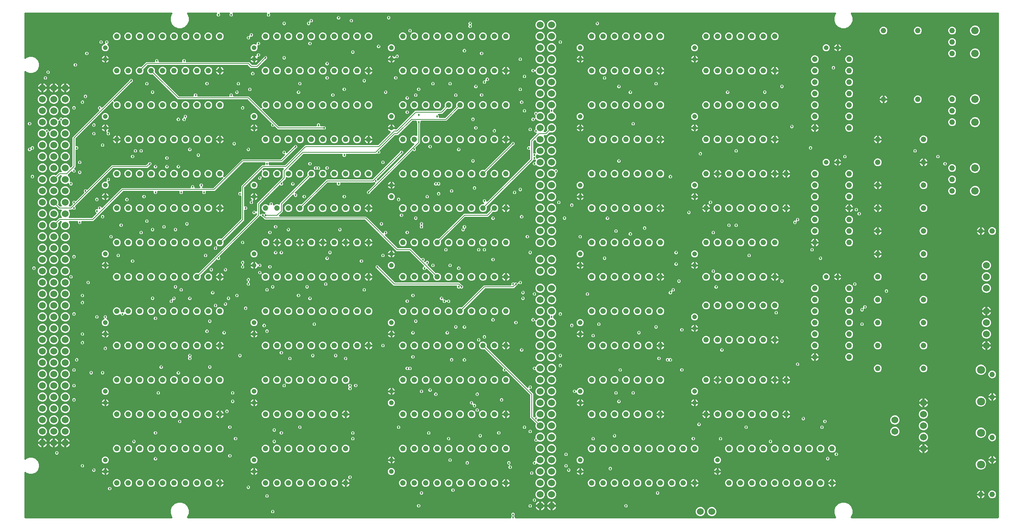
<source format=gbr>
G04 EAGLE Gerber RS-274X export*
G75*
%MOMM*%
%FSLAX34Y34*%
%LPD*%
%INCopper Layer 15*%
%IPPOS*%
%AMOC8*
5,1,8,0,0,1.08239X$1,22.5*%
G01*
%ADD10C,1.219200*%
%ADD11C,1.676400*%
%ADD12C,1.050000*%
%ADD13C,1.524000*%
%ADD14C,1.800000*%
%ADD15C,1.200000*%
%ADD16C,0.457200*%
%ADD17C,0.127000*%

G36*
X134220Y10670D02*
X134220Y10670D01*
X134229Y10669D01*
X134420Y10690D01*
X134611Y10709D01*
X134620Y10711D01*
X134629Y10712D01*
X134812Y10770D01*
X134996Y10827D01*
X135004Y10831D01*
X135013Y10834D01*
X135180Y10926D01*
X135350Y11019D01*
X135357Y11024D01*
X135365Y11029D01*
X135511Y11153D01*
X135660Y11276D01*
X135665Y11283D01*
X135672Y11289D01*
X135791Y11440D01*
X135912Y11590D01*
X135916Y11598D01*
X135922Y11605D01*
X136009Y11778D01*
X136097Y11947D01*
X136100Y11956D01*
X136104Y11964D01*
X136156Y12149D01*
X136209Y12334D01*
X136210Y12343D01*
X136212Y12352D01*
X136226Y12544D01*
X136242Y12736D01*
X136241Y12744D01*
X136241Y12753D01*
X136217Y12945D01*
X136195Y13135D01*
X136192Y13144D01*
X136191Y13153D01*
X136130Y13335D01*
X136070Y13518D01*
X136066Y13526D01*
X136063Y13535D01*
X135967Y13700D01*
X135872Y13869D01*
X135866Y13876D01*
X135862Y13883D01*
X135647Y14136D01*
X135605Y14178D01*
X132589Y21459D01*
X132589Y29341D01*
X135605Y36622D01*
X141178Y42195D01*
X148459Y45211D01*
X156341Y45211D01*
X163622Y42195D01*
X169195Y36622D01*
X172211Y29341D01*
X172211Y21459D01*
X169195Y14178D01*
X169153Y14136D01*
X169147Y14129D01*
X169140Y14124D01*
X169020Y13974D01*
X168898Y13825D01*
X168894Y13817D01*
X168888Y13810D01*
X168800Y13640D01*
X168709Y13469D01*
X168707Y13461D01*
X168703Y13453D01*
X168649Y13267D01*
X168594Y13083D01*
X168594Y13074D01*
X168591Y13066D01*
X168575Y12874D01*
X168558Y12682D01*
X168559Y12673D01*
X168558Y12664D01*
X168581Y12474D01*
X168601Y12282D01*
X168604Y12274D01*
X168605Y12265D01*
X168665Y12082D01*
X168723Y11898D01*
X168727Y11890D01*
X168730Y11882D01*
X168824Y11715D01*
X168918Y11546D01*
X168924Y11539D01*
X168928Y11531D01*
X169053Y11386D01*
X169178Y11239D01*
X169185Y11233D01*
X169191Y11227D01*
X169342Y11109D01*
X169494Y10989D01*
X169502Y10985D01*
X169509Y10980D01*
X169681Y10894D01*
X169853Y10807D01*
X169862Y10804D01*
X169870Y10800D01*
X170057Y10750D01*
X170241Y10699D01*
X170250Y10698D01*
X170258Y10696D01*
X170589Y10669D01*
X886587Y10669D01*
X886605Y10671D01*
X886623Y10669D01*
X886805Y10690D01*
X886988Y10709D01*
X887005Y10714D01*
X887022Y10716D01*
X887197Y10773D01*
X887373Y10827D01*
X887388Y10835D01*
X887405Y10841D01*
X887565Y10931D01*
X887727Y11019D01*
X887740Y11030D01*
X887756Y11039D01*
X887895Y11159D01*
X888036Y11276D01*
X888047Y11290D01*
X888061Y11302D01*
X888173Y11447D01*
X888288Y11590D01*
X888296Y11606D01*
X888307Y11620D01*
X888389Y11785D01*
X888474Y11947D01*
X888479Y11964D01*
X888487Y11981D01*
X888534Y12159D01*
X888585Y12334D01*
X888587Y12352D01*
X888591Y12369D01*
X888618Y12700D01*
X888618Y14173D01*
X888884Y14439D01*
X888895Y14452D01*
X888909Y14464D01*
X889022Y14608D01*
X889139Y14750D01*
X889147Y14766D01*
X889158Y14780D01*
X889241Y14943D01*
X889327Y15106D01*
X889332Y15123D01*
X889341Y15139D01*
X889390Y15316D01*
X889442Y15492D01*
X889444Y15510D01*
X889449Y15527D01*
X889462Y15710D01*
X889479Y15893D01*
X889477Y15911D01*
X889478Y15928D01*
X889455Y16110D01*
X889435Y16293D01*
X889430Y16310D01*
X889428Y16328D01*
X889370Y16500D01*
X889314Y16677D01*
X889305Y16692D01*
X889299Y16709D01*
X889207Y16869D01*
X889119Y17029D01*
X889107Y17043D01*
X889098Y17058D01*
X888884Y17311D01*
X888618Y17577D01*
X888618Y20523D01*
X890702Y22607D01*
X893648Y22607D01*
X895732Y20523D01*
X895732Y17577D01*
X895466Y17311D01*
X895455Y17297D01*
X895441Y17286D01*
X895327Y17142D01*
X895211Y17000D01*
X895203Y16984D01*
X895192Y16970D01*
X895108Y16806D01*
X895023Y16644D01*
X895018Y16627D01*
X895009Y16611D01*
X894960Y16434D01*
X894908Y16258D01*
X894906Y16240D01*
X894901Y16223D01*
X894888Y16040D01*
X894871Y15857D01*
X894873Y15839D01*
X894872Y15822D01*
X894895Y15640D01*
X894915Y15457D01*
X894920Y15440D01*
X894922Y15422D01*
X894981Y15249D01*
X895036Y15073D01*
X895045Y15057D01*
X895051Y15041D01*
X895143Y14881D01*
X895231Y14721D01*
X895243Y14707D01*
X895252Y14692D01*
X895466Y14439D01*
X895732Y14173D01*
X895732Y12700D01*
X895734Y12682D01*
X895732Y12664D01*
X895753Y12482D01*
X895772Y12299D01*
X895777Y12282D01*
X895779Y12265D01*
X895836Y12090D01*
X895890Y11914D01*
X895898Y11899D01*
X895904Y11882D01*
X895994Y11722D01*
X896082Y11560D01*
X896093Y11547D01*
X896102Y11531D01*
X896222Y11392D01*
X896339Y11251D01*
X896353Y11240D01*
X896365Y11227D01*
X896510Y11114D01*
X896653Y10999D01*
X896669Y10991D01*
X896683Y10980D01*
X896848Y10898D01*
X897010Y10813D01*
X897027Y10808D01*
X897043Y10800D01*
X897222Y10753D01*
X897397Y10702D01*
X897415Y10700D01*
X897432Y10696D01*
X897763Y10669D01*
X1607411Y10669D01*
X1607420Y10670D01*
X1607429Y10669D01*
X1607620Y10690D01*
X1607811Y10709D01*
X1607820Y10711D01*
X1607829Y10712D01*
X1608012Y10770D01*
X1608196Y10827D01*
X1608204Y10831D01*
X1608213Y10834D01*
X1608380Y10926D01*
X1608550Y11019D01*
X1608557Y11024D01*
X1608565Y11029D01*
X1608711Y11153D01*
X1608860Y11276D01*
X1608865Y11283D01*
X1608872Y11289D01*
X1608991Y11440D01*
X1609112Y11590D01*
X1609116Y11598D01*
X1609122Y11605D01*
X1609209Y11778D01*
X1609297Y11947D01*
X1609300Y11956D01*
X1609304Y11964D01*
X1609356Y12149D01*
X1609409Y12334D01*
X1609410Y12343D01*
X1609412Y12352D01*
X1609426Y12544D01*
X1609442Y12736D01*
X1609441Y12744D01*
X1609441Y12753D01*
X1609417Y12945D01*
X1609395Y13135D01*
X1609392Y13144D01*
X1609391Y13153D01*
X1609330Y13335D01*
X1609270Y13518D01*
X1609266Y13526D01*
X1609263Y13535D01*
X1609167Y13700D01*
X1609072Y13869D01*
X1609066Y13876D01*
X1609062Y13883D01*
X1608847Y14136D01*
X1608805Y14178D01*
X1605789Y21459D01*
X1605789Y29341D01*
X1608805Y36622D01*
X1614378Y42195D01*
X1621659Y45211D01*
X1629541Y45211D01*
X1636822Y42195D01*
X1642395Y36622D01*
X1645411Y29341D01*
X1645411Y21459D01*
X1642395Y14178D01*
X1642353Y14136D01*
X1642347Y14129D01*
X1642340Y14124D01*
X1642220Y13974D01*
X1642098Y13825D01*
X1642094Y13817D01*
X1642088Y13810D01*
X1642000Y13640D01*
X1641909Y13469D01*
X1641907Y13461D01*
X1641903Y13453D01*
X1641849Y13267D01*
X1641794Y13083D01*
X1641794Y13074D01*
X1641791Y13066D01*
X1641775Y12874D01*
X1641758Y12682D01*
X1641759Y12673D01*
X1641758Y12664D01*
X1641781Y12474D01*
X1641801Y12282D01*
X1641804Y12274D01*
X1641805Y12265D01*
X1641865Y12082D01*
X1641923Y11898D01*
X1641927Y11890D01*
X1641930Y11882D01*
X1642024Y11715D01*
X1642118Y11546D01*
X1642124Y11539D01*
X1642128Y11531D01*
X1642253Y11386D01*
X1642378Y11239D01*
X1642385Y11233D01*
X1642391Y11227D01*
X1642542Y11109D01*
X1642694Y10989D01*
X1642702Y10985D01*
X1642709Y10980D01*
X1642881Y10894D01*
X1643053Y10807D01*
X1643062Y10804D01*
X1643070Y10800D01*
X1643257Y10750D01*
X1643441Y10699D01*
X1643450Y10698D01*
X1643458Y10696D01*
X1643789Y10669D01*
X1968500Y10669D01*
X1968518Y10671D01*
X1968536Y10669D01*
X1968718Y10690D01*
X1968901Y10709D01*
X1968918Y10714D01*
X1968935Y10716D01*
X1969110Y10773D01*
X1969286Y10827D01*
X1969301Y10835D01*
X1969318Y10841D01*
X1969478Y10931D01*
X1969640Y11019D01*
X1969653Y11030D01*
X1969669Y11039D01*
X1969808Y11159D01*
X1969949Y11276D01*
X1969960Y11290D01*
X1969974Y11302D01*
X1970086Y11447D01*
X1970201Y11590D01*
X1970209Y11606D01*
X1970220Y11620D01*
X1970302Y11785D01*
X1970387Y11947D01*
X1970392Y11964D01*
X1970400Y11981D01*
X1970447Y12159D01*
X1970498Y12334D01*
X1970500Y12352D01*
X1970504Y12369D01*
X1970531Y12700D01*
X1970531Y1130300D01*
X1970529Y1130318D01*
X1970531Y1130336D01*
X1970510Y1130518D01*
X1970491Y1130701D01*
X1970486Y1130718D01*
X1970484Y1130735D01*
X1970427Y1130910D01*
X1970373Y1131086D01*
X1970365Y1131101D01*
X1970359Y1131118D01*
X1970269Y1131278D01*
X1970181Y1131440D01*
X1970170Y1131453D01*
X1970161Y1131469D01*
X1970041Y1131608D01*
X1969924Y1131749D01*
X1969910Y1131760D01*
X1969898Y1131774D01*
X1969753Y1131886D01*
X1969610Y1132001D01*
X1969594Y1132009D01*
X1969580Y1132020D01*
X1969415Y1132102D01*
X1969253Y1132187D01*
X1969236Y1132192D01*
X1969220Y1132200D01*
X1969041Y1132247D01*
X1968866Y1132298D01*
X1968848Y1132300D01*
X1968831Y1132304D01*
X1968500Y1132331D01*
X1643789Y1132331D01*
X1643780Y1132330D01*
X1643771Y1132331D01*
X1643578Y1132310D01*
X1643389Y1132291D01*
X1643380Y1132289D01*
X1643371Y1132288D01*
X1643187Y1132229D01*
X1643004Y1132173D01*
X1642996Y1132169D01*
X1642987Y1132166D01*
X1642819Y1132073D01*
X1642650Y1131981D01*
X1642643Y1131976D01*
X1642635Y1131971D01*
X1642488Y1131847D01*
X1642340Y1131724D01*
X1642335Y1131717D01*
X1642328Y1131711D01*
X1642208Y1131559D01*
X1642088Y1131410D01*
X1642084Y1131402D01*
X1642078Y1131395D01*
X1641991Y1131222D01*
X1641903Y1131053D01*
X1641900Y1131044D01*
X1641896Y1131036D01*
X1641844Y1130850D01*
X1641791Y1130666D01*
X1641790Y1130657D01*
X1641788Y1130648D01*
X1641774Y1130455D01*
X1641758Y1130264D01*
X1641759Y1130256D01*
X1641759Y1130247D01*
X1641783Y1130054D01*
X1641805Y1129865D01*
X1641808Y1129856D01*
X1641809Y1129847D01*
X1641870Y1129665D01*
X1641930Y1129482D01*
X1641934Y1129474D01*
X1641937Y1129466D01*
X1642033Y1129299D01*
X1642128Y1129131D01*
X1642134Y1129124D01*
X1642138Y1129117D01*
X1642353Y1128864D01*
X1642395Y1128822D01*
X1645411Y1121541D01*
X1645411Y1113659D01*
X1642395Y1106378D01*
X1636822Y1100805D01*
X1629541Y1097789D01*
X1621659Y1097789D01*
X1614378Y1100805D01*
X1608805Y1106378D01*
X1605789Y1113659D01*
X1605789Y1121541D01*
X1608805Y1128822D01*
X1608847Y1128864D01*
X1608853Y1128871D01*
X1608860Y1128876D01*
X1608980Y1129026D01*
X1609102Y1129175D01*
X1609106Y1129183D01*
X1609112Y1129190D01*
X1609201Y1129361D01*
X1609291Y1129531D01*
X1609293Y1129539D01*
X1609297Y1129547D01*
X1609351Y1129733D01*
X1609406Y1129917D01*
X1609406Y1129926D01*
X1609409Y1129934D01*
X1609425Y1130126D01*
X1609442Y1130318D01*
X1609441Y1130327D01*
X1609442Y1130336D01*
X1609420Y1130525D01*
X1609399Y1130718D01*
X1609396Y1130727D01*
X1609395Y1130735D01*
X1609335Y1130917D01*
X1609277Y1131102D01*
X1609273Y1131110D01*
X1609270Y1131118D01*
X1609175Y1131287D01*
X1609082Y1131454D01*
X1609077Y1131461D01*
X1609072Y1131469D01*
X1608946Y1131615D01*
X1608822Y1131761D01*
X1608815Y1131767D01*
X1608809Y1131774D01*
X1608658Y1131891D01*
X1608506Y1132011D01*
X1608498Y1132015D01*
X1608491Y1132020D01*
X1608319Y1132106D01*
X1608147Y1132193D01*
X1608138Y1132196D01*
X1608130Y1132200D01*
X1607944Y1132250D01*
X1607759Y1132301D01*
X1607750Y1132302D01*
X1607742Y1132304D01*
X1607411Y1132331D01*
X353978Y1132331D01*
X353969Y1132330D01*
X353960Y1132331D01*
X353766Y1132310D01*
X353577Y1132291D01*
X353569Y1132289D01*
X353560Y1132288D01*
X353375Y1132229D01*
X353192Y1132173D01*
X353184Y1132169D01*
X353176Y1132166D01*
X353007Y1132073D01*
X352838Y1131981D01*
X352831Y1131976D01*
X352823Y1131971D01*
X352676Y1131847D01*
X352529Y1131724D01*
X352523Y1131717D01*
X352516Y1131711D01*
X352397Y1131559D01*
X352276Y1131410D01*
X352272Y1131402D01*
X352267Y1131395D01*
X352179Y1131222D01*
X352091Y1131053D01*
X352089Y1131044D01*
X352084Y1131036D01*
X352033Y1130850D01*
X351980Y1130666D01*
X351979Y1130657D01*
X351976Y1130648D01*
X351962Y1130455D01*
X351947Y1130264D01*
X351948Y1130256D01*
X351947Y1130247D01*
X351971Y1130054D01*
X351994Y1129865D01*
X351996Y1129856D01*
X351997Y1129847D01*
X352059Y1129665D01*
X352118Y1129482D01*
X352123Y1129474D01*
X352126Y1129466D01*
X352222Y1129299D01*
X352316Y1129131D01*
X352322Y1129124D01*
X352327Y1129117D01*
X352541Y1128864D01*
X352807Y1128598D01*
X352807Y1125652D01*
X350723Y1123568D01*
X347777Y1123568D01*
X345693Y1125652D01*
X345693Y1128598D01*
X345959Y1128864D01*
X345964Y1128871D01*
X345971Y1128876D01*
X346092Y1129026D01*
X346214Y1129175D01*
X346218Y1129183D01*
X346224Y1129190D01*
X346312Y1129361D01*
X346402Y1129531D01*
X346405Y1129539D01*
X346409Y1129547D01*
X346462Y1129733D01*
X346517Y1129917D01*
X346518Y1129926D01*
X346520Y1129934D01*
X346536Y1130126D01*
X346554Y1130318D01*
X346553Y1130327D01*
X346553Y1130336D01*
X346531Y1130525D01*
X346510Y1130718D01*
X346507Y1130727D01*
X346506Y1130735D01*
X346447Y1130917D01*
X346389Y1131102D01*
X346384Y1131110D01*
X346382Y1131118D01*
X346287Y1131287D01*
X346194Y1131454D01*
X346188Y1131461D01*
X346184Y1131469D01*
X346058Y1131615D01*
X345933Y1131761D01*
X345926Y1131767D01*
X345921Y1131774D01*
X345769Y1131891D01*
X345617Y1132011D01*
X345609Y1132015D01*
X345602Y1132020D01*
X345430Y1132106D01*
X345258Y1132193D01*
X345250Y1132196D01*
X345242Y1132200D01*
X345055Y1132250D01*
X344871Y1132301D01*
X344862Y1132302D01*
X344853Y1132304D01*
X344522Y1132331D01*
X271428Y1132331D01*
X271419Y1132330D01*
X271410Y1132331D01*
X271216Y1132310D01*
X271027Y1132291D01*
X271019Y1132289D01*
X271010Y1132288D01*
X270825Y1132229D01*
X270642Y1132173D01*
X270634Y1132169D01*
X270626Y1132166D01*
X270457Y1132073D01*
X270288Y1131981D01*
X270281Y1131976D01*
X270273Y1131971D01*
X270126Y1131847D01*
X269979Y1131724D01*
X269973Y1131717D01*
X269966Y1131711D01*
X269847Y1131559D01*
X269726Y1131410D01*
X269722Y1131402D01*
X269717Y1131395D01*
X269629Y1131222D01*
X269541Y1131053D01*
X269539Y1131044D01*
X269534Y1131036D01*
X269483Y1130850D01*
X269430Y1130666D01*
X269429Y1130657D01*
X269426Y1130648D01*
X269412Y1130455D01*
X269397Y1130264D01*
X269398Y1130256D01*
X269397Y1130247D01*
X269421Y1130054D01*
X269444Y1129865D01*
X269446Y1129856D01*
X269447Y1129847D01*
X269509Y1129665D01*
X269568Y1129482D01*
X269573Y1129474D01*
X269576Y1129466D01*
X269672Y1129299D01*
X269766Y1129131D01*
X269772Y1129124D01*
X269777Y1129117D01*
X269991Y1128864D01*
X270257Y1128598D01*
X270257Y1125652D01*
X268173Y1123568D01*
X265227Y1123568D01*
X263143Y1125652D01*
X263143Y1128598D01*
X263409Y1128864D01*
X263414Y1128871D01*
X263421Y1128876D01*
X263542Y1129026D01*
X263664Y1129175D01*
X263668Y1129183D01*
X263674Y1129190D01*
X263762Y1129361D01*
X263852Y1129531D01*
X263855Y1129539D01*
X263859Y1129547D01*
X263912Y1129733D01*
X263967Y1129917D01*
X263968Y1129926D01*
X263970Y1129934D01*
X263986Y1130126D01*
X264004Y1130318D01*
X264003Y1130327D01*
X264003Y1130336D01*
X263981Y1130525D01*
X263960Y1130718D01*
X263957Y1130727D01*
X263956Y1130735D01*
X263897Y1130917D01*
X263839Y1131102D01*
X263834Y1131110D01*
X263832Y1131118D01*
X263737Y1131287D01*
X263644Y1131454D01*
X263638Y1131461D01*
X263634Y1131469D01*
X263508Y1131615D01*
X263383Y1131761D01*
X263376Y1131767D01*
X263371Y1131774D01*
X263219Y1131891D01*
X263067Y1132011D01*
X263059Y1132015D01*
X263052Y1132020D01*
X262880Y1132106D01*
X262708Y1132193D01*
X262700Y1132196D01*
X262692Y1132200D01*
X262505Y1132250D01*
X262321Y1132301D01*
X262312Y1132302D01*
X262303Y1132304D01*
X261972Y1132331D01*
X242853Y1132331D01*
X242844Y1132330D01*
X242835Y1132331D01*
X242641Y1132310D01*
X242452Y1132291D01*
X242444Y1132289D01*
X242435Y1132288D01*
X242250Y1132229D01*
X242067Y1132173D01*
X242059Y1132169D01*
X242051Y1132166D01*
X241882Y1132073D01*
X241713Y1131981D01*
X241706Y1131976D01*
X241698Y1131971D01*
X241551Y1131847D01*
X241404Y1131724D01*
X241398Y1131717D01*
X241391Y1131711D01*
X241272Y1131559D01*
X241151Y1131410D01*
X241147Y1131402D01*
X241142Y1131395D01*
X241054Y1131222D01*
X240966Y1131053D01*
X240964Y1131044D01*
X240959Y1131036D01*
X240908Y1130850D01*
X240855Y1130666D01*
X240854Y1130657D01*
X240851Y1130648D01*
X240837Y1130455D01*
X240822Y1130264D01*
X240823Y1130256D01*
X240822Y1130247D01*
X240846Y1130054D01*
X240869Y1129865D01*
X240871Y1129856D01*
X240872Y1129847D01*
X240934Y1129665D01*
X240993Y1129482D01*
X240998Y1129474D01*
X241001Y1129466D01*
X241097Y1129299D01*
X241191Y1129131D01*
X241197Y1129124D01*
X241202Y1129117D01*
X241416Y1128864D01*
X241682Y1128598D01*
X241682Y1125652D01*
X239598Y1123568D01*
X236652Y1123568D01*
X234568Y1125652D01*
X234568Y1128598D01*
X234834Y1128864D01*
X234839Y1128871D01*
X234846Y1128876D01*
X234967Y1129026D01*
X235089Y1129175D01*
X235093Y1129183D01*
X235099Y1129190D01*
X235187Y1129361D01*
X235277Y1129531D01*
X235280Y1129539D01*
X235284Y1129547D01*
X235337Y1129733D01*
X235392Y1129917D01*
X235393Y1129926D01*
X235395Y1129934D01*
X235411Y1130126D01*
X235429Y1130318D01*
X235428Y1130327D01*
X235428Y1130336D01*
X235406Y1130525D01*
X235385Y1130718D01*
X235382Y1130727D01*
X235381Y1130735D01*
X235322Y1130917D01*
X235264Y1131102D01*
X235259Y1131110D01*
X235257Y1131118D01*
X235162Y1131287D01*
X235069Y1131454D01*
X235063Y1131461D01*
X235059Y1131469D01*
X234933Y1131615D01*
X234808Y1131761D01*
X234801Y1131767D01*
X234796Y1131774D01*
X234644Y1131891D01*
X234492Y1132011D01*
X234484Y1132015D01*
X234477Y1132020D01*
X234305Y1132106D01*
X234133Y1132193D01*
X234125Y1132196D01*
X234117Y1132200D01*
X233930Y1132250D01*
X233746Y1132301D01*
X233737Y1132302D01*
X233728Y1132304D01*
X233397Y1132331D01*
X170589Y1132331D01*
X170580Y1132330D01*
X170571Y1132331D01*
X170378Y1132310D01*
X170189Y1132291D01*
X170180Y1132289D01*
X170171Y1132288D01*
X169987Y1132229D01*
X169804Y1132173D01*
X169796Y1132169D01*
X169787Y1132166D01*
X169619Y1132073D01*
X169450Y1131981D01*
X169443Y1131976D01*
X169435Y1131971D01*
X169288Y1131847D01*
X169140Y1131724D01*
X169135Y1131717D01*
X169128Y1131711D01*
X169008Y1131559D01*
X168888Y1131410D01*
X168884Y1131402D01*
X168878Y1131395D01*
X168791Y1131222D01*
X168703Y1131053D01*
X168700Y1131044D01*
X168696Y1131036D01*
X168644Y1130850D01*
X168591Y1130666D01*
X168590Y1130657D01*
X168588Y1130648D01*
X168574Y1130455D01*
X168558Y1130264D01*
X168559Y1130256D01*
X168559Y1130247D01*
X168583Y1130054D01*
X168605Y1129865D01*
X168608Y1129856D01*
X168609Y1129847D01*
X168670Y1129665D01*
X168730Y1129482D01*
X168734Y1129474D01*
X168737Y1129466D01*
X168833Y1129299D01*
X168928Y1129131D01*
X168934Y1129124D01*
X168938Y1129117D01*
X169153Y1128864D01*
X169195Y1128822D01*
X172211Y1121541D01*
X172211Y1113659D01*
X169195Y1106378D01*
X163622Y1100805D01*
X156341Y1097789D01*
X148459Y1097789D01*
X141178Y1100805D01*
X135605Y1106378D01*
X132589Y1113659D01*
X132589Y1121541D01*
X135605Y1128822D01*
X135647Y1128864D01*
X135653Y1128871D01*
X135660Y1128876D01*
X135780Y1129026D01*
X135902Y1129175D01*
X135906Y1129183D01*
X135912Y1129190D01*
X136001Y1129361D01*
X136091Y1129531D01*
X136093Y1129539D01*
X136097Y1129547D01*
X136151Y1129733D01*
X136206Y1129917D01*
X136206Y1129926D01*
X136209Y1129934D01*
X136225Y1130126D01*
X136242Y1130318D01*
X136241Y1130327D01*
X136242Y1130336D01*
X136220Y1130525D01*
X136199Y1130718D01*
X136196Y1130727D01*
X136195Y1130735D01*
X136135Y1130917D01*
X136077Y1131102D01*
X136073Y1131110D01*
X136070Y1131118D01*
X135975Y1131287D01*
X135882Y1131454D01*
X135877Y1131461D01*
X135872Y1131469D01*
X135746Y1131615D01*
X135622Y1131761D01*
X135615Y1131767D01*
X135609Y1131774D01*
X135458Y1131891D01*
X135306Y1132011D01*
X135298Y1132015D01*
X135291Y1132020D01*
X135119Y1132106D01*
X134947Y1132193D01*
X134938Y1132196D01*
X134930Y1132200D01*
X134744Y1132250D01*
X134559Y1132301D01*
X134550Y1132302D01*
X134542Y1132304D01*
X134211Y1132331D01*
X-190500Y1132331D01*
X-190518Y1132329D01*
X-190536Y1132331D01*
X-190718Y1132310D01*
X-190901Y1132291D01*
X-190918Y1132286D01*
X-190935Y1132284D01*
X-191110Y1132227D01*
X-191286Y1132173D01*
X-191301Y1132165D01*
X-191318Y1132159D01*
X-191478Y1132069D01*
X-191640Y1131981D01*
X-191653Y1131970D01*
X-191669Y1131961D01*
X-191808Y1131841D01*
X-191949Y1131724D01*
X-191960Y1131710D01*
X-191974Y1131698D01*
X-192086Y1131553D01*
X-192201Y1131410D01*
X-192209Y1131394D01*
X-192220Y1131380D01*
X-192302Y1131215D01*
X-192387Y1131053D01*
X-192392Y1131036D01*
X-192400Y1131020D01*
X-192447Y1130841D01*
X-192498Y1130666D01*
X-192500Y1130648D01*
X-192504Y1130631D01*
X-192531Y1130300D01*
X-192531Y1031382D01*
X-192530Y1031374D01*
X-192531Y1031365D01*
X-192510Y1031171D01*
X-192491Y1030982D01*
X-192489Y1030973D01*
X-192488Y1030964D01*
X-192429Y1030780D01*
X-192373Y1030597D01*
X-192369Y1030589D01*
X-192366Y1030581D01*
X-192273Y1030412D01*
X-192181Y1030243D01*
X-192176Y1030236D01*
X-192171Y1030228D01*
X-192047Y1030081D01*
X-191924Y1029934D01*
X-191917Y1029928D01*
X-191911Y1029921D01*
X-191759Y1029801D01*
X-191610Y1029681D01*
X-191602Y1029677D01*
X-191595Y1029672D01*
X-191422Y1029584D01*
X-191253Y1029496D01*
X-191244Y1029493D01*
X-191236Y1029489D01*
X-191050Y1029437D01*
X-190866Y1029384D01*
X-190857Y1029384D01*
X-190848Y1029381D01*
X-190655Y1029367D01*
X-190464Y1029351D01*
X-190456Y1029352D01*
X-190447Y1029352D01*
X-190254Y1029376D01*
X-190065Y1029398D01*
X-190056Y1029401D01*
X-190047Y1029402D01*
X-189865Y1029463D01*
X-189682Y1029523D01*
X-189674Y1029528D01*
X-189666Y1029530D01*
X-189499Y1029627D01*
X-189331Y1029721D01*
X-189324Y1029727D01*
X-189317Y1029731D01*
X-189064Y1029946D01*
X-187872Y1031138D01*
X-181337Y1033845D01*
X-174263Y1033845D01*
X-167728Y1031138D01*
X-162726Y1026136D01*
X-160019Y1019601D01*
X-160019Y1012527D01*
X-162726Y1005992D01*
X-167728Y1000990D01*
X-174263Y998283D01*
X-181337Y998283D01*
X-187872Y1000990D01*
X-189064Y1002182D01*
X-189071Y1002188D01*
X-189076Y1002194D01*
X-189226Y1002315D01*
X-189375Y1002437D01*
X-189383Y1002441D01*
X-189390Y1002447D01*
X-189561Y1002536D01*
X-189731Y1002626D01*
X-189739Y1002628D01*
X-189747Y1002632D01*
X-189933Y1002686D01*
X-190117Y1002740D01*
X-190126Y1002741D01*
X-190134Y1002744D01*
X-190326Y1002759D01*
X-190518Y1002777D01*
X-190527Y1002776D01*
X-190536Y1002777D01*
X-190725Y1002754D01*
X-190918Y1002733D01*
X-190927Y1002731D01*
X-190935Y1002730D01*
X-191117Y1002670D01*
X-191302Y1002612D01*
X-191310Y1002608D01*
X-191318Y1002605D01*
X-191487Y1002510D01*
X-191654Y1002417D01*
X-191661Y1002411D01*
X-191669Y1002407D01*
X-191815Y1002281D01*
X-191961Y1002157D01*
X-191967Y1002150D01*
X-191974Y1002144D01*
X-192091Y1001992D01*
X-192211Y1001841D01*
X-192215Y1001833D01*
X-192220Y1001826D01*
X-192306Y1001654D01*
X-192393Y1001482D01*
X-192396Y1001473D01*
X-192400Y1001465D01*
X-192450Y1001279D01*
X-192501Y1001094D01*
X-192502Y1001085D01*
X-192504Y1001076D01*
X-192531Y1000746D01*
X-192531Y142254D01*
X-192530Y142246D01*
X-192531Y142237D01*
X-192510Y142043D01*
X-192491Y141854D01*
X-192489Y141845D01*
X-192488Y141836D01*
X-192429Y141652D01*
X-192373Y141469D01*
X-192369Y141461D01*
X-192366Y141453D01*
X-192273Y141284D01*
X-192181Y141115D01*
X-192176Y141108D01*
X-192171Y141100D01*
X-192047Y140953D01*
X-191924Y140806D01*
X-191917Y140800D01*
X-191911Y140793D01*
X-191759Y140673D01*
X-191610Y140553D01*
X-191602Y140549D01*
X-191595Y140544D01*
X-191422Y140456D01*
X-191253Y140368D01*
X-191244Y140365D01*
X-191236Y140361D01*
X-191050Y140309D01*
X-190866Y140256D01*
X-190857Y140256D01*
X-190848Y140253D01*
X-190655Y140239D01*
X-190464Y140223D01*
X-190456Y140224D01*
X-190447Y140224D01*
X-190254Y140248D01*
X-190065Y140270D01*
X-190056Y140273D01*
X-190047Y140274D01*
X-189865Y140335D01*
X-189682Y140395D01*
X-189674Y140400D01*
X-189666Y140402D01*
X-189499Y140499D01*
X-189331Y140593D01*
X-189324Y140599D01*
X-189317Y140603D01*
X-189064Y140818D01*
X-187872Y142010D01*
X-185824Y142858D01*
X-181337Y144717D01*
X-174263Y144717D01*
X-167728Y142010D01*
X-162726Y137008D01*
X-160019Y130473D01*
X-160019Y123399D01*
X-162726Y116864D01*
X-167728Y111862D01*
X-174263Y109155D01*
X-181337Y109155D01*
X-187872Y111862D01*
X-189064Y113054D01*
X-189071Y113060D01*
X-189076Y113066D01*
X-189226Y113187D01*
X-189375Y113309D01*
X-189383Y113313D01*
X-189390Y113319D01*
X-189561Y113408D01*
X-189731Y113498D01*
X-189739Y113500D01*
X-189747Y113504D01*
X-189933Y113558D01*
X-190117Y113612D01*
X-190126Y113613D01*
X-190134Y113616D01*
X-190326Y113631D01*
X-190518Y113649D01*
X-190527Y113648D01*
X-190536Y113649D01*
X-190725Y113626D01*
X-190918Y113605D01*
X-190927Y113603D01*
X-190935Y113602D01*
X-191117Y113542D01*
X-191302Y113484D01*
X-191310Y113480D01*
X-191318Y113477D01*
X-191487Y113382D01*
X-191654Y113289D01*
X-191661Y113283D01*
X-191669Y113279D01*
X-191815Y113153D01*
X-191961Y113029D01*
X-191967Y113022D01*
X-191974Y113016D01*
X-192091Y112864D01*
X-192211Y112713D01*
X-192215Y112705D01*
X-192220Y112698D01*
X-192306Y112526D01*
X-192393Y112354D01*
X-192396Y112345D01*
X-192400Y112337D01*
X-192450Y112151D01*
X-192501Y111966D01*
X-192502Y111957D01*
X-192504Y111948D01*
X-192531Y111618D01*
X-192531Y12700D01*
X-192529Y12682D01*
X-192531Y12664D01*
X-192510Y12482D01*
X-192491Y12299D01*
X-192486Y12282D01*
X-192484Y12265D01*
X-192427Y12090D01*
X-192373Y11914D01*
X-192365Y11899D01*
X-192359Y11882D01*
X-192269Y11722D01*
X-192181Y11560D01*
X-192170Y11547D01*
X-192161Y11531D01*
X-192041Y11392D01*
X-191924Y11251D01*
X-191910Y11240D01*
X-191898Y11227D01*
X-191753Y11114D01*
X-191610Y10999D01*
X-191594Y10991D01*
X-191580Y10980D01*
X-191415Y10898D01*
X-191253Y10813D01*
X-191236Y10808D01*
X-191220Y10800D01*
X-191041Y10753D01*
X-190866Y10702D01*
X-190848Y10700D01*
X-190831Y10696D01*
X-190500Y10669D01*
X134211Y10669D01*
X134220Y10670D01*
G37*
%LPC*%
G36*
X188782Y537463D02*
X188782Y537463D01*
X185608Y538778D01*
X183178Y541208D01*
X181863Y544382D01*
X181863Y547818D01*
X183178Y550992D01*
X185608Y553422D01*
X188782Y554737D01*
X192218Y554737D01*
X192681Y554545D01*
X192702Y554539D01*
X192722Y554529D01*
X192894Y554481D01*
X193066Y554429D01*
X193088Y554427D01*
X193110Y554421D01*
X193289Y554407D01*
X193467Y554391D01*
X193489Y554393D01*
X193511Y554391D01*
X193689Y554414D01*
X193867Y554432D01*
X193889Y554439D01*
X193911Y554442D01*
X194080Y554499D01*
X194252Y554552D01*
X194271Y554563D01*
X194292Y554570D01*
X194447Y554659D01*
X194605Y554745D01*
X194622Y554760D01*
X194641Y554771D01*
X194894Y554985D01*
X323254Y683346D01*
X323271Y683366D01*
X323292Y683384D01*
X323399Y683522D01*
X323509Y683657D01*
X323522Y683681D01*
X323538Y683702D01*
X323616Y683859D01*
X323698Y684013D01*
X323706Y684038D01*
X323718Y684062D01*
X323763Y684232D01*
X323813Y684399D01*
X323815Y684425D01*
X323822Y684451D01*
X323849Y684782D01*
X323849Y685390D01*
X323848Y685399D01*
X323849Y685408D01*
X323828Y685600D01*
X323809Y685791D01*
X323807Y685800D01*
X323806Y685808D01*
X323748Y685991D01*
X323691Y686176D01*
X323687Y686184D01*
X323684Y686192D01*
X323591Y686361D01*
X323499Y686530D01*
X323494Y686537D01*
X323489Y686545D01*
X323364Y686692D01*
X323242Y686839D01*
X323235Y686845D01*
X323229Y686852D01*
X323078Y686971D01*
X322928Y687092D01*
X322920Y687096D01*
X322913Y687101D01*
X322742Y687188D01*
X322571Y687277D01*
X322562Y687280D01*
X322554Y687284D01*
X322368Y687335D01*
X322184Y687388D01*
X322175Y687389D01*
X322166Y687392D01*
X321974Y687406D01*
X321782Y687421D01*
X321774Y687420D01*
X321765Y687421D01*
X321572Y687397D01*
X321383Y687374D01*
X321374Y687372D01*
X321365Y687371D01*
X321182Y687309D01*
X321000Y687250D01*
X320992Y687245D01*
X320984Y687242D01*
X320818Y687147D01*
X320649Y687052D01*
X320642Y687046D01*
X320635Y687041D01*
X320382Y686827D01*
X318973Y685418D01*
X316027Y685418D01*
X313943Y687502D01*
X313943Y690448D01*
X316027Y692532D01*
X318973Y692532D01*
X320382Y691123D01*
X320389Y691118D01*
X320394Y691111D01*
X320544Y690990D01*
X320693Y690868D01*
X320701Y690864D01*
X320708Y690858D01*
X320878Y690770D01*
X321049Y690680D01*
X321058Y690677D01*
X321065Y690673D01*
X321250Y690620D01*
X321435Y690565D01*
X321444Y690564D01*
X321452Y690562D01*
X321643Y690546D01*
X321836Y690528D01*
X321845Y690529D01*
X321854Y690529D01*
X322043Y690551D01*
X322236Y690572D01*
X322245Y690575D01*
X322253Y690576D01*
X322435Y690635D01*
X322620Y690693D01*
X322628Y690698D01*
X322636Y690700D01*
X322803Y690795D01*
X322972Y690888D01*
X322979Y690894D01*
X322987Y690898D01*
X323132Y691023D01*
X323279Y691149D01*
X323285Y691156D01*
X323292Y691161D01*
X323408Y691312D01*
X323529Y691465D01*
X323533Y691473D01*
X323538Y691480D01*
X323624Y691651D01*
X323711Y691823D01*
X323714Y691832D01*
X323718Y691840D01*
X323768Y692026D01*
X323819Y692211D01*
X323820Y692220D01*
X323822Y692229D01*
X323849Y692560D01*
X323849Y709340D01*
X380404Y765896D01*
X380421Y765916D01*
X380442Y765934D01*
X380549Y766072D01*
X380659Y766207D01*
X380672Y766231D01*
X380688Y766252D01*
X380766Y766409D01*
X380848Y766563D01*
X380856Y766588D01*
X380868Y766612D01*
X380913Y766781D01*
X380963Y766949D01*
X380965Y766975D01*
X380972Y767001D01*
X380999Y767332D01*
X380999Y782365D01*
X382566Y783932D01*
X382571Y783939D01*
X382578Y783944D01*
X382698Y784094D01*
X382821Y784243D01*
X382825Y784251D01*
X382830Y784258D01*
X382919Y784428D01*
X383009Y784599D01*
X383012Y784608D01*
X383016Y784615D01*
X383069Y784800D01*
X383124Y784985D01*
X383125Y784994D01*
X383127Y785002D01*
X383143Y785191D01*
X383160Y785386D01*
X383159Y785395D01*
X383160Y785404D01*
X383138Y785593D01*
X383117Y785786D01*
X383114Y785795D01*
X383113Y785803D01*
X383054Y785985D01*
X382996Y786170D01*
X382991Y786178D01*
X382988Y786186D01*
X382894Y786353D01*
X382801Y786522D01*
X382795Y786529D01*
X382791Y786537D01*
X382666Y786681D01*
X382540Y786829D01*
X382533Y786835D01*
X382527Y786842D01*
X382376Y786959D01*
X382224Y787079D01*
X382216Y787083D01*
X382209Y787088D01*
X382037Y787174D01*
X381865Y787261D01*
X381857Y787264D01*
X381849Y787268D01*
X381663Y787318D01*
X381477Y787369D01*
X381469Y787370D01*
X381460Y787372D01*
X381129Y787399D01*
X338707Y787399D01*
X338680Y787397D01*
X338654Y787399D01*
X338480Y787377D01*
X338306Y787359D01*
X338281Y787352D01*
X338254Y787348D01*
X338088Y787292D01*
X337921Y787241D01*
X337898Y787229D01*
X337872Y787220D01*
X337721Y787133D01*
X337567Y787049D01*
X337547Y787032D01*
X337524Y787019D01*
X337271Y786804D01*
X335806Y785340D01*
X335803Y785336D01*
X335800Y785333D01*
X335675Y785180D01*
X335551Y785028D01*
X335549Y785024D01*
X335546Y785021D01*
X335454Y784846D01*
X335362Y784673D01*
X335361Y784668D01*
X335359Y784664D01*
X335303Y784473D01*
X335247Y784287D01*
X335247Y784282D01*
X335246Y784278D01*
X335229Y784084D01*
X335211Y783886D01*
X335211Y783881D01*
X335211Y783877D01*
X335233Y783687D01*
X335254Y783485D01*
X335256Y783481D01*
X335256Y783477D01*
X335317Y783288D01*
X335376Y783102D01*
X335378Y783098D01*
X335379Y783093D01*
X335475Y782922D01*
X335571Y782749D01*
X335574Y782746D01*
X335576Y782742D01*
X335701Y782596D01*
X335831Y782442D01*
X335835Y782439D01*
X335838Y782436D01*
X335989Y782317D01*
X336147Y782193D01*
X336151Y782191D01*
X336155Y782188D01*
X336326Y782102D01*
X336506Y782010D01*
X336511Y782009D01*
X336514Y782007D01*
X336700Y781956D01*
X336894Y781902D01*
X336898Y781902D01*
X336903Y781901D01*
X337098Y781887D01*
X337295Y781873D01*
X337300Y781873D01*
X337304Y781873D01*
X337501Y781899D01*
X337695Y781923D01*
X337699Y781925D01*
X337704Y781925D01*
X338020Y782027D01*
X341182Y783337D01*
X344618Y783337D01*
X347792Y782022D01*
X350222Y779592D01*
X351537Y776418D01*
X351537Y772982D01*
X350222Y769808D01*
X347792Y767378D01*
X344618Y766063D01*
X341182Y766063D01*
X338008Y767378D01*
X337224Y768162D01*
X337217Y768167D01*
X337212Y768174D01*
X337063Y768294D01*
X336913Y768417D01*
X336905Y768421D01*
X336898Y768426D01*
X336729Y768514D01*
X336557Y768605D01*
X336548Y768608D01*
X336541Y768612D01*
X336356Y768665D01*
X336171Y768720D01*
X336162Y768721D01*
X336154Y768723D01*
X335963Y768739D01*
X335770Y768756D01*
X335761Y768755D01*
X335752Y768756D01*
X335563Y768734D01*
X335370Y768713D01*
X335361Y768710D01*
X335353Y768709D01*
X335170Y768650D01*
X334986Y768592D01*
X334978Y768587D01*
X334970Y768584D01*
X334803Y768490D01*
X334634Y768397D01*
X334627Y768391D01*
X334619Y768387D01*
X334474Y768261D01*
X334327Y768136D01*
X334321Y768129D01*
X334314Y768123D01*
X334197Y767972D01*
X334077Y767820D01*
X334073Y767812D01*
X334068Y767805D01*
X333982Y767633D01*
X333895Y767461D01*
X333892Y767453D01*
X333888Y767445D01*
X333839Y767259D01*
X333787Y767073D01*
X333786Y767065D01*
X333784Y767056D01*
X333757Y766725D01*
X333757Y763702D01*
X331673Y761618D01*
X328727Y761618D01*
X326643Y763702D01*
X326643Y766648D01*
X328727Y768732D01*
X331673Y768732D01*
X331879Y768526D01*
X331883Y768523D01*
X331886Y768519D01*
X332039Y768395D01*
X332191Y768271D01*
X332195Y768269D01*
X332198Y768266D01*
X332377Y768172D01*
X332547Y768082D01*
X332551Y768081D01*
X332555Y768079D01*
X332746Y768023D01*
X332932Y767967D01*
X332937Y767967D01*
X332941Y767966D01*
X333134Y767949D01*
X333333Y767931D01*
X333338Y767931D01*
X333342Y767931D01*
X333532Y767952D01*
X333734Y767974D01*
X333738Y767976D01*
X333742Y767976D01*
X333925Y768035D01*
X334117Y768096D01*
X334122Y768098D01*
X334126Y768099D01*
X334297Y768195D01*
X334470Y768291D01*
X334473Y768293D01*
X334477Y768296D01*
X334627Y768424D01*
X334777Y768551D01*
X334780Y768555D01*
X334783Y768557D01*
X334905Y768713D01*
X335026Y768867D01*
X335028Y768871D01*
X335031Y768874D01*
X335119Y769049D01*
X335209Y769226D01*
X335210Y769230D01*
X335212Y769234D01*
X335264Y769425D01*
X335317Y769614D01*
X335317Y769618D01*
X335318Y769623D01*
X335332Y769819D01*
X335346Y770015D01*
X335346Y770020D01*
X335346Y770024D01*
X335320Y770220D01*
X335296Y770415D01*
X335294Y770419D01*
X335294Y770423D01*
X335192Y770739D01*
X334263Y772982D01*
X334263Y776418D01*
X335573Y779580D01*
X335575Y779585D01*
X335577Y779589D01*
X335632Y779773D01*
X335690Y779966D01*
X335690Y779970D01*
X335691Y779975D01*
X335709Y780170D01*
X335728Y780367D01*
X335727Y780371D01*
X335728Y780376D01*
X335706Y780578D01*
X335686Y780767D01*
X335685Y780771D01*
X335684Y780776D01*
X335624Y780968D01*
X335566Y781152D01*
X335564Y781155D01*
X335563Y781160D01*
X335468Y781331D01*
X335373Y781505D01*
X335370Y781508D01*
X335368Y781512D01*
X335243Y781660D01*
X335114Y781813D01*
X335110Y781816D01*
X335108Y781819D01*
X334952Y781942D01*
X334799Y782064D01*
X334795Y782066D01*
X334792Y782069D01*
X334615Y782159D01*
X334441Y782248D01*
X334437Y782249D01*
X334433Y782251D01*
X334241Y782304D01*
X334054Y782357D01*
X334049Y782358D01*
X334045Y782359D01*
X333843Y782374D01*
X333652Y782389D01*
X333648Y782388D01*
X333643Y782388D01*
X333446Y782364D01*
X333253Y782340D01*
X333248Y782339D01*
X333244Y782338D01*
X333060Y782276D01*
X332870Y782213D01*
X332866Y782211D01*
X332862Y782210D01*
X332692Y782112D01*
X332521Y782014D01*
X332517Y782011D01*
X332513Y782009D01*
X332260Y781794D01*
X295871Y745404D01*
X295854Y745384D01*
X295833Y745366D01*
X295726Y745228D01*
X295616Y745093D01*
X295603Y745069D01*
X295587Y745048D01*
X295508Y744891D01*
X295427Y744737D01*
X295419Y744712D01*
X295407Y744688D01*
X295362Y744518D01*
X295312Y744351D01*
X295310Y744325D01*
X295303Y744299D01*
X295276Y743968D01*
X295276Y704088D01*
X295278Y704070D01*
X295276Y704052D01*
X295297Y703870D01*
X295316Y703687D01*
X295321Y703670D01*
X295323Y703653D01*
X295380Y703478D01*
X295434Y703302D01*
X295442Y703287D01*
X295448Y703270D01*
X295538Y703110D01*
X295626Y702948D01*
X295637Y702935D01*
X295646Y702919D01*
X295766Y702780D01*
X295883Y702639D01*
X295897Y702628D01*
X295909Y702614D01*
X296054Y702502D01*
X296197Y702387D01*
X296213Y702379D01*
X296227Y702368D01*
X296392Y702286D01*
X296554Y702201D01*
X296571Y702196D01*
X296587Y702188D01*
X296766Y702141D01*
X296941Y702090D01*
X296959Y702088D01*
X296976Y702084D01*
X297307Y702057D01*
X299923Y702057D01*
X302007Y699973D01*
X302007Y697027D01*
X299923Y694943D01*
X297307Y694943D01*
X297289Y694941D01*
X297271Y694943D01*
X297089Y694922D01*
X296906Y694903D01*
X296889Y694898D01*
X296872Y694896D01*
X296697Y694839D01*
X296521Y694785D01*
X296506Y694777D01*
X296489Y694771D01*
X296329Y694681D01*
X296167Y694593D01*
X296154Y694582D01*
X296138Y694573D01*
X295999Y694453D01*
X295858Y694336D01*
X295847Y694322D01*
X295833Y694310D01*
X295721Y694165D01*
X295606Y694022D01*
X295598Y694006D01*
X295587Y693992D01*
X295505Y693827D01*
X295420Y693665D01*
X295415Y693648D01*
X295407Y693632D01*
X295359Y693453D01*
X295309Y693278D01*
X295307Y693260D01*
X295303Y693243D01*
X295276Y692912D01*
X295276Y671785D01*
X250185Y626694D01*
X250171Y626677D01*
X250154Y626662D01*
X250044Y626521D01*
X249930Y626383D01*
X249920Y626363D01*
X249906Y626345D01*
X249825Y626185D01*
X249742Y626027D01*
X249735Y626006D01*
X249725Y625986D01*
X249678Y625812D01*
X249627Y625641D01*
X249625Y625619D01*
X249619Y625597D01*
X249607Y625419D01*
X249591Y625240D01*
X249593Y625218D01*
X249591Y625196D01*
X249615Y625018D01*
X249634Y624840D01*
X249641Y624819D01*
X249644Y624796D01*
X249745Y624481D01*
X249937Y624018D01*
X249937Y620582D01*
X248622Y617408D01*
X246192Y614978D01*
X243329Y613792D01*
X243018Y613663D01*
X239582Y613663D01*
X237339Y614592D01*
X237335Y614594D01*
X237331Y614596D01*
X237146Y614651D01*
X236954Y614709D01*
X236949Y614709D01*
X236945Y614710D01*
X236747Y614728D01*
X236553Y614747D01*
X236549Y614746D01*
X236544Y614747D01*
X236345Y614725D01*
X236153Y614705D01*
X236148Y614704D01*
X236144Y614703D01*
X235953Y614643D01*
X235768Y614585D01*
X235765Y614583D01*
X235760Y614582D01*
X235588Y614487D01*
X235415Y614392D01*
X235412Y614389D01*
X235408Y614387D01*
X235259Y614261D01*
X235107Y614133D01*
X235104Y614129D01*
X235101Y614127D01*
X234979Y613973D01*
X234856Y613818D01*
X234854Y613814D01*
X234851Y613811D01*
X234761Y613633D01*
X234672Y613460D01*
X234671Y613456D01*
X234669Y613452D01*
X234615Y613257D01*
X234562Y613073D01*
X234562Y613068D01*
X234561Y613064D01*
X234546Y612863D01*
X234531Y612671D01*
X234532Y612667D01*
X234531Y612662D01*
X234557Y612462D01*
X234580Y612272D01*
X234581Y612267D01*
X234582Y612263D01*
X234645Y612076D01*
X234706Y611889D01*
X234709Y611885D01*
X234710Y611881D01*
X234808Y611711D01*
X234906Y611540D01*
X234909Y611536D01*
X234911Y611532D01*
X235126Y611279D01*
X235332Y611073D01*
X235332Y608127D01*
X233248Y606043D01*
X230302Y606043D01*
X228218Y608127D01*
X228218Y611073D01*
X230302Y613157D01*
X233325Y613157D01*
X233334Y613158D01*
X233343Y613157D01*
X233535Y613178D01*
X233726Y613197D01*
X233734Y613199D01*
X233743Y613200D01*
X233926Y613258D01*
X234111Y613315D01*
X234119Y613319D01*
X234127Y613322D01*
X234296Y613415D01*
X234465Y613507D01*
X234472Y613512D01*
X234479Y613517D01*
X234627Y613642D01*
X234774Y613764D01*
X234780Y613771D01*
X234786Y613777D01*
X234906Y613928D01*
X235026Y614078D01*
X235031Y614086D01*
X235036Y614093D01*
X235123Y614264D01*
X235212Y614435D01*
X235214Y614444D01*
X235218Y614452D01*
X235270Y614637D01*
X235323Y614822D01*
X235324Y614831D01*
X235326Y614840D01*
X235341Y615032D01*
X235356Y615224D01*
X235355Y615232D01*
X235356Y615241D01*
X235332Y615432D01*
X235309Y615623D01*
X235306Y615632D01*
X235305Y615641D01*
X235245Y615822D01*
X235184Y616006D01*
X235180Y616014D01*
X235177Y616022D01*
X235082Y616188D01*
X234987Y616357D01*
X234981Y616364D01*
X234976Y616371D01*
X234762Y616624D01*
X233978Y617408D01*
X232663Y620582D01*
X232663Y624018D01*
X233978Y627192D01*
X236408Y629622D01*
X239582Y630937D01*
X243018Y630937D01*
X243481Y630745D01*
X243502Y630739D01*
X243522Y630729D01*
X243694Y630681D01*
X243866Y630629D01*
X243888Y630627D01*
X243910Y630621D01*
X244089Y630607D01*
X244267Y630591D01*
X244289Y630593D01*
X244311Y630591D01*
X244489Y630614D01*
X244667Y630632D01*
X244689Y630639D01*
X244711Y630642D01*
X244880Y630699D01*
X245052Y630752D01*
X245071Y630763D01*
X245092Y630770D01*
X245247Y630859D01*
X245405Y630945D01*
X245422Y630960D01*
X245441Y630971D01*
X245694Y631185D01*
X288329Y673821D01*
X288346Y673841D01*
X288367Y673859D01*
X288474Y673997D01*
X288584Y674132D01*
X288597Y674156D01*
X288613Y674177D01*
X288691Y674334D01*
X288773Y674488D01*
X288781Y674513D01*
X288793Y674537D01*
X288838Y674707D01*
X288888Y674874D01*
X288890Y674900D01*
X288897Y674926D01*
X288924Y675257D01*
X288924Y724662D01*
X288922Y724680D01*
X288924Y724698D01*
X288903Y724880D01*
X288884Y725063D01*
X288879Y725080D01*
X288877Y725097D01*
X288820Y725272D01*
X288766Y725448D01*
X288758Y725463D01*
X288752Y725480D01*
X288662Y725640D01*
X288574Y725802D01*
X288563Y725815D01*
X288554Y725831D01*
X288434Y725970D01*
X288317Y726111D01*
X288303Y726122D01*
X288291Y726136D01*
X288146Y726248D01*
X288003Y726363D01*
X287987Y726371D01*
X287973Y726382D01*
X287808Y726464D01*
X287646Y726549D01*
X287629Y726554D01*
X287613Y726562D01*
X287434Y726609D01*
X287259Y726660D01*
X287241Y726662D01*
X287224Y726666D01*
X286893Y726693D01*
X284277Y726693D01*
X282193Y728777D01*
X282193Y731723D01*
X284277Y733807D01*
X286893Y733807D01*
X286911Y733809D01*
X286929Y733807D01*
X287111Y733828D01*
X287294Y733847D01*
X287311Y733852D01*
X287328Y733854D01*
X287503Y733911D01*
X287679Y733965D01*
X287694Y733973D01*
X287711Y733979D01*
X287871Y734069D01*
X288033Y734157D01*
X288046Y734168D01*
X288062Y734177D01*
X288201Y734297D01*
X288342Y734414D01*
X288353Y734428D01*
X288367Y734440D01*
X288479Y734585D01*
X288594Y734728D01*
X288602Y734744D01*
X288613Y734758D01*
X288695Y734923D01*
X288780Y735085D01*
X288785Y735102D01*
X288793Y735118D01*
X288840Y735297D01*
X288891Y735472D01*
X288893Y735490D01*
X288897Y735507D01*
X288924Y735838D01*
X288924Y747440D01*
X335235Y793751D01*
X340487Y793751D01*
X340505Y793753D01*
X340523Y793751D01*
X340705Y793772D01*
X340888Y793791D01*
X340905Y793796D01*
X340922Y793798D01*
X341097Y793855D01*
X341273Y793909D01*
X341288Y793917D01*
X341305Y793923D01*
X341465Y794013D01*
X341627Y794101D01*
X341640Y794112D01*
X341656Y794121D01*
X341795Y794241D01*
X341936Y794358D01*
X341947Y794372D01*
X341961Y794384D01*
X342073Y794529D01*
X342188Y794672D01*
X342196Y794688D01*
X342207Y794702D01*
X342289Y794867D01*
X342374Y795029D01*
X342379Y795046D01*
X342387Y795062D01*
X342434Y795241D01*
X342485Y795416D01*
X342487Y795434D01*
X342491Y795451D01*
X342518Y795782D01*
X342518Y798068D01*
X342516Y798086D01*
X342518Y798104D01*
X342497Y798286D01*
X342478Y798469D01*
X342473Y798486D01*
X342471Y798503D01*
X342414Y798678D01*
X342360Y798854D01*
X342352Y798869D01*
X342346Y798886D01*
X342256Y799046D01*
X342168Y799208D01*
X342157Y799221D01*
X342148Y799237D01*
X342028Y799376D01*
X341911Y799517D01*
X341897Y799528D01*
X341885Y799542D01*
X341740Y799654D01*
X341597Y799769D01*
X341581Y799777D01*
X341567Y799788D01*
X341402Y799870D01*
X341240Y799955D01*
X341223Y799960D01*
X341207Y799968D01*
X341028Y800015D01*
X340853Y800066D01*
X340835Y800068D01*
X340818Y800072D01*
X340487Y800099D01*
X294257Y800099D01*
X294230Y800097D01*
X294204Y800099D01*
X294030Y800077D01*
X293856Y800059D01*
X293831Y800052D01*
X293804Y800048D01*
X293638Y799993D01*
X293471Y799941D01*
X293448Y799928D01*
X293422Y799920D01*
X293271Y799833D01*
X293117Y799749D01*
X293097Y799732D01*
X293074Y799719D01*
X292821Y799504D01*
X229915Y736599D01*
X211963Y736599D01*
X211945Y736597D01*
X211927Y736599D01*
X211745Y736578D01*
X211562Y736559D01*
X211545Y736554D01*
X211528Y736552D01*
X211353Y736495D01*
X211177Y736441D01*
X211162Y736433D01*
X211145Y736427D01*
X210985Y736337D01*
X210823Y736249D01*
X210810Y736238D01*
X210794Y736229D01*
X210655Y736109D01*
X210514Y735992D01*
X210503Y735978D01*
X210489Y735966D01*
X210377Y735821D01*
X210262Y735678D01*
X210254Y735662D01*
X210243Y735648D01*
X210160Y735482D01*
X210076Y735321D01*
X210071Y735304D01*
X210063Y735288D01*
X210016Y735109D01*
X209965Y734934D01*
X209963Y734916D01*
X209959Y734899D01*
X209932Y734568D01*
X209932Y731952D01*
X207848Y729868D01*
X204902Y729868D01*
X202818Y731952D01*
X202818Y734568D01*
X202816Y734586D01*
X202818Y734604D01*
X202797Y734786D01*
X202778Y734969D01*
X202773Y734986D01*
X202771Y735003D01*
X202714Y735178D01*
X202660Y735354D01*
X202652Y735369D01*
X202646Y735386D01*
X202556Y735546D01*
X202468Y735708D01*
X202457Y735721D01*
X202448Y735737D01*
X202328Y735876D01*
X202211Y736017D01*
X202197Y736028D01*
X202185Y736042D01*
X202040Y736154D01*
X201897Y736269D01*
X201881Y736277D01*
X201867Y736288D01*
X201702Y736370D01*
X201540Y736455D01*
X201523Y736460D01*
X201507Y736468D01*
X201328Y736515D01*
X201153Y736566D01*
X201135Y736568D01*
X201118Y736572D01*
X200787Y736599D01*
X161163Y736599D01*
X161145Y736597D01*
X161127Y736599D01*
X160945Y736578D01*
X160762Y736559D01*
X160745Y736554D01*
X160728Y736552D01*
X160553Y736495D01*
X160377Y736441D01*
X160362Y736433D01*
X160345Y736427D01*
X160185Y736337D01*
X160023Y736249D01*
X160010Y736238D01*
X159994Y736229D01*
X159855Y736109D01*
X159714Y735992D01*
X159703Y735978D01*
X159689Y735966D01*
X159577Y735821D01*
X159462Y735678D01*
X159454Y735662D01*
X159443Y735648D01*
X159360Y735482D01*
X159276Y735321D01*
X159271Y735304D01*
X159263Y735288D01*
X159216Y735109D01*
X159165Y734934D01*
X159163Y734916D01*
X159159Y734899D01*
X159132Y734568D01*
X159132Y731952D01*
X157048Y729868D01*
X154102Y729868D01*
X152018Y731952D01*
X152018Y734568D01*
X152016Y734586D01*
X152018Y734604D01*
X151997Y734786D01*
X151978Y734969D01*
X151973Y734986D01*
X151971Y735003D01*
X151914Y735178D01*
X151860Y735354D01*
X151852Y735369D01*
X151846Y735386D01*
X151756Y735546D01*
X151668Y735708D01*
X151657Y735721D01*
X151648Y735737D01*
X151528Y735876D01*
X151411Y736017D01*
X151397Y736028D01*
X151385Y736042D01*
X151240Y736154D01*
X151097Y736269D01*
X151081Y736277D01*
X151067Y736288D01*
X150902Y736370D01*
X150740Y736455D01*
X150723Y736460D01*
X150707Y736468D01*
X150528Y736515D01*
X150353Y736566D01*
X150335Y736568D01*
X150318Y736572D01*
X149987Y736599D01*
X104013Y736599D01*
X103995Y736597D01*
X103977Y736599D01*
X103795Y736578D01*
X103612Y736559D01*
X103595Y736554D01*
X103578Y736552D01*
X103403Y736495D01*
X103227Y736441D01*
X103212Y736433D01*
X103195Y736427D01*
X103035Y736337D01*
X102873Y736249D01*
X102860Y736238D01*
X102844Y736229D01*
X102705Y736109D01*
X102564Y735992D01*
X102553Y735978D01*
X102539Y735966D01*
X102427Y735821D01*
X102312Y735678D01*
X102304Y735662D01*
X102293Y735648D01*
X102210Y735482D01*
X102126Y735321D01*
X102121Y735304D01*
X102113Y735288D01*
X102066Y735109D01*
X102015Y734934D01*
X102013Y734916D01*
X102009Y734899D01*
X101982Y734568D01*
X101982Y731952D01*
X99898Y729868D01*
X96952Y729868D01*
X94868Y731952D01*
X94868Y734568D01*
X94866Y734586D01*
X94868Y734604D01*
X94847Y734786D01*
X94828Y734969D01*
X94823Y734986D01*
X94821Y735003D01*
X94764Y735178D01*
X94710Y735354D01*
X94702Y735369D01*
X94696Y735386D01*
X94606Y735546D01*
X94518Y735708D01*
X94507Y735721D01*
X94498Y735737D01*
X94378Y735876D01*
X94261Y736017D01*
X94247Y736028D01*
X94235Y736042D01*
X94090Y736154D01*
X93947Y736269D01*
X93931Y736277D01*
X93917Y736288D01*
X93752Y736370D01*
X93590Y736455D01*
X93573Y736460D01*
X93557Y736468D01*
X93378Y736515D01*
X93203Y736566D01*
X93185Y736568D01*
X93168Y736572D01*
X92837Y736599D01*
X27557Y736599D01*
X27530Y736597D01*
X27504Y736599D01*
X27330Y736577D01*
X27156Y736559D01*
X27131Y736552D01*
X27104Y736548D01*
X26938Y736493D01*
X26771Y736441D01*
X26748Y736428D01*
X26722Y736420D01*
X26571Y736333D01*
X26417Y736249D01*
X26397Y736232D01*
X26374Y736219D01*
X26121Y736004D01*
X-37504Y672379D01*
X-39960Y669924D01*
X-64262Y669924D01*
X-64280Y669922D01*
X-64298Y669924D01*
X-64480Y669903D01*
X-64663Y669884D01*
X-64680Y669879D01*
X-64697Y669877D01*
X-64872Y669820D01*
X-65048Y669766D01*
X-65063Y669758D01*
X-65080Y669752D01*
X-65240Y669662D01*
X-65402Y669574D01*
X-65415Y669563D01*
X-65431Y669554D01*
X-65570Y669434D01*
X-65711Y669317D01*
X-65722Y669303D01*
X-65736Y669291D01*
X-65848Y669146D01*
X-65963Y669003D01*
X-65971Y668987D01*
X-65982Y668973D01*
X-66065Y668807D01*
X-66149Y668646D01*
X-66154Y668629D01*
X-66162Y668613D01*
X-66209Y668434D01*
X-66260Y668259D01*
X-66262Y668241D01*
X-66266Y668224D01*
X-66293Y667893D01*
X-66293Y665277D01*
X-68377Y663193D01*
X-71323Y663193D01*
X-73407Y665277D01*
X-73407Y667893D01*
X-73409Y667911D01*
X-73407Y667929D01*
X-73428Y668111D01*
X-73447Y668294D01*
X-73452Y668311D01*
X-73454Y668328D01*
X-73511Y668503D01*
X-73565Y668679D01*
X-73573Y668694D01*
X-73579Y668711D01*
X-73669Y668871D01*
X-73757Y669033D01*
X-73768Y669046D01*
X-73777Y669062D01*
X-73897Y669201D01*
X-74014Y669342D01*
X-74028Y669353D01*
X-74040Y669367D01*
X-74185Y669479D01*
X-74328Y669594D01*
X-74344Y669602D01*
X-74358Y669613D01*
X-74523Y669695D01*
X-74685Y669780D01*
X-74702Y669785D01*
X-74718Y669793D01*
X-74897Y669840D01*
X-75072Y669891D01*
X-75090Y669893D01*
X-75107Y669897D01*
X-75438Y669924D01*
X-91851Y669924D01*
X-91860Y669923D01*
X-91869Y669924D01*
X-92059Y669904D01*
X-92252Y669884D01*
X-92260Y669882D01*
X-92269Y669881D01*
X-92452Y669823D01*
X-92637Y669766D01*
X-92644Y669762D01*
X-92653Y669759D01*
X-92821Y669666D01*
X-92991Y669574D01*
X-92997Y669569D01*
X-93005Y669564D01*
X-93152Y669440D01*
X-93300Y669317D01*
X-93305Y669310D01*
X-93312Y669304D01*
X-93432Y669153D01*
X-93552Y669003D01*
X-93556Y668995D01*
X-93562Y668988D01*
X-93650Y668815D01*
X-93738Y668646D01*
X-93740Y668637D01*
X-93744Y668629D01*
X-93796Y668442D01*
X-93849Y668259D01*
X-93850Y668250D01*
X-93852Y668241D01*
X-93866Y668046D01*
X-93882Y667857D01*
X-93881Y667849D01*
X-93882Y667840D01*
X-93857Y667648D01*
X-93835Y667458D01*
X-93832Y667449D01*
X-93831Y667440D01*
X-93770Y667258D01*
X-93710Y667075D01*
X-93706Y667067D01*
X-93703Y667059D01*
X-93606Y666891D01*
X-93512Y666724D01*
X-93506Y666717D01*
X-93502Y666710D01*
X-93287Y666457D01*
X-92986Y666156D01*
X-91439Y662421D01*
X-91439Y658379D01*
X-92986Y654644D01*
X-95844Y651786D01*
X-99579Y650239D01*
X-103621Y650239D01*
X-107356Y651786D01*
X-110214Y654644D01*
X-111761Y658379D01*
X-111761Y662421D01*
X-110214Y666156D01*
X-109913Y666457D01*
X-109907Y666464D01*
X-109900Y666469D01*
X-109780Y666619D01*
X-109658Y666768D01*
X-109654Y666776D01*
X-109648Y666783D01*
X-109559Y666953D01*
X-109469Y667124D01*
X-109466Y667133D01*
X-109462Y667140D01*
X-109410Y667324D01*
X-109354Y667510D01*
X-109353Y667519D01*
X-109351Y667527D01*
X-109335Y667718D01*
X-109318Y667911D01*
X-109319Y667920D01*
X-109318Y667929D01*
X-109340Y668118D01*
X-109361Y668311D01*
X-109364Y668320D01*
X-109365Y668328D01*
X-109425Y668511D01*
X-109483Y668695D01*
X-109487Y668703D01*
X-109490Y668711D01*
X-109585Y668880D01*
X-109678Y669047D01*
X-109683Y669054D01*
X-109688Y669062D01*
X-109813Y669207D01*
X-109938Y669354D01*
X-109945Y669360D01*
X-109951Y669367D01*
X-110102Y669484D01*
X-110254Y669604D01*
X-110262Y669608D01*
X-110269Y669613D01*
X-110441Y669699D01*
X-110613Y669786D01*
X-110621Y669789D01*
X-110630Y669793D01*
X-110817Y669843D01*
X-111001Y669894D01*
X-111010Y669895D01*
X-111018Y669897D01*
X-111349Y669924D01*
X-112143Y669924D01*
X-112170Y669922D01*
X-112196Y669924D01*
X-112370Y669902D01*
X-112544Y669884D01*
X-112569Y669877D01*
X-112596Y669873D01*
X-112762Y669818D01*
X-112929Y669766D01*
X-112952Y669753D01*
X-112978Y669745D01*
X-113129Y669658D01*
X-113283Y669574D01*
X-113303Y669557D01*
X-113326Y669544D01*
X-113579Y669329D01*
X-116948Y665961D01*
X-116962Y665943D01*
X-116979Y665929D01*
X-117090Y665788D01*
X-117203Y665649D01*
X-117214Y665629D01*
X-117227Y665612D01*
X-117308Y665451D01*
X-117392Y665293D01*
X-117398Y665272D01*
X-117408Y665252D01*
X-117456Y665079D01*
X-117507Y664908D01*
X-117509Y664885D01*
X-117515Y664864D01*
X-117527Y664684D01*
X-117543Y664507D01*
X-117541Y664484D01*
X-117542Y664462D01*
X-117519Y664284D01*
X-117500Y664106D01*
X-117493Y664085D01*
X-117490Y664063D01*
X-117388Y663747D01*
X-116839Y662421D01*
X-116839Y658379D01*
X-118386Y654644D01*
X-121244Y651786D01*
X-124979Y650239D01*
X-129021Y650239D01*
X-132756Y651786D01*
X-135614Y654644D01*
X-137161Y658379D01*
X-137161Y662421D01*
X-135614Y666156D01*
X-132756Y669014D01*
X-129021Y670561D01*
X-124979Y670561D01*
X-123653Y670012D01*
X-123632Y670005D01*
X-123612Y669995D01*
X-123439Y669947D01*
X-123268Y669895D01*
X-123245Y669893D01*
X-123224Y669887D01*
X-123045Y669874D01*
X-122867Y669857D01*
X-122845Y669859D01*
X-122822Y669858D01*
X-122644Y669880D01*
X-122466Y669899D01*
X-122445Y669905D01*
X-122423Y669908D01*
X-122253Y669965D01*
X-122082Y670018D01*
X-122062Y670029D01*
X-122041Y670036D01*
X-121886Y670126D01*
X-121729Y670212D01*
X-121712Y670226D01*
X-121692Y670237D01*
X-121439Y670452D01*
X-115615Y676276D01*
X-111349Y676276D01*
X-111340Y676277D01*
X-111331Y676276D01*
X-111141Y676296D01*
X-110948Y676316D01*
X-110940Y676318D01*
X-110931Y676319D01*
X-110748Y676377D01*
X-110563Y676434D01*
X-110556Y676438D01*
X-110547Y676441D01*
X-110379Y676534D01*
X-110209Y676626D01*
X-110203Y676631D01*
X-110195Y676636D01*
X-110048Y676760D01*
X-109900Y676883D01*
X-109895Y676890D01*
X-109888Y676896D01*
X-109768Y677047D01*
X-109648Y677197D01*
X-109644Y677205D01*
X-109638Y677212D01*
X-109551Y677384D01*
X-109462Y677554D01*
X-109460Y677563D01*
X-109456Y677571D01*
X-109404Y677758D01*
X-109351Y677941D01*
X-109350Y677950D01*
X-109348Y677959D01*
X-109334Y678151D01*
X-109318Y678343D01*
X-109319Y678351D01*
X-109318Y678360D01*
X-109343Y678552D01*
X-109365Y678742D01*
X-109368Y678751D01*
X-109369Y678760D01*
X-109430Y678942D01*
X-109490Y679125D01*
X-109494Y679133D01*
X-109497Y679141D01*
X-109593Y679309D01*
X-109688Y679476D01*
X-109694Y679483D01*
X-109698Y679490D01*
X-109913Y679743D01*
X-110214Y680044D01*
X-111761Y683779D01*
X-111761Y687821D01*
X-110214Y691556D01*
X-109913Y691857D01*
X-109907Y691864D01*
X-109900Y691869D01*
X-109780Y692019D01*
X-109658Y692168D01*
X-109654Y692176D01*
X-109648Y692183D01*
X-109559Y692353D01*
X-109469Y692524D01*
X-109466Y692533D01*
X-109462Y692540D01*
X-109410Y692724D01*
X-109354Y692910D01*
X-109353Y692919D01*
X-109351Y692927D01*
X-109335Y693118D01*
X-109318Y693311D01*
X-109319Y693320D01*
X-109318Y693329D01*
X-109340Y693518D01*
X-109361Y693711D01*
X-109364Y693720D01*
X-109365Y693728D01*
X-109425Y693911D01*
X-109483Y694095D01*
X-109487Y694103D01*
X-109490Y694111D01*
X-109584Y694279D01*
X-109678Y694447D01*
X-109683Y694454D01*
X-109688Y694462D01*
X-109813Y694607D01*
X-109938Y694754D01*
X-109945Y694760D01*
X-109951Y694767D01*
X-110102Y694884D01*
X-110254Y695004D01*
X-110262Y695008D01*
X-110269Y695013D01*
X-110441Y695099D01*
X-110613Y695186D01*
X-110621Y695189D01*
X-110630Y695193D01*
X-110817Y695243D01*
X-111001Y695294D01*
X-111010Y695295D01*
X-111018Y695297D01*
X-111349Y695324D01*
X-115615Y695324D01*
X-121439Y701148D01*
X-121457Y701162D01*
X-121471Y701179D01*
X-121612Y701290D01*
X-121751Y701403D01*
X-121771Y701414D01*
X-121788Y701427D01*
X-121949Y701508D01*
X-122107Y701592D01*
X-122128Y701598D01*
X-122148Y701608D01*
X-122321Y701656D01*
X-122492Y701707D01*
X-122515Y701709D01*
X-122536Y701715D01*
X-122715Y701727D01*
X-122893Y701743D01*
X-122916Y701741D01*
X-122938Y701742D01*
X-123116Y701719D01*
X-123294Y701700D01*
X-123315Y701693D01*
X-123337Y701690D01*
X-123653Y701588D01*
X-124979Y701039D01*
X-129021Y701039D01*
X-132756Y702586D01*
X-135614Y705444D01*
X-137161Y709179D01*
X-137161Y713221D01*
X-135614Y716956D01*
X-132756Y719814D01*
X-129021Y721361D01*
X-124979Y721361D01*
X-121244Y719814D01*
X-118386Y716956D01*
X-116839Y713221D01*
X-116839Y709179D01*
X-117388Y707853D01*
X-117395Y707832D01*
X-117405Y707812D01*
X-117453Y707639D01*
X-117505Y707468D01*
X-117507Y707445D01*
X-117513Y707424D01*
X-117526Y707245D01*
X-117543Y707067D01*
X-117541Y707045D01*
X-117542Y707022D01*
X-117520Y706844D01*
X-117501Y706666D01*
X-117495Y706645D01*
X-117492Y706623D01*
X-117435Y706453D01*
X-117382Y706282D01*
X-117371Y706262D01*
X-117364Y706241D01*
X-117274Y706086D01*
X-117188Y705929D01*
X-117174Y705912D01*
X-117163Y705892D01*
X-116948Y705639D01*
X-113579Y702271D01*
X-113559Y702254D01*
X-113541Y702233D01*
X-113403Y702126D01*
X-113268Y702016D01*
X-113244Y702003D01*
X-113223Y701987D01*
X-113066Y701909D01*
X-112912Y701827D01*
X-112887Y701819D01*
X-112863Y701807D01*
X-112693Y701762D01*
X-112526Y701712D01*
X-112500Y701710D01*
X-112474Y701703D01*
X-112143Y701676D01*
X-111349Y701676D01*
X-111340Y701677D01*
X-111331Y701676D01*
X-111141Y701696D01*
X-110948Y701716D01*
X-110940Y701718D01*
X-110931Y701719D01*
X-110748Y701777D01*
X-110563Y701834D01*
X-110556Y701838D01*
X-110547Y701841D01*
X-110379Y701934D01*
X-110209Y702026D01*
X-110203Y702031D01*
X-110195Y702036D01*
X-110048Y702160D01*
X-109900Y702283D01*
X-109895Y702290D01*
X-109888Y702296D01*
X-109768Y702447D01*
X-109648Y702597D01*
X-109644Y702605D01*
X-109638Y702612D01*
X-109551Y702784D01*
X-109462Y702954D01*
X-109460Y702963D01*
X-109456Y702971D01*
X-109404Y703158D01*
X-109351Y703341D01*
X-109350Y703350D01*
X-109348Y703359D01*
X-109334Y703551D01*
X-109318Y703743D01*
X-109319Y703751D01*
X-109318Y703760D01*
X-109343Y703952D01*
X-109365Y704142D01*
X-109368Y704151D01*
X-109369Y704160D01*
X-109430Y704342D01*
X-109490Y704525D01*
X-109494Y704533D01*
X-109497Y704541D01*
X-109593Y704709D01*
X-109688Y704876D01*
X-109694Y704883D01*
X-109698Y704890D01*
X-109913Y705143D01*
X-110214Y705444D01*
X-111761Y709179D01*
X-111761Y713221D01*
X-110214Y716956D01*
X-107356Y719814D01*
X-103621Y721361D01*
X-99579Y721361D01*
X-95844Y719814D01*
X-92986Y716956D01*
X-91439Y713221D01*
X-91439Y709179D01*
X-92986Y705444D01*
X-93287Y705143D01*
X-93293Y705136D01*
X-93300Y705131D01*
X-93420Y704981D01*
X-93542Y704832D01*
X-93546Y704824D01*
X-93552Y704817D01*
X-93641Y704647D01*
X-93731Y704476D01*
X-93734Y704467D01*
X-93738Y704460D01*
X-93790Y704276D01*
X-93846Y704090D01*
X-93847Y704081D01*
X-93849Y704073D01*
X-93865Y703882D01*
X-93882Y703689D01*
X-93881Y703680D01*
X-93882Y703671D01*
X-93860Y703482D01*
X-93839Y703289D01*
X-93836Y703280D01*
X-93835Y703272D01*
X-93775Y703089D01*
X-93717Y702905D01*
X-93713Y702897D01*
X-93710Y702889D01*
X-93615Y702720D01*
X-93522Y702553D01*
X-93517Y702546D01*
X-93512Y702538D01*
X-93387Y702393D01*
X-93262Y702246D01*
X-93255Y702240D01*
X-93249Y702233D01*
X-93098Y702116D01*
X-92946Y701996D01*
X-92938Y701992D01*
X-92931Y701987D01*
X-92759Y701901D01*
X-92587Y701814D01*
X-92579Y701811D01*
X-92570Y701807D01*
X-92383Y701757D01*
X-92199Y701706D01*
X-92190Y701705D01*
X-92182Y701703D01*
X-91851Y701676D01*
X-91057Y701676D01*
X-91030Y701678D01*
X-91004Y701676D01*
X-90830Y701698D01*
X-90656Y701716D01*
X-90631Y701723D01*
X-90604Y701727D01*
X-90438Y701782D01*
X-90271Y701834D01*
X-90248Y701847D01*
X-90222Y701855D01*
X-90071Y701942D01*
X-89917Y702026D01*
X-89897Y702043D01*
X-89874Y702056D01*
X-89621Y702271D01*
X-85572Y706319D01*
X-85561Y706333D01*
X-85547Y706345D01*
X-85433Y706489D01*
X-85317Y706631D01*
X-85308Y706647D01*
X-85297Y706661D01*
X-85214Y706824D01*
X-85128Y706987D01*
X-85123Y707004D01*
X-85115Y707020D01*
X-85066Y707197D01*
X-85013Y707372D01*
X-85012Y707390D01*
X-85007Y707407D01*
X-84994Y707590D01*
X-84977Y707773D01*
X-84979Y707791D01*
X-84978Y707809D01*
X-85000Y707989D01*
X-85020Y708174D01*
X-85026Y708191D01*
X-85028Y708208D01*
X-85086Y708381D01*
X-85142Y708557D01*
X-85151Y708573D01*
X-85156Y708590D01*
X-85248Y708749D01*
X-85337Y708910D01*
X-85348Y708923D01*
X-85357Y708939D01*
X-85572Y709192D01*
X-86107Y709727D01*
X-86107Y712673D01*
X-84023Y714757D01*
X-81077Y714757D01*
X-80542Y714222D01*
X-80528Y714211D01*
X-80517Y714197D01*
X-80373Y714083D01*
X-80230Y713967D01*
X-80215Y713958D01*
X-80201Y713947D01*
X-80037Y713864D01*
X-79875Y713778D01*
X-79858Y713773D01*
X-79842Y713765D01*
X-79665Y713716D01*
X-79489Y713663D01*
X-79471Y713662D01*
X-79454Y713657D01*
X-79271Y713644D01*
X-79088Y713627D01*
X-79070Y713629D01*
X-79052Y713628D01*
X-78870Y713651D01*
X-78688Y713670D01*
X-78671Y713676D01*
X-78653Y713678D01*
X-78479Y713736D01*
X-78304Y713792D01*
X-78288Y713801D01*
X-78271Y713806D01*
X-78112Y713898D01*
X-77951Y713987D01*
X-77938Y713998D01*
X-77922Y714007D01*
X-77669Y714222D01*
X-60172Y731719D01*
X-60161Y731733D01*
X-60147Y731745D01*
X-60033Y731889D01*
X-59917Y732031D01*
X-59908Y732047D01*
X-59897Y732061D01*
X-59814Y732224D01*
X-59728Y732387D01*
X-59723Y732404D01*
X-59715Y732420D01*
X-59666Y732596D01*
X-59613Y732772D01*
X-59612Y732790D01*
X-59607Y732807D01*
X-59594Y732990D01*
X-59577Y733173D01*
X-59579Y733191D01*
X-59578Y733209D01*
X-59600Y733389D01*
X-59620Y733574D01*
X-59626Y733591D01*
X-59628Y733608D01*
X-59686Y733780D01*
X-59742Y733957D01*
X-59751Y733973D01*
X-59756Y733990D01*
X-59848Y734149D01*
X-59937Y734310D01*
X-59948Y734323D01*
X-59957Y734339D01*
X-60172Y734592D01*
X-60707Y735127D01*
X-60707Y738073D01*
X-58623Y740157D01*
X-55677Y740157D01*
X-55142Y739622D01*
X-55128Y739611D01*
X-55117Y739597D01*
X-54973Y739483D01*
X-54830Y739367D01*
X-54815Y739358D01*
X-54801Y739347D01*
X-54637Y739264D01*
X-54475Y739178D01*
X-54458Y739173D01*
X-54442Y739165D01*
X-54265Y739116D01*
X-54089Y739063D01*
X-54071Y739062D01*
X-54054Y739057D01*
X-53871Y739044D01*
X-53688Y739027D01*
X-53670Y739029D01*
X-53652Y739028D01*
X-53470Y739051D01*
X-53288Y739070D01*
X-53271Y739076D01*
X-53253Y739078D01*
X-53079Y739136D01*
X-52904Y739192D01*
X-52888Y739201D01*
X-52871Y739206D01*
X-52712Y739298D01*
X-52551Y739387D01*
X-52538Y739398D01*
X-52522Y739407D01*
X-52269Y739622D01*
X1860Y793751D01*
X77218Y793751D01*
X77245Y793753D01*
X77271Y793751D01*
X77445Y793773D01*
X77619Y793791D01*
X77644Y793798D01*
X77671Y793802D01*
X77837Y793857D01*
X78004Y793909D01*
X78027Y793922D01*
X78053Y793930D01*
X78204Y794017D01*
X78358Y794101D01*
X78378Y794118D01*
X78401Y794131D01*
X78654Y794346D01*
X81573Y797265D01*
X81590Y797285D01*
X81611Y797303D01*
X81718Y797441D01*
X81828Y797576D01*
X81841Y797600D01*
X81857Y797621D01*
X81935Y797778D01*
X82017Y797932D01*
X82025Y797957D01*
X82037Y797981D01*
X82082Y798151D01*
X82132Y798318D01*
X82134Y798344D01*
X82141Y798370D01*
X82141Y798371D01*
X84252Y800482D01*
X87198Y800482D01*
X89282Y798398D01*
X89282Y795452D01*
X87165Y793335D01*
X87100Y793328D01*
X87075Y793321D01*
X87048Y793317D01*
X86882Y793262D01*
X86715Y793210D01*
X86692Y793197D01*
X86666Y793189D01*
X86515Y793102D01*
X86361Y793018D01*
X86341Y793001D01*
X86318Y792988D01*
X86065Y792773D01*
X80690Y787399D01*
X5332Y787399D01*
X5305Y787397D01*
X5279Y787399D01*
X5105Y787377D01*
X4931Y787359D01*
X4906Y787352D01*
X4879Y787348D01*
X4713Y787293D01*
X4546Y787241D01*
X4523Y787228D01*
X4497Y787220D01*
X4346Y787133D01*
X4192Y787049D01*
X4172Y787032D01*
X4149Y787019D01*
X3896Y786804D01*
X-79528Y703381D01*
X-79539Y703367D01*
X-79553Y703355D01*
X-79667Y703211D01*
X-79783Y703069D01*
X-79792Y703053D01*
X-79803Y703039D01*
X-79886Y702876D01*
X-79972Y702713D01*
X-79977Y702696D01*
X-79985Y702680D01*
X-80034Y702503D01*
X-80087Y702328D01*
X-80088Y702310D01*
X-80093Y702293D01*
X-80106Y702110D01*
X-80123Y701927D01*
X-80121Y701909D01*
X-80122Y701891D01*
X-80099Y701710D01*
X-80080Y701526D01*
X-80074Y701509D01*
X-80072Y701492D01*
X-80014Y701319D01*
X-79958Y701143D01*
X-79949Y701127D01*
X-79944Y701110D01*
X-79852Y700951D01*
X-79763Y700790D01*
X-79752Y700777D01*
X-79743Y700761D01*
X-79528Y700508D01*
X-78993Y699973D01*
X-78993Y697027D01*
X-81077Y694943D01*
X-84023Y694943D01*
X-84558Y695478D01*
X-84572Y695489D01*
X-84583Y695503D01*
X-84727Y695617D01*
X-84870Y695733D01*
X-84885Y695742D01*
X-84899Y695753D01*
X-85063Y695836D01*
X-85225Y695922D01*
X-85242Y695927D01*
X-85258Y695935D01*
X-85435Y695984D01*
X-85611Y696037D01*
X-85629Y696038D01*
X-85646Y696043D01*
X-85829Y696056D01*
X-86012Y696073D01*
X-86030Y696071D01*
X-86048Y696072D01*
X-86230Y696049D01*
X-86412Y696030D01*
X-86429Y696024D01*
X-86447Y696022D01*
X-86621Y695964D01*
X-86796Y695908D01*
X-86812Y695899D01*
X-86829Y695894D01*
X-86988Y695802D01*
X-87149Y695713D01*
X-87162Y695702D01*
X-87178Y695693D01*
X-87431Y695478D01*
X-87585Y695324D01*
X-91851Y695324D01*
X-91860Y695323D01*
X-91869Y695324D01*
X-92059Y695304D01*
X-92252Y695284D01*
X-92260Y695282D01*
X-92269Y695281D01*
X-92452Y695223D01*
X-92637Y695166D01*
X-92644Y695162D01*
X-92653Y695159D01*
X-92821Y695066D01*
X-92991Y694974D01*
X-92997Y694969D01*
X-93005Y694964D01*
X-93152Y694840D01*
X-93300Y694717D01*
X-93305Y694710D01*
X-93312Y694704D01*
X-93432Y694553D01*
X-93552Y694403D01*
X-93556Y694395D01*
X-93562Y694388D01*
X-93650Y694215D01*
X-93738Y694046D01*
X-93740Y694037D01*
X-93744Y694029D01*
X-93796Y693842D01*
X-93849Y693659D01*
X-93850Y693650D01*
X-93852Y693641D01*
X-93866Y693446D01*
X-93882Y693257D01*
X-93881Y693249D01*
X-93882Y693240D01*
X-93857Y693048D01*
X-93835Y692858D01*
X-93832Y692849D01*
X-93831Y692840D01*
X-93770Y692657D01*
X-93710Y692475D01*
X-93706Y692467D01*
X-93703Y692459D01*
X-93606Y692291D01*
X-93512Y692124D01*
X-93506Y692117D01*
X-93502Y692110D01*
X-93287Y691857D01*
X-92986Y691556D01*
X-91439Y687821D01*
X-91439Y683779D01*
X-92986Y680044D01*
X-93287Y679743D01*
X-93293Y679736D01*
X-93300Y679731D01*
X-93420Y679581D01*
X-93542Y679432D01*
X-93546Y679424D01*
X-93552Y679417D01*
X-93641Y679247D01*
X-93731Y679076D01*
X-93734Y679067D01*
X-93738Y679060D01*
X-93791Y678874D01*
X-93846Y678690D01*
X-93847Y678681D01*
X-93849Y678673D01*
X-93865Y678482D01*
X-93882Y678289D01*
X-93881Y678280D01*
X-93882Y678271D01*
X-93860Y678082D01*
X-93839Y677889D01*
X-93836Y677880D01*
X-93835Y677872D01*
X-93775Y677689D01*
X-93717Y677505D01*
X-93713Y677497D01*
X-93710Y677489D01*
X-93615Y677320D01*
X-93522Y677153D01*
X-93517Y677146D01*
X-93512Y677138D01*
X-93387Y676993D01*
X-93262Y676846D01*
X-93255Y676840D01*
X-93249Y676833D01*
X-93098Y676716D01*
X-92946Y676596D01*
X-92938Y676592D01*
X-92931Y676587D01*
X-92759Y676501D01*
X-92587Y676414D01*
X-92579Y676411D01*
X-92570Y676407D01*
X-92383Y676357D01*
X-92199Y676306D01*
X-92190Y676305D01*
X-92182Y676303D01*
X-91851Y676276D01*
X-43432Y676276D01*
X-43405Y676278D01*
X-43379Y676276D01*
X-43205Y676298D01*
X-43031Y676316D01*
X-43006Y676323D01*
X-42979Y676327D01*
X-42813Y676382D01*
X-42646Y676434D01*
X-42623Y676447D01*
X-42597Y676455D01*
X-42446Y676542D01*
X-42292Y676626D01*
X-42272Y676643D01*
X-42249Y676656D01*
X-41996Y676871D01*
X-33184Y685682D01*
X-33173Y685696D01*
X-33159Y685707D01*
X-33046Y685851D01*
X-32929Y685993D01*
X-32921Y686009D01*
X-32910Y686023D01*
X-32826Y686188D01*
X-32741Y686349D01*
X-32736Y686366D01*
X-32728Y686382D01*
X-32678Y686560D01*
X-32626Y686735D01*
X-32624Y686753D01*
X-32620Y686770D01*
X-32606Y686953D01*
X-32590Y687136D01*
X-32591Y687154D01*
X-32590Y687171D01*
X-32613Y687353D01*
X-32633Y687536D01*
X-32638Y687553D01*
X-32641Y687571D01*
X-32699Y687745D01*
X-32754Y687920D01*
X-32763Y687936D01*
X-32769Y687953D01*
X-32860Y688111D01*
X-32949Y688272D01*
X-32961Y688286D01*
X-32970Y688301D01*
X-33184Y688554D01*
X-35307Y690677D01*
X-35307Y693623D01*
X-33223Y695707D01*
X-30988Y695707D01*
X-30970Y695709D01*
X-30952Y695707D01*
X-30770Y695728D01*
X-30587Y695747D01*
X-30570Y695752D01*
X-30553Y695754D01*
X-30378Y695811D01*
X-30202Y695865D01*
X-30187Y695873D01*
X-30170Y695879D01*
X-30010Y695969D01*
X-29848Y696057D01*
X-29835Y696068D01*
X-29819Y696077D01*
X-29680Y696197D01*
X-29539Y696314D01*
X-29528Y696328D01*
X-29514Y696340D01*
X-29402Y696485D01*
X-29287Y696628D01*
X-29279Y696644D01*
X-29268Y696658D01*
X-29186Y696823D01*
X-29101Y696985D01*
X-29096Y697002D01*
X-29088Y697018D01*
X-29041Y697197D01*
X-28990Y697372D01*
X-28988Y697390D01*
X-28984Y697407D01*
X-28957Y697738D01*
X-28957Y699973D01*
X-26873Y702057D01*
X-23927Y702057D01*
X-21804Y699934D01*
X-21791Y699923D01*
X-21779Y699909D01*
X-21635Y699796D01*
X-21493Y699679D01*
X-21477Y699671D01*
X-21463Y699660D01*
X-21299Y699577D01*
X-21137Y699491D01*
X-21120Y699486D01*
X-21104Y699478D01*
X-20927Y699428D01*
X-20751Y699376D01*
X-20734Y699374D01*
X-20716Y699370D01*
X-20533Y699356D01*
X-20350Y699340D01*
X-20333Y699341D01*
X-20315Y699340D01*
X-20133Y699363D01*
X-19950Y699383D01*
X-19933Y699388D01*
X-19915Y699391D01*
X-19742Y699449D01*
X-19566Y699504D01*
X-19551Y699513D01*
X-19534Y699519D01*
X-19375Y699610D01*
X-19214Y699699D01*
X-19200Y699711D01*
X-19185Y699720D01*
X-18932Y699934D01*
X24085Y742951D01*
X175387Y742951D01*
X175405Y742953D01*
X175423Y742951D01*
X175605Y742972D01*
X175788Y742991D01*
X175805Y742996D01*
X175822Y742998D01*
X175997Y743055D01*
X176173Y743109D01*
X176188Y743117D01*
X176205Y743123D01*
X176365Y743213D01*
X176527Y743301D01*
X176540Y743312D01*
X176556Y743321D01*
X176695Y743441D01*
X176836Y743558D01*
X176847Y743572D01*
X176861Y743584D01*
X176973Y743729D01*
X177088Y743872D01*
X177096Y743888D01*
X177107Y743902D01*
X177189Y744067D01*
X177274Y744229D01*
X177279Y744246D01*
X177287Y744262D01*
X177334Y744441D01*
X177385Y744616D01*
X177387Y744634D01*
X177391Y744651D01*
X177418Y744982D01*
X177418Y747598D01*
X179502Y749682D01*
X182448Y749682D01*
X184532Y747598D01*
X184532Y744982D01*
X184534Y744964D01*
X184532Y744946D01*
X184553Y744764D01*
X184572Y744581D01*
X184577Y744564D01*
X184579Y744547D01*
X184636Y744372D01*
X184690Y744196D01*
X184698Y744181D01*
X184704Y744164D01*
X184794Y744004D01*
X184882Y743842D01*
X184893Y743829D01*
X184902Y743813D01*
X185022Y743674D01*
X185139Y743533D01*
X185153Y743522D01*
X185165Y743508D01*
X185310Y743396D01*
X185453Y743281D01*
X185469Y743273D01*
X185483Y743262D01*
X185648Y743180D01*
X185810Y743095D01*
X185827Y743090D01*
X185843Y743082D01*
X186022Y743035D01*
X186197Y742984D01*
X186215Y742982D01*
X186232Y742978D01*
X186563Y742951D01*
X196440Y742951D01*
X196449Y742952D01*
X196458Y742951D01*
X196650Y742972D01*
X196841Y742991D01*
X196850Y742993D01*
X196858Y742994D01*
X197041Y743052D01*
X197226Y743109D01*
X197234Y743113D01*
X197242Y743116D01*
X197411Y743209D01*
X197580Y743301D01*
X197587Y743306D01*
X197595Y743311D01*
X197742Y743436D01*
X197889Y743558D01*
X197895Y743565D01*
X197902Y743571D01*
X198022Y743723D01*
X198142Y743872D01*
X198146Y743880D01*
X198151Y743887D01*
X198239Y744059D01*
X198327Y744229D01*
X198330Y744238D01*
X198334Y744246D01*
X198385Y744432D01*
X198438Y744616D01*
X198439Y744625D01*
X198442Y744634D01*
X198456Y744826D01*
X198471Y745018D01*
X198470Y745026D01*
X198471Y745035D01*
X198447Y745228D01*
X198424Y745417D01*
X198422Y745426D01*
X198421Y745435D01*
X198360Y745616D01*
X198300Y745800D01*
X198295Y745808D01*
X198292Y745816D01*
X198197Y745981D01*
X198102Y746151D01*
X198096Y746158D01*
X198091Y746165D01*
X197877Y746418D01*
X196468Y747827D01*
X196468Y750773D01*
X198552Y752857D01*
X201498Y752857D01*
X203582Y750773D01*
X203582Y747827D01*
X202173Y746418D01*
X202168Y746411D01*
X202161Y746406D01*
X202040Y746256D01*
X201918Y746107D01*
X201914Y746099D01*
X201908Y746092D01*
X201820Y745922D01*
X201730Y745751D01*
X201727Y745742D01*
X201723Y745735D01*
X201669Y745549D01*
X201615Y745365D01*
X201614Y745356D01*
X201612Y745348D01*
X201596Y745157D01*
X201578Y744964D01*
X201579Y744955D01*
X201579Y744946D01*
X201601Y744757D01*
X201622Y744564D01*
X201625Y744555D01*
X201626Y744547D01*
X201685Y744365D01*
X201743Y744180D01*
X201748Y744172D01*
X201750Y744164D01*
X201845Y743997D01*
X201938Y743828D01*
X201944Y743821D01*
X201948Y743813D01*
X202073Y743668D01*
X202199Y743521D01*
X202206Y743515D01*
X202211Y743508D01*
X202362Y743392D01*
X202515Y743271D01*
X202523Y743267D01*
X202530Y743262D01*
X202701Y743176D01*
X202873Y743089D01*
X202882Y743086D01*
X202890Y743082D01*
X203076Y743032D01*
X203261Y742981D01*
X203270Y742980D01*
X203279Y742978D01*
X203610Y742951D01*
X226443Y742951D01*
X226470Y742953D01*
X226496Y742951D01*
X226670Y742973D01*
X226844Y742991D01*
X226869Y742998D01*
X226896Y743002D01*
X227062Y743057D01*
X227229Y743109D01*
X227252Y743122D01*
X227278Y743130D01*
X227429Y743217D01*
X227583Y743301D01*
X227603Y743318D01*
X227626Y743331D01*
X227879Y743546D01*
X248394Y764060D01*
X248397Y764064D01*
X248400Y764067D01*
X248525Y764220D01*
X248649Y764372D01*
X248651Y764376D01*
X248654Y764379D01*
X248748Y764558D01*
X248838Y764728D01*
X248839Y764732D01*
X248841Y764736D01*
X248897Y764927D01*
X248953Y765113D01*
X248953Y765118D01*
X248954Y765122D01*
X248971Y765315D01*
X248989Y765514D01*
X248988Y765519D01*
X248989Y765523D01*
X248967Y765713D01*
X248946Y765915D01*
X248944Y765919D01*
X248944Y765923D01*
X248885Y766107D01*
X248824Y766298D01*
X248822Y766302D01*
X248821Y766307D01*
X248723Y766480D01*
X248629Y766651D01*
X248626Y766654D01*
X248624Y766658D01*
X248496Y766808D01*
X248369Y766958D01*
X248365Y766961D01*
X248362Y766964D01*
X248207Y767086D01*
X248053Y767207D01*
X248049Y767209D01*
X248045Y767212D01*
X247869Y767301D01*
X247694Y767390D01*
X247690Y767391D01*
X247686Y767393D01*
X247496Y767445D01*
X247306Y767498D01*
X247302Y767498D01*
X247297Y767499D01*
X247101Y767513D01*
X246904Y767527D01*
X246900Y767527D01*
X246896Y767527D01*
X246699Y767501D01*
X246505Y767477D01*
X246501Y767475D01*
X246496Y767475D01*
X246180Y767373D01*
X243018Y766063D01*
X239582Y766063D01*
X236408Y767378D01*
X233978Y769808D01*
X232663Y772982D01*
X232663Y776418D01*
X233978Y779592D01*
X236408Y782022D01*
X239582Y783337D01*
X243018Y783337D01*
X246192Y782022D01*
X248622Y779592D01*
X249937Y776418D01*
X249937Y772982D01*
X248627Y769820D01*
X248625Y769815D01*
X248623Y769811D01*
X248568Y769626D01*
X248510Y769434D01*
X248510Y769430D01*
X248509Y769425D01*
X248490Y769226D01*
X248472Y769033D01*
X248473Y769029D01*
X248472Y769024D01*
X248494Y768826D01*
X248514Y768633D01*
X248515Y768629D01*
X248516Y768624D01*
X248575Y768435D01*
X248634Y768248D01*
X248636Y768245D01*
X248637Y768240D01*
X248734Y768066D01*
X248827Y767895D01*
X248830Y767892D01*
X248832Y767888D01*
X248957Y767740D01*
X249086Y767587D01*
X249090Y767584D01*
X249092Y767581D01*
X249246Y767460D01*
X249401Y767336D01*
X249405Y767334D01*
X249408Y767331D01*
X249584Y767242D01*
X249759Y767152D01*
X249763Y767151D01*
X249767Y767149D01*
X249959Y767096D01*
X250146Y767043D01*
X250151Y767042D01*
X250155Y767041D01*
X250356Y767026D01*
X250548Y767011D01*
X250552Y767012D01*
X250557Y767012D01*
X250754Y767037D01*
X250947Y767060D01*
X250952Y767061D01*
X250956Y767062D01*
X251139Y767123D01*
X251330Y767187D01*
X251334Y767189D01*
X251338Y767190D01*
X251508Y767288D01*
X251679Y767386D01*
X251683Y767389D01*
X251687Y767391D01*
X251940Y767606D01*
X290785Y806451D01*
X375668Y806451D01*
X375695Y806453D01*
X375721Y806451D01*
X375895Y806473D01*
X376069Y806491D01*
X376094Y806498D01*
X376121Y806502D01*
X376286Y806557D01*
X376454Y806609D01*
X376477Y806622D01*
X376503Y806630D01*
X376654Y806717D01*
X376808Y806801D01*
X376828Y806818D01*
X376851Y806831D01*
X377104Y807046D01*
X385360Y815301D01*
X385365Y815308D01*
X385372Y815313D01*
X385492Y815463D01*
X385615Y815612D01*
X385619Y815620D01*
X385624Y815627D01*
X385712Y815796D01*
X385803Y815968D01*
X385806Y815977D01*
X385810Y815984D01*
X385863Y816169D01*
X385918Y816354D01*
X385919Y816363D01*
X385921Y816371D01*
X385937Y816563D01*
X385954Y816755D01*
X385953Y816764D01*
X385954Y816773D01*
X385932Y816962D01*
X385911Y817155D01*
X385908Y817164D01*
X385907Y817172D01*
X385848Y817354D01*
X385790Y817539D01*
X385785Y817547D01*
X385782Y817555D01*
X385687Y817724D01*
X385595Y817891D01*
X385589Y817898D01*
X385585Y817906D01*
X385459Y818052D01*
X385334Y818198D01*
X385327Y818204D01*
X385321Y818211D01*
X385170Y818328D01*
X385018Y818448D01*
X385010Y818452D01*
X385003Y818457D01*
X384831Y818543D01*
X384659Y818630D01*
X384651Y818633D01*
X384643Y818637D01*
X384456Y818687D01*
X384271Y818738D01*
X384263Y818739D01*
X384254Y818741D01*
X383923Y818768D01*
X382702Y818768D01*
X380618Y820852D01*
X380618Y823798D01*
X382702Y825882D01*
X385648Y825882D01*
X387732Y823798D01*
X387732Y822577D01*
X387733Y822568D01*
X387732Y822559D01*
X387753Y822366D01*
X387772Y822176D01*
X387774Y822168D01*
X387775Y822159D01*
X387834Y821974D01*
X387890Y821791D01*
X387894Y821783D01*
X387897Y821775D01*
X387990Y821607D01*
X388082Y821437D01*
X388087Y821430D01*
X388092Y821423D01*
X388216Y821275D01*
X388339Y821128D01*
X388346Y821122D01*
X388352Y821116D01*
X388504Y820996D01*
X388653Y820876D01*
X388661Y820871D01*
X388668Y820866D01*
X388841Y820778D01*
X389010Y820690D01*
X389019Y820688D01*
X389027Y820684D01*
X389213Y820632D01*
X389397Y820579D01*
X389406Y820578D01*
X389415Y820576D01*
X389608Y820561D01*
X389799Y820546D01*
X389807Y820547D01*
X389816Y820546D01*
X390009Y820570D01*
X390198Y820593D01*
X390207Y820595D01*
X390216Y820597D01*
X390398Y820658D01*
X390581Y820718D01*
X390589Y820722D01*
X390597Y820725D01*
X390764Y820821D01*
X390932Y820915D01*
X390939Y820921D01*
X390946Y820926D01*
X391199Y821140D01*
X405423Y835364D01*
X405440Y835385D01*
X405461Y835403D01*
X405568Y835541D01*
X405678Y835676D01*
X405691Y835700D01*
X405707Y835721D01*
X405785Y835878D01*
X405867Y836032D01*
X405875Y836057D01*
X405887Y836081D01*
X405932Y836251D01*
X405982Y836418D01*
X405984Y836444D01*
X405991Y836470D01*
X405991Y836471D01*
X408102Y838582D01*
X411048Y838582D01*
X413132Y836498D01*
X413132Y833552D01*
X411015Y831435D01*
X410950Y831428D01*
X410925Y831421D01*
X410898Y831417D01*
X410732Y831362D01*
X410565Y831310D01*
X410542Y831297D01*
X410516Y831289D01*
X410365Y831202D01*
X410211Y831118D01*
X410191Y831101D01*
X410167Y831088D01*
X409914Y830873D01*
X381596Y802554D01*
X379140Y800099D01*
X351663Y800099D01*
X351645Y800097D01*
X351627Y800099D01*
X351445Y800078D01*
X351262Y800059D01*
X351245Y800054D01*
X351228Y800052D01*
X351053Y799995D01*
X350877Y799941D01*
X350862Y799933D01*
X350845Y799927D01*
X350685Y799837D01*
X350523Y799749D01*
X350510Y799738D01*
X350494Y799729D01*
X350355Y799609D01*
X350214Y799492D01*
X350203Y799478D01*
X350189Y799466D01*
X350077Y799321D01*
X349962Y799178D01*
X349954Y799162D01*
X349943Y799148D01*
X349861Y798983D01*
X349776Y798821D01*
X349771Y798804D01*
X349763Y798788D01*
X349716Y798609D01*
X349665Y798434D01*
X349663Y798416D01*
X349659Y798399D01*
X349632Y798068D01*
X349632Y795782D01*
X349634Y795764D01*
X349632Y795746D01*
X349653Y795564D01*
X349672Y795381D01*
X349677Y795364D01*
X349679Y795347D01*
X349736Y795172D01*
X349790Y794996D01*
X349798Y794981D01*
X349804Y794964D01*
X349894Y794804D01*
X349982Y794642D01*
X349993Y794629D01*
X350002Y794613D01*
X350122Y794474D01*
X350239Y794333D01*
X350253Y794322D01*
X350265Y794308D01*
X350410Y794196D01*
X350553Y794081D01*
X350569Y794073D01*
X350583Y794062D01*
X350748Y793980D01*
X350910Y793895D01*
X350927Y793890D01*
X350943Y793882D01*
X351122Y793835D01*
X351297Y793784D01*
X351315Y793782D01*
X351332Y793778D01*
X351663Y793751D01*
X385193Y793751D01*
X385220Y793753D01*
X385246Y793751D01*
X385420Y793773D01*
X385594Y793791D01*
X385619Y793798D01*
X385646Y793802D01*
X385812Y793857D01*
X385979Y793909D01*
X386002Y793922D01*
X386028Y793930D01*
X386179Y794017D01*
X386333Y794101D01*
X386353Y794118D01*
X386376Y794131D01*
X386629Y794346D01*
X430485Y838201D01*
X591568Y838201D01*
X591595Y838203D01*
X591621Y838201D01*
X591795Y838223D01*
X591969Y838241D01*
X591994Y838248D01*
X592021Y838252D01*
X592187Y838307D01*
X592354Y838359D01*
X592377Y838372D01*
X592403Y838380D01*
X592554Y838467D01*
X592708Y838551D01*
X592728Y838568D01*
X592751Y838581D01*
X593004Y838796D01*
X619992Y865783D01*
X620001Y865794D01*
X620011Y865802D01*
X620128Y865949D01*
X620247Y866095D01*
X620254Y866107D01*
X620262Y866117D01*
X620349Y866286D01*
X620436Y866451D01*
X620440Y866463D01*
X620446Y866475D01*
X620497Y866658D01*
X620551Y866836D01*
X620552Y866850D01*
X620556Y866863D01*
X620570Y867049D01*
X620587Y867237D01*
X620586Y867251D01*
X620587Y867264D01*
X620564Y867449D01*
X620544Y867638D01*
X620540Y867650D01*
X620538Y867664D01*
X620479Y867840D01*
X620422Y868022D01*
X620416Y868033D01*
X620411Y868046D01*
X620318Y868209D01*
X620227Y868374D01*
X620219Y868384D01*
X620212Y868396D01*
X620089Y868537D01*
X619967Y868681D01*
X619956Y868689D01*
X619947Y868699D01*
X619799Y868814D01*
X619651Y868930D01*
X619639Y868936D01*
X619628Y868945D01*
X619333Y869096D01*
X618610Y869396D01*
X617334Y870248D01*
X616248Y871334D01*
X615396Y872610D01*
X614809Y874028D01*
X614761Y874269D01*
X622300Y874269D01*
X630267Y874269D01*
X630319Y874177D01*
X630408Y874014D01*
X630418Y874002D01*
X630426Y873988D01*
X630547Y873847D01*
X630667Y873705D01*
X630679Y873695D01*
X630689Y873683D01*
X630836Y873570D01*
X630981Y873453D01*
X630995Y873446D01*
X631007Y873437D01*
X631173Y873354D01*
X631339Y873269D01*
X631354Y873264D01*
X631368Y873257D01*
X631547Y873209D01*
X631726Y873158D01*
X631741Y873157D01*
X631756Y873153D01*
X632087Y873126D01*
X632843Y873126D01*
X632870Y873128D01*
X632896Y873126D01*
X633070Y873148D01*
X633244Y873166D01*
X633269Y873173D01*
X633296Y873177D01*
X633462Y873232D01*
X633629Y873284D01*
X633652Y873297D01*
X633678Y873305D01*
X633829Y873392D01*
X633983Y873476D01*
X634003Y873493D01*
X634026Y873506D01*
X634279Y873721D01*
X674960Y914401D01*
X731268Y914401D01*
X731295Y914403D01*
X731321Y914401D01*
X731495Y914423D01*
X731669Y914441D01*
X731694Y914448D01*
X731721Y914452D01*
X731887Y914507D01*
X732054Y914559D01*
X732077Y914572D01*
X732103Y914580D01*
X732254Y914667D01*
X732408Y914751D01*
X732428Y914768D01*
X732451Y914781D01*
X732704Y914996D01*
X740415Y922706D01*
X740429Y922723D01*
X740446Y922738D01*
X740556Y922878D01*
X740670Y923017D01*
X740680Y923037D01*
X740694Y923055D01*
X740775Y923215D01*
X740858Y923373D01*
X740865Y923394D01*
X740875Y923414D01*
X740922Y923588D01*
X740973Y923759D01*
X740975Y923781D01*
X740981Y923803D01*
X740993Y923981D01*
X741009Y924160D01*
X741007Y924182D01*
X741009Y924204D01*
X740985Y924381D01*
X740966Y924560D01*
X740959Y924581D01*
X740956Y924604D01*
X740855Y924919D01*
X740663Y925382D01*
X740663Y928818D01*
X741978Y931992D01*
X744408Y934422D01*
X747582Y935737D01*
X751018Y935737D01*
X754192Y934422D01*
X756622Y931992D01*
X757937Y928818D01*
X757937Y925382D01*
X756622Y922208D01*
X754192Y919778D01*
X751018Y918463D01*
X747582Y918463D01*
X747119Y918655D01*
X747098Y918661D01*
X747078Y918671D01*
X746906Y918719D01*
X746734Y918771D01*
X746712Y918773D01*
X746690Y918779D01*
X746511Y918793D01*
X746333Y918809D01*
X746311Y918807D01*
X746289Y918809D01*
X746111Y918786D01*
X745933Y918768D01*
X745911Y918761D01*
X745889Y918758D01*
X745720Y918701D01*
X745548Y918648D01*
X745529Y918637D01*
X745508Y918630D01*
X745353Y918541D01*
X745195Y918455D01*
X745178Y918440D01*
X745159Y918429D01*
X744906Y918215D01*
X734740Y908049D01*
X727485Y908049D01*
X727476Y908048D01*
X727467Y908049D01*
X727275Y908028D01*
X727084Y908009D01*
X727075Y908007D01*
X727067Y908006D01*
X726884Y907948D01*
X726699Y907891D01*
X726691Y907887D01*
X726683Y907884D01*
X726514Y907791D01*
X726345Y907699D01*
X726338Y907694D01*
X726330Y907689D01*
X726183Y907564D01*
X726036Y907442D01*
X726030Y907435D01*
X726023Y907429D01*
X725903Y907277D01*
X725783Y907128D01*
X725779Y907120D01*
X725774Y907113D01*
X725686Y906941D01*
X725598Y906771D01*
X725595Y906762D01*
X725591Y906754D01*
X725540Y906568D01*
X725487Y906384D01*
X725486Y906375D01*
X725483Y906366D01*
X725469Y906174D01*
X725454Y905982D01*
X725455Y905974D01*
X725454Y905965D01*
X725478Y905772D01*
X725501Y905583D01*
X725503Y905574D01*
X725504Y905565D01*
X725566Y905382D01*
X725625Y905200D01*
X725630Y905192D01*
X725633Y905184D01*
X725728Y905018D01*
X725823Y904849D01*
X725829Y904842D01*
X725834Y904835D01*
X726048Y904582D01*
X727457Y903173D01*
X727457Y900557D01*
X727459Y900539D01*
X727457Y900521D01*
X727478Y900339D01*
X727497Y900156D01*
X727502Y900139D01*
X727504Y900122D01*
X727561Y899947D01*
X727615Y899771D01*
X727623Y899756D01*
X727629Y899739D01*
X727719Y899579D01*
X727807Y899417D01*
X727818Y899404D01*
X727827Y899388D01*
X727947Y899249D01*
X728064Y899108D01*
X728078Y899097D01*
X728090Y899083D01*
X728235Y898971D01*
X728378Y898856D01*
X728394Y898848D01*
X728408Y898837D01*
X728573Y898755D01*
X728735Y898670D01*
X728752Y898665D01*
X728768Y898657D01*
X728947Y898610D01*
X729122Y898559D01*
X729140Y898557D01*
X729157Y898553D01*
X729488Y898526D01*
X740793Y898526D01*
X740820Y898528D01*
X740846Y898526D01*
X741020Y898548D01*
X741194Y898566D01*
X741219Y898573D01*
X741246Y898577D01*
X741412Y898632D01*
X741579Y898684D01*
X741602Y898697D01*
X741628Y898705D01*
X741779Y898792D01*
X741933Y898876D01*
X741953Y898893D01*
X741976Y898906D01*
X742229Y899121D01*
X765815Y922706D01*
X765829Y922723D01*
X765846Y922737D01*
X765956Y922879D01*
X766070Y923017D01*
X766080Y923037D01*
X766094Y923054D01*
X766175Y923215D01*
X766258Y923373D01*
X766265Y923394D01*
X766275Y923414D01*
X766322Y923587D01*
X766373Y923759D01*
X766375Y923781D01*
X766381Y923803D01*
X766393Y923981D01*
X766409Y924160D01*
X766407Y924182D01*
X766409Y924204D01*
X766385Y924381D01*
X766366Y924560D01*
X766359Y924581D01*
X766356Y924603D01*
X766255Y924919D01*
X766063Y925382D01*
X766063Y928818D01*
X767378Y931992D01*
X769808Y934422D01*
X772982Y935737D01*
X776418Y935737D01*
X779592Y934422D01*
X782022Y931992D01*
X783337Y928818D01*
X783337Y925382D01*
X782022Y922208D01*
X779592Y919778D01*
X776418Y918463D01*
X772982Y918463D01*
X772519Y918655D01*
X772498Y918661D01*
X772478Y918671D01*
X772305Y918720D01*
X772134Y918771D01*
X772112Y918773D01*
X772090Y918779D01*
X771911Y918793D01*
X771733Y918809D01*
X771711Y918807D01*
X771689Y918809D01*
X771510Y918786D01*
X771333Y918768D01*
X771312Y918761D01*
X771289Y918758D01*
X771119Y918701D01*
X770948Y918648D01*
X770929Y918637D01*
X770908Y918630D01*
X770752Y918541D01*
X770595Y918455D01*
X770578Y918440D01*
X770559Y918429D01*
X770306Y918215D01*
X744265Y892174D01*
X688213Y892174D01*
X688195Y892172D01*
X688177Y892174D01*
X687995Y892153D01*
X687812Y892134D01*
X687795Y892129D01*
X687778Y892127D01*
X687603Y892070D01*
X687427Y892016D01*
X687412Y892008D01*
X687395Y892002D01*
X687235Y891912D01*
X687073Y891824D01*
X687060Y891813D01*
X687044Y891804D01*
X686905Y891684D01*
X686764Y891567D01*
X686753Y891553D01*
X686739Y891541D01*
X686627Y891396D01*
X686512Y891253D01*
X686504Y891237D01*
X686493Y891223D01*
X686411Y891058D01*
X686326Y890896D01*
X686321Y890879D01*
X686313Y890863D01*
X686265Y890684D01*
X686215Y890509D01*
X686213Y890491D01*
X686209Y890474D01*
X686182Y890143D01*
X686182Y887479D01*
X686141Y887429D01*
X686128Y887406D01*
X686112Y887384D01*
X686034Y887227D01*
X685952Y887073D01*
X685944Y887048D01*
X685932Y887024D01*
X685887Y886854D01*
X685837Y886688D01*
X685835Y886661D01*
X685828Y886635D01*
X685801Y886304D01*
X685801Y843235D01*
X683346Y840779D01*
X676122Y833556D01*
X676111Y833542D01*
X676097Y833530D01*
X675983Y833386D01*
X675867Y833244D01*
X675858Y833228D01*
X675847Y833214D01*
X675764Y833050D01*
X675678Y832889D01*
X675673Y832871D01*
X675665Y832856D01*
X675616Y832678D01*
X675563Y832503D01*
X675562Y832485D01*
X675557Y832468D01*
X675544Y832284D01*
X675527Y832102D01*
X675529Y832084D01*
X675528Y832066D01*
X675551Y831884D01*
X675570Y831701D01*
X675576Y831684D01*
X675578Y831667D01*
X675636Y831493D01*
X675692Y831318D01*
X675701Y831302D01*
X675706Y831285D01*
X675798Y831125D01*
X675887Y830965D01*
X675898Y830952D01*
X675907Y830936D01*
X676122Y830683D01*
X676657Y830148D01*
X676657Y827202D01*
X674573Y825118D01*
X671627Y825118D01*
X671092Y825653D01*
X671078Y825664D01*
X671067Y825678D01*
X670922Y825792D01*
X670780Y825908D01*
X670765Y825917D01*
X670751Y825928D01*
X670586Y826011D01*
X670425Y826097D01*
X670408Y826102D01*
X670392Y826110D01*
X670214Y826159D01*
X670039Y826212D01*
X670021Y826213D01*
X670004Y826218D01*
X669821Y826231D01*
X669638Y826248D01*
X669620Y826246D01*
X669602Y826247D01*
X669420Y826224D01*
X669238Y826205D01*
X669221Y826199D01*
X669203Y826197D01*
X669029Y826139D01*
X668854Y826083D01*
X668838Y826074D01*
X668821Y826069D01*
X668662Y825977D01*
X668501Y825888D01*
X668488Y825877D01*
X668472Y825868D01*
X668219Y825653D01*
X575652Y733085D01*
X575635Y733065D01*
X575614Y733047D01*
X575507Y732909D01*
X575397Y732774D01*
X575384Y732750D01*
X575368Y732729D01*
X575290Y732572D01*
X575208Y732418D01*
X575200Y732393D01*
X575188Y732369D01*
X575143Y732199D01*
X575093Y732032D01*
X575091Y732006D01*
X575084Y731980D01*
X575084Y731979D01*
X572973Y729868D01*
X570027Y729868D01*
X567943Y731952D01*
X567943Y734898D01*
X570060Y737015D01*
X570125Y737022D01*
X570150Y737029D01*
X570177Y737033D01*
X570343Y737088D01*
X570510Y737140D01*
X570533Y737153D01*
X570559Y737161D01*
X570710Y737248D01*
X570864Y737332D01*
X570884Y737349D01*
X570907Y737362D01*
X571160Y737577D01*
X585941Y752357D01*
X585952Y752371D01*
X585966Y752382D01*
X586079Y752526D01*
X586196Y752668D01*
X586204Y752684D01*
X586215Y752698D01*
X586298Y752861D01*
X586384Y753024D01*
X586389Y753041D01*
X586397Y753057D01*
X586447Y753234D01*
X586499Y753410D01*
X586501Y753428D01*
X586505Y753445D01*
X586519Y753628D01*
X586535Y753811D01*
X586534Y753829D01*
X586535Y753846D01*
X586512Y754028D01*
X586492Y754211D01*
X586487Y754228D01*
X586484Y754246D01*
X586426Y754419D01*
X586371Y754595D01*
X586362Y754611D01*
X586356Y754628D01*
X586264Y754787D01*
X586176Y754947D01*
X586164Y754961D01*
X586155Y754976D01*
X585941Y755229D01*
X585367Y755803D01*
X585353Y755814D01*
X585342Y755828D01*
X585197Y755942D01*
X585055Y756058D01*
X585040Y756067D01*
X585026Y756078D01*
X584861Y756161D01*
X584700Y756247D01*
X584683Y756252D01*
X584667Y756260D01*
X584490Y756309D01*
X584314Y756362D01*
X584296Y756363D01*
X584279Y756368D01*
X584096Y756381D01*
X583913Y756398D01*
X583895Y756396D01*
X583877Y756397D01*
X583696Y756374D01*
X583513Y756355D01*
X583495Y756349D01*
X583478Y756347D01*
X583304Y756289D01*
X583129Y756233D01*
X583113Y756224D01*
X583096Y756219D01*
X582936Y756127D01*
X582776Y756038D01*
X582763Y756027D01*
X582747Y756018D01*
X582494Y755803D01*
X582340Y755649D01*
X510413Y755649D01*
X510395Y755647D01*
X510377Y755649D01*
X510195Y755628D01*
X510012Y755609D01*
X509995Y755604D01*
X509978Y755602D01*
X509803Y755545D01*
X509627Y755491D01*
X509612Y755483D01*
X509595Y755477D01*
X509435Y755387D01*
X509273Y755299D01*
X509260Y755288D01*
X509244Y755279D01*
X509105Y755159D01*
X508964Y755042D01*
X508953Y755028D01*
X508939Y755016D01*
X508827Y754871D01*
X508712Y754728D01*
X508704Y754712D01*
X508693Y754698D01*
X508611Y754533D01*
X508526Y754371D01*
X508521Y754354D01*
X508513Y754338D01*
X508466Y754159D01*
X508415Y753984D01*
X508413Y753966D01*
X508409Y753949D01*
X508382Y753618D01*
X508382Y751002D01*
X506298Y748918D01*
X503352Y748918D01*
X501268Y751002D01*
X501268Y753618D01*
X501266Y753636D01*
X501268Y753654D01*
X501247Y753836D01*
X501228Y754019D01*
X501223Y754036D01*
X501221Y754053D01*
X501164Y754228D01*
X501110Y754404D01*
X501102Y754419D01*
X501096Y754436D01*
X501006Y754596D01*
X500918Y754758D01*
X500907Y754771D01*
X500898Y754787D01*
X500778Y754926D01*
X500661Y755067D01*
X500647Y755078D01*
X500635Y755092D01*
X500490Y755204D01*
X500347Y755319D01*
X500331Y755327D01*
X500317Y755338D01*
X500152Y755420D01*
X499990Y755505D01*
X499973Y755510D01*
X499957Y755518D01*
X499778Y755565D01*
X499603Y755616D01*
X499585Y755618D01*
X499568Y755622D01*
X499237Y755649D01*
X481582Y755649D01*
X481555Y755647D01*
X481529Y755649D01*
X481355Y755627D01*
X481181Y755609D01*
X481156Y755602D01*
X481129Y755598D01*
X480963Y755543D01*
X480796Y755491D01*
X480773Y755478D01*
X480747Y755470D01*
X480596Y755383D01*
X480442Y755299D01*
X480422Y755282D01*
X480399Y755269D01*
X480146Y755054D01*
X427985Y702894D01*
X427971Y702877D01*
X427954Y702862D01*
X427844Y702721D01*
X427730Y702583D01*
X427720Y702563D01*
X427706Y702545D01*
X427626Y702385D01*
X427542Y702227D01*
X427535Y702206D01*
X427525Y702186D01*
X427478Y702013D01*
X427427Y701841D01*
X427425Y701819D01*
X427419Y701797D01*
X427407Y701619D01*
X427391Y701440D01*
X427393Y701418D01*
X427391Y701396D01*
X427414Y701219D01*
X427434Y701040D01*
X427441Y701018D01*
X427444Y700996D01*
X427545Y700681D01*
X427737Y700218D01*
X427737Y696782D01*
X426422Y693608D01*
X423992Y691178D01*
X423513Y690980D01*
X423513Y690979D01*
X420818Y689863D01*
X417382Y689863D01*
X414208Y691178D01*
X411778Y693608D01*
X410463Y696782D01*
X410463Y700218D01*
X411778Y703392D01*
X414208Y705822D01*
X417382Y707137D01*
X420818Y707137D01*
X421281Y706945D01*
X421302Y706939D01*
X421322Y706929D01*
X421495Y706880D01*
X421666Y706829D01*
X421688Y706827D01*
X421710Y706821D01*
X421889Y706807D01*
X422067Y706790D01*
X422089Y706793D01*
X422111Y706791D01*
X422290Y706814D01*
X422467Y706832D01*
X422489Y706839D01*
X422511Y706842D01*
X422680Y706899D01*
X422852Y706952D01*
X422871Y706963D01*
X422892Y706970D01*
X423048Y707059D01*
X423205Y707145D01*
X423222Y707160D01*
X423241Y707171D01*
X423494Y707385D01*
X475654Y759546D01*
X478110Y762001D01*
X578868Y762001D01*
X578895Y762003D01*
X578921Y762001D01*
X579095Y762023D01*
X579269Y762041D01*
X579294Y762048D01*
X579321Y762052D01*
X579487Y762107D01*
X579654Y762159D01*
X579677Y762172D01*
X579703Y762180D01*
X579854Y762267D01*
X580008Y762351D01*
X580028Y762368D01*
X580051Y762381D01*
X580304Y762596D01*
X640373Y822665D01*
X640390Y822685D01*
X640411Y822703D01*
X640518Y822841D01*
X640628Y822976D01*
X640641Y823000D01*
X640657Y823021D01*
X640735Y823178D01*
X640817Y823332D01*
X640825Y823357D01*
X640837Y823381D01*
X640882Y823551D01*
X640932Y823718D01*
X640934Y823744D01*
X640941Y823770D01*
X640941Y823771D01*
X643052Y825882D01*
X645998Y825882D01*
X648082Y823798D01*
X648082Y820852D01*
X645965Y818735D01*
X645900Y818728D01*
X645875Y818721D01*
X645848Y818717D01*
X645682Y818662D01*
X645515Y818610D01*
X645492Y818597D01*
X645466Y818589D01*
X645315Y818502D01*
X645161Y818418D01*
X645141Y818401D01*
X645118Y818388D01*
X644865Y818173D01*
X590397Y763706D01*
X590386Y763692D01*
X590372Y763680D01*
X590258Y763536D01*
X590142Y763394D01*
X590133Y763378D01*
X590122Y763364D01*
X590039Y763200D01*
X589953Y763039D01*
X589948Y763022D01*
X589940Y763006D01*
X589891Y762828D01*
X589838Y762653D01*
X589837Y762635D01*
X589832Y762618D01*
X589819Y762434D01*
X589802Y762252D01*
X589804Y762234D01*
X589803Y762216D01*
X589826Y762034D01*
X589845Y761851D01*
X589851Y761834D01*
X589853Y761817D01*
X589911Y761643D01*
X589967Y761468D01*
X589976Y761452D01*
X589981Y761435D01*
X590073Y761275D01*
X590162Y761115D01*
X590173Y761102D01*
X590182Y761086D01*
X590397Y760833D01*
X590971Y760259D01*
X590984Y760248D01*
X590996Y760234D01*
X591140Y760121D01*
X591282Y760004D01*
X591298Y759996D01*
X591312Y759985D01*
X591476Y759901D01*
X591638Y759816D01*
X591655Y759811D01*
X591671Y759803D01*
X591848Y759753D01*
X592024Y759701D01*
X592041Y759699D01*
X592059Y759695D01*
X592242Y759681D01*
X592425Y759665D01*
X592442Y759666D01*
X592460Y759665D01*
X592642Y759688D01*
X592825Y759708D01*
X592842Y759713D01*
X592860Y759716D01*
X593033Y759774D01*
X593209Y759829D01*
X593224Y759838D01*
X593241Y759844D01*
X593401Y759936D01*
X593561Y760024D01*
X593575Y760036D01*
X593590Y760045D01*
X593843Y760259D01*
X672390Y838806D01*
X672398Y838816D01*
X672408Y838825D01*
X672526Y838972D01*
X672645Y839117D01*
X672651Y839129D01*
X672659Y839140D01*
X672746Y839307D01*
X672833Y839473D01*
X672837Y839486D01*
X672843Y839498D01*
X672895Y839679D01*
X672948Y839859D01*
X672949Y839872D01*
X672953Y839885D01*
X672967Y840071D01*
X672985Y840260D01*
X672983Y840273D01*
X672984Y840287D01*
X672962Y840471D01*
X672941Y840660D01*
X672937Y840673D01*
X672936Y840686D01*
X672877Y840864D01*
X672820Y841044D01*
X672813Y841056D01*
X672809Y841069D01*
X672716Y841232D01*
X672625Y841396D01*
X672616Y841407D01*
X672610Y841418D01*
X672486Y841560D01*
X672364Y841703D01*
X672354Y841712D01*
X672345Y841722D01*
X672196Y841836D01*
X672048Y841953D01*
X672036Y841959D01*
X672026Y841967D01*
X671731Y842119D01*
X668208Y843578D01*
X665778Y846008D01*
X664463Y849182D01*
X664463Y852618D01*
X665778Y855792D01*
X668208Y858222D01*
X671382Y859537D01*
X674818Y859537D01*
X676641Y858782D01*
X676654Y858778D01*
X676665Y858772D01*
X676845Y858720D01*
X677026Y858665D01*
X677039Y858664D01*
X677052Y858660D01*
X677240Y858645D01*
X677427Y858627D01*
X677440Y858629D01*
X677454Y858627D01*
X677640Y858649D01*
X677827Y858669D01*
X677840Y858673D01*
X677853Y858674D01*
X678032Y858733D01*
X678212Y858789D01*
X678223Y858795D01*
X678236Y858799D01*
X678401Y858892D01*
X678565Y858982D01*
X678575Y858990D01*
X678587Y858997D01*
X678729Y859120D01*
X678873Y859241D01*
X678881Y859252D01*
X678892Y859260D01*
X679006Y859408D01*
X679124Y859556D01*
X679130Y859568D01*
X679138Y859578D01*
X679222Y859747D01*
X679308Y859914D01*
X679312Y859927D01*
X679318Y859939D01*
X679367Y860122D01*
X679418Y860301D01*
X679419Y860315D01*
X679422Y860328D01*
X679449Y860658D01*
X679449Y886304D01*
X679447Y886331D01*
X679449Y886358D01*
X679427Y886532D01*
X679409Y886705D01*
X679402Y886730D01*
X679398Y886757D01*
X679343Y886923D01*
X679291Y887090D01*
X679278Y887113D01*
X679270Y887139D01*
X679183Y887290D01*
X679099Y887444D01*
X679082Y887464D01*
X679069Y887488D01*
X679068Y887489D01*
X679068Y890143D01*
X679066Y890161D01*
X679068Y890179D01*
X679047Y890361D01*
X679028Y890544D01*
X679023Y890561D01*
X679021Y890578D01*
X678964Y890753D01*
X678910Y890929D01*
X678902Y890944D01*
X678896Y890961D01*
X678806Y891121D01*
X678718Y891283D01*
X678707Y891296D01*
X678698Y891312D01*
X678578Y891451D01*
X678461Y891592D01*
X678447Y891603D01*
X678435Y891617D01*
X678290Y891729D01*
X678147Y891844D01*
X678131Y891852D01*
X678117Y891863D01*
X677952Y891945D01*
X677790Y892030D01*
X677773Y892035D01*
X677757Y892043D01*
X677578Y892090D01*
X677403Y892141D01*
X677385Y892143D01*
X677368Y892147D01*
X677037Y892174D01*
X668907Y892174D01*
X668880Y892172D01*
X668853Y892174D01*
X668680Y892152D01*
X668506Y892134D01*
X668481Y892127D01*
X668454Y892123D01*
X668288Y892068D01*
X668121Y892016D01*
X668098Y892003D01*
X668072Y891995D01*
X667921Y891908D01*
X667767Y891824D01*
X667747Y891807D01*
X667723Y891794D01*
X667470Y891579D01*
X638771Y862880D01*
X638771Y862879D01*
X636315Y860424D01*
X630807Y860424D01*
X630780Y860422D01*
X630754Y860424D01*
X630580Y860402D01*
X630406Y860384D01*
X630381Y860377D01*
X630354Y860373D01*
X630188Y860318D01*
X630021Y860266D01*
X629998Y860253D01*
X629972Y860245D01*
X629821Y860158D01*
X629667Y860074D01*
X629647Y860057D01*
X629624Y860044D01*
X629371Y859829D01*
X596747Y827206D01*
X596736Y827192D01*
X596722Y827180D01*
X596608Y827036D01*
X596492Y826894D01*
X596483Y826878D01*
X596472Y826864D01*
X596389Y826701D01*
X596303Y826538D01*
X596298Y826521D01*
X596290Y826505D01*
X596241Y826328D01*
X596188Y826153D01*
X596187Y826135D01*
X596182Y826118D01*
X596169Y825935D01*
X596152Y825752D01*
X596154Y825734D01*
X596153Y825716D01*
X596176Y825535D01*
X596195Y825351D01*
X596201Y825334D01*
X596203Y825317D01*
X596261Y825144D01*
X596317Y824968D01*
X596326Y824952D01*
X596331Y824935D01*
X596423Y824776D01*
X596512Y824615D01*
X596523Y824602D01*
X596532Y824586D01*
X596747Y824333D01*
X597282Y823798D01*
X597282Y820852D01*
X595198Y818768D01*
X592252Y818768D01*
X591717Y819303D01*
X591703Y819314D01*
X591692Y819328D01*
X591548Y819442D01*
X591405Y819558D01*
X591390Y819567D01*
X591376Y819578D01*
X591212Y819661D01*
X591050Y819747D01*
X591033Y819752D01*
X591017Y819760D01*
X590840Y819809D01*
X590664Y819862D01*
X590646Y819863D01*
X590629Y819868D01*
X590446Y819881D01*
X590263Y819898D01*
X590245Y819896D01*
X590227Y819897D01*
X590045Y819874D01*
X589863Y819855D01*
X589846Y819849D01*
X589828Y819847D01*
X589654Y819789D01*
X589479Y819733D01*
X589463Y819724D01*
X589446Y819719D01*
X589287Y819627D01*
X589126Y819538D01*
X589113Y819527D01*
X589097Y819518D01*
X588844Y819303D01*
X588690Y819149D01*
X523113Y819149D01*
X523095Y819147D01*
X523077Y819149D01*
X522895Y819128D01*
X522712Y819109D01*
X522695Y819104D01*
X522678Y819102D01*
X522503Y819045D01*
X522327Y818991D01*
X522312Y818983D01*
X522295Y818977D01*
X522135Y818887D01*
X521973Y818799D01*
X521960Y818788D01*
X521944Y818779D01*
X521805Y818659D01*
X521664Y818542D01*
X521653Y818528D01*
X521639Y818516D01*
X521527Y818371D01*
X521412Y818228D01*
X521404Y818212D01*
X521393Y818198D01*
X521310Y818032D01*
X521226Y817871D01*
X521221Y817854D01*
X521213Y817838D01*
X521166Y817659D01*
X521115Y817484D01*
X521113Y817466D01*
X521109Y817449D01*
X521082Y817118D01*
X521082Y814502D01*
X518998Y812418D01*
X516052Y812418D01*
X513968Y814502D01*
X513968Y817118D01*
X513966Y817136D01*
X513968Y817154D01*
X513947Y817336D01*
X513928Y817519D01*
X513923Y817536D01*
X513921Y817553D01*
X513864Y817728D01*
X513810Y817904D01*
X513802Y817919D01*
X513796Y817936D01*
X513706Y818096D01*
X513618Y818258D01*
X513607Y818271D01*
X513598Y818287D01*
X513478Y818426D01*
X513361Y818567D01*
X513347Y818578D01*
X513335Y818592D01*
X513190Y818704D01*
X513047Y818819D01*
X513031Y818827D01*
X513017Y818838D01*
X512852Y818920D01*
X512690Y819005D01*
X512673Y819010D01*
X512657Y819018D01*
X512478Y819065D01*
X512303Y819116D01*
X512285Y819118D01*
X512268Y819122D01*
X511937Y819149D01*
X427607Y819149D01*
X427580Y819147D01*
X427554Y819149D01*
X427380Y819127D01*
X427206Y819109D01*
X427181Y819102D01*
X427154Y819098D01*
X426988Y819043D01*
X426821Y818991D01*
X426798Y818978D01*
X426772Y818970D01*
X426621Y818883D01*
X426467Y818799D01*
X426447Y818782D01*
X426424Y818769D01*
X426171Y818554D01*
X394410Y786794D01*
X394402Y786784D01*
X394392Y786775D01*
X394274Y786628D01*
X394155Y786483D01*
X394149Y786471D01*
X394141Y786460D01*
X394054Y786293D01*
X393967Y786127D01*
X393963Y786114D01*
X393957Y786102D01*
X393905Y785921D01*
X393852Y785741D01*
X393851Y785728D01*
X393847Y785715D01*
X393833Y785529D01*
X393815Y785340D01*
X393817Y785327D01*
X393816Y785313D01*
X393838Y785129D01*
X393859Y784940D01*
X393863Y784927D01*
X393864Y784914D01*
X393923Y784736D01*
X393980Y784556D01*
X393987Y784544D01*
X393991Y784531D01*
X394084Y784368D01*
X394175Y784204D01*
X394184Y784193D01*
X394190Y784182D01*
X394314Y784040D01*
X394436Y783897D01*
X394446Y783888D01*
X394455Y783878D01*
X394604Y783764D01*
X394752Y783647D01*
X394764Y783641D01*
X394774Y783633D01*
X395069Y783481D01*
X398592Y782022D01*
X401022Y779592D01*
X402337Y776418D01*
X402337Y772982D01*
X401022Y769808D01*
X398592Y767378D01*
X395418Y766063D01*
X391982Y766063D01*
X390159Y766818D01*
X390146Y766822D01*
X390135Y766828D01*
X389955Y766880D01*
X389774Y766935D01*
X389761Y766936D01*
X389748Y766940D01*
X389560Y766955D01*
X389373Y766973D01*
X389360Y766971D01*
X389346Y766973D01*
X389160Y766951D01*
X388973Y766931D01*
X388960Y766927D01*
X388947Y766926D01*
X388768Y766867D01*
X388588Y766811D01*
X388577Y766805D01*
X388564Y766801D01*
X388399Y766708D01*
X388235Y766618D01*
X388225Y766610D01*
X388213Y766603D01*
X388071Y766480D01*
X387927Y766359D01*
X387919Y766348D01*
X387908Y766340D01*
X387794Y766192D01*
X387676Y766044D01*
X387670Y766032D01*
X387662Y766022D01*
X387578Y765853D01*
X387492Y765686D01*
X387488Y765673D01*
X387482Y765661D01*
X387433Y765478D01*
X387382Y765299D01*
X387381Y765285D01*
X387378Y765272D01*
X387351Y764942D01*
X387351Y763860D01*
X380847Y757356D01*
X380836Y757342D01*
X380822Y757330D01*
X380708Y757186D01*
X380592Y757044D01*
X380583Y757028D01*
X380572Y757014D01*
X380489Y756851D01*
X380403Y756688D01*
X380398Y756671D01*
X380390Y756655D01*
X380341Y756478D01*
X380288Y756303D01*
X380287Y756285D01*
X380282Y756268D01*
X380269Y756085D01*
X380252Y755902D01*
X380254Y755884D01*
X380253Y755866D01*
X380276Y755685D01*
X380295Y755501D01*
X380301Y755484D01*
X380303Y755467D01*
X380361Y755294D01*
X380417Y755118D01*
X380426Y755102D01*
X380431Y755085D01*
X380523Y754926D01*
X380612Y754765D01*
X380623Y754752D01*
X380632Y754736D01*
X380847Y754483D01*
X381382Y753948D01*
X381382Y751002D01*
X379298Y748918D01*
X376352Y748918D01*
X375817Y749453D01*
X375803Y749464D01*
X375792Y749478D01*
X375786Y749482D01*
X375783Y749486D01*
X375698Y749552D01*
X375648Y749592D01*
X375505Y749708D01*
X375490Y749717D01*
X375476Y749728D01*
X375312Y749811D01*
X375150Y749897D01*
X375133Y749902D01*
X375117Y749910D01*
X374940Y749959D01*
X374764Y750012D01*
X374746Y750013D01*
X374729Y750018D01*
X374546Y750031D01*
X374363Y750048D01*
X374345Y750046D01*
X374327Y750047D01*
X374145Y750024D01*
X373963Y750005D01*
X373946Y749999D01*
X373928Y749997D01*
X373754Y749939D01*
X373579Y749883D01*
X373563Y749874D01*
X373546Y749869D01*
X373387Y749777D01*
X373226Y749688D01*
X373213Y749677D01*
X373197Y749668D01*
X372944Y749453D01*
X330796Y707304D01*
X330779Y707284D01*
X330758Y707266D01*
X330651Y707128D01*
X330541Y706993D01*
X330528Y706969D01*
X330512Y706948D01*
X330433Y706791D01*
X330352Y706637D01*
X330344Y706612D01*
X330332Y706588D01*
X330287Y706418D01*
X330237Y706251D01*
X330235Y706225D01*
X330228Y706199D01*
X330201Y705868D01*
X330201Y686210D01*
X330202Y686201D01*
X330201Y686192D01*
X330222Y686000D01*
X330241Y685809D01*
X330243Y685800D01*
X330244Y685792D01*
X330302Y685609D01*
X330359Y685424D01*
X330363Y685416D01*
X330366Y685408D01*
X330459Y685239D01*
X330551Y685070D01*
X330556Y685063D01*
X330561Y685055D01*
X330686Y684908D01*
X330808Y684761D01*
X330815Y684755D01*
X330821Y684748D01*
X330973Y684628D01*
X331122Y684508D01*
X331130Y684504D01*
X331137Y684499D01*
X331309Y684411D01*
X331479Y684323D01*
X331488Y684320D01*
X331496Y684316D01*
X331682Y684265D01*
X331866Y684212D01*
X331875Y684211D01*
X331884Y684208D01*
X332076Y684194D01*
X332268Y684179D01*
X332276Y684180D01*
X332285Y684179D01*
X332478Y684203D01*
X332667Y684226D01*
X332676Y684228D01*
X332685Y684229D01*
X332868Y684291D01*
X333050Y684350D01*
X333058Y684355D01*
X333066Y684358D01*
X333232Y684453D01*
X333401Y684548D01*
X333408Y684554D01*
X333415Y684559D01*
X333668Y684773D01*
X335077Y686182D01*
X338023Y686182D01*
X338289Y685916D01*
X338302Y685905D01*
X338314Y685891D01*
X338458Y685778D01*
X338600Y685661D01*
X338616Y685653D01*
X338630Y685642D01*
X338793Y685559D01*
X338956Y685473D01*
X338973Y685467D01*
X338989Y685459D01*
X339165Y685410D01*
X339342Y685358D01*
X339360Y685356D01*
X339377Y685351D01*
X339559Y685338D01*
X339743Y685321D01*
X339760Y685323D01*
X339778Y685322D01*
X339960Y685345D01*
X340143Y685365D01*
X340160Y685370D01*
X340178Y685372D01*
X340352Y685431D01*
X340527Y685486D01*
X340542Y685495D01*
X340559Y685501D01*
X340719Y685592D01*
X340879Y685681D01*
X340893Y685693D01*
X340908Y685702D01*
X341161Y685916D01*
X341809Y686564D01*
X341817Y686574D01*
X341827Y686583D01*
X341944Y686729D01*
X342064Y686875D01*
X342070Y686887D01*
X342078Y686898D01*
X342163Y687063D01*
X342252Y687231D01*
X342256Y687244D01*
X342262Y687256D01*
X342313Y687435D01*
X342367Y687617D01*
X342368Y687630D01*
X342372Y687643D01*
X342386Y687828D01*
X342404Y688018D01*
X342402Y688031D01*
X342403Y688044D01*
X342381Y688229D01*
X342360Y688418D01*
X342356Y688431D01*
X342355Y688444D01*
X342296Y688622D01*
X342239Y688802D01*
X342232Y688814D01*
X342228Y688826D01*
X342134Y688990D01*
X342044Y689154D01*
X342035Y689164D01*
X342029Y689176D01*
X341905Y689318D01*
X341783Y689461D01*
X341773Y689470D01*
X341764Y689480D01*
X341615Y689594D01*
X341467Y689711D01*
X341456Y689717D01*
X341445Y689725D01*
X341150Y689877D01*
X338008Y691178D01*
X335578Y693608D01*
X334263Y696782D01*
X334263Y700218D01*
X335578Y703392D01*
X338008Y705822D01*
X341182Y707137D01*
X344618Y707137D01*
X347792Y705822D01*
X348576Y705038D01*
X348583Y705033D01*
X348588Y705026D01*
X348737Y704906D01*
X348887Y704783D01*
X348895Y704779D01*
X348902Y704774D01*
X349072Y704686D01*
X349243Y704595D01*
X349252Y704592D01*
X349259Y704588D01*
X349444Y704535D01*
X349629Y704480D01*
X349638Y704479D01*
X349646Y704477D01*
X349837Y704461D01*
X350030Y704444D01*
X350039Y704445D01*
X350048Y704444D01*
X350237Y704466D01*
X350430Y704487D01*
X350439Y704490D01*
X350447Y704491D01*
X350630Y704550D01*
X350814Y704608D01*
X350822Y704613D01*
X350830Y704616D01*
X350997Y704710D01*
X351166Y704803D01*
X351173Y704809D01*
X351181Y704813D01*
X351326Y704939D01*
X351473Y705064D01*
X351479Y705071D01*
X351486Y705077D01*
X351603Y705228D01*
X351723Y705380D01*
X351727Y705388D01*
X351732Y705395D01*
X351818Y705567D01*
X351905Y705739D01*
X351908Y705747D01*
X351912Y705755D01*
X351961Y705941D01*
X352013Y706127D01*
X352014Y706135D01*
X352016Y706144D01*
X352043Y706475D01*
X352043Y709498D01*
X354127Y711582D01*
X357073Y711582D01*
X359157Y709498D01*
X359157Y706475D01*
X359158Y706466D01*
X359157Y706457D01*
X359178Y706265D01*
X359197Y706074D01*
X359199Y706066D01*
X359200Y706057D01*
X359258Y705874D01*
X359315Y705689D01*
X359319Y705681D01*
X359322Y705673D01*
X359416Y705503D01*
X359507Y705335D01*
X359512Y705328D01*
X359517Y705321D01*
X359642Y705173D01*
X359764Y705026D01*
X359771Y705020D01*
X359777Y705014D01*
X359928Y704894D01*
X360078Y704774D01*
X360086Y704769D01*
X360093Y704764D01*
X360264Y704677D01*
X360435Y704588D01*
X360444Y704586D01*
X360452Y704582D01*
X360637Y704530D01*
X360822Y704477D01*
X360831Y704476D01*
X360840Y704474D01*
X361032Y704459D01*
X361224Y704444D01*
X361232Y704445D01*
X361241Y704444D01*
X361432Y704468D01*
X361623Y704491D01*
X361632Y704494D01*
X361641Y704495D01*
X361822Y704555D01*
X362006Y704616D01*
X362014Y704620D01*
X362022Y704623D01*
X362188Y704718D01*
X362357Y704813D01*
X362364Y704819D01*
X362371Y704824D01*
X362624Y705038D01*
X363408Y705822D01*
X366582Y707137D01*
X370018Y707137D01*
X371841Y706382D01*
X371854Y706378D01*
X371865Y706372D01*
X372045Y706320D01*
X372226Y706265D01*
X372239Y706264D01*
X372252Y706260D01*
X372440Y706245D01*
X372627Y706227D01*
X372640Y706229D01*
X372654Y706227D01*
X372840Y706249D01*
X373027Y706269D01*
X373040Y706273D01*
X373053Y706274D01*
X373232Y706333D01*
X373412Y706389D01*
X373423Y706395D01*
X373436Y706399D01*
X373601Y706492D01*
X373765Y706582D01*
X373775Y706590D01*
X373787Y706597D01*
X373929Y706720D01*
X374073Y706841D01*
X374081Y706852D01*
X374092Y706860D01*
X374206Y707008D01*
X374324Y707156D01*
X374330Y707168D01*
X374338Y707178D01*
X374422Y707347D01*
X374508Y707514D01*
X374512Y707527D01*
X374518Y707539D01*
X374567Y707722D01*
X374618Y707901D01*
X374619Y707915D01*
X374622Y707928D01*
X374649Y708258D01*
X374649Y709340D01*
X435615Y770306D01*
X435629Y770323D01*
X435646Y770338D01*
X435756Y770479D01*
X435870Y770617D01*
X435880Y770637D01*
X435894Y770655D01*
X435975Y770815D01*
X436058Y770973D01*
X436065Y770994D01*
X436075Y771014D01*
X436122Y771188D01*
X436173Y771359D01*
X436175Y771381D01*
X436181Y771403D01*
X436193Y771581D01*
X436209Y771760D01*
X436207Y771782D01*
X436209Y771804D01*
X436185Y771982D01*
X436166Y772160D01*
X436159Y772181D01*
X436156Y772204D01*
X436055Y772519D01*
X435863Y772982D01*
X435863Y776418D01*
X437178Y779592D01*
X439608Y782022D01*
X442782Y783337D01*
X446218Y783337D01*
X448461Y782408D01*
X448465Y782406D01*
X448469Y782404D01*
X448655Y782349D01*
X448846Y782291D01*
X448851Y782291D01*
X448855Y782290D01*
X449052Y782272D01*
X449247Y782253D01*
X449251Y782254D01*
X449256Y782253D01*
X449456Y782275D01*
X449647Y782295D01*
X449652Y782296D01*
X449656Y782297D01*
X449846Y782357D01*
X450032Y782415D01*
X450036Y782417D01*
X450040Y782418D01*
X450215Y782515D01*
X450385Y782608D01*
X450388Y782611D01*
X450392Y782613D01*
X450544Y782741D01*
X450693Y782867D01*
X450696Y782871D01*
X450699Y782873D01*
X450821Y783028D01*
X450944Y783182D01*
X450946Y783186D01*
X450949Y783189D01*
X451037Y783364D01*
X451128Y783540D01*
X451129Y783544D01*
X451131Y783548D01*
X451184Y783738D01*
X451238Y783927D01*
X451238Y783932D01*
X451239Y783936D01*
X451254Y784137D01*
X451269Y784329D01*
X451268Y784333D01*
X451269Y784338D01*
X451244Y784528D01*
X451220Y784728D01*
X451219Y784733D01*
X451218Y784737D01*
X451158Y784918D01*
X451094Y785111D01*
X451091Y785115D01*
X451090Y785119D01*
X450993Y785287D01*
X450894Y785460D01*
X450891Y785464D01*
X450889Y785468D01*
X450674Y785721D01*
X450468Y785927D01*
X450468Y788873D01*
X452552Y790957D01*
X455498Y790957D01*
X455764Y790691D01*
X455778Y790680D01*
X455789Y790666D01*
X455934Y790552D01*
X456075Y790436D01*
X456091Y790428D01*
X456105Y790417D01*
X456269Y790333D01*
X456431Y790248D01*
X456448Y790243D01*
X456464Y790234D01*
X456641Y790185D01*
X456817Y790133D01*
X456835Y790131D01*
X456852Y790126D01*
X457035Y790113D01*
X457218Y790096D01*
X457236Y790098D01*
X457253Y790097D01*
X457435Y790120D01*
X457618Y790140D01*
X457635Y790145D01*
X457653Y790147D01*
X457826Y790206D01*
X458002Y790261D01*
X458018Y790270D01*
X458034Y790276D01*
X458194Y790368D01*
X458354Y790456D01*
X458368Y790468D01*
X458383Y790477D01*
X458636Y790691D01*
X458902Y790957D01*
X461848Y790957D01*
X463932Y788873D01*
X463932Y785927D01*
X463726Y785721D01*
X463723Y785717D01*
X463719Y785714D01*
X463598Y785564D01*
X463471Y785409D01*
X463468Y785405D01*
X463466Y785402D01*
X463376Y785230D01*
X463282Y785054D01*
X463281Y785049D01*
X463279Y785045D01*
X463222Y784851D01*
X463167Y784668D01*
X463167Y784663D01*
X463166Y784659D01*
X463149Y784467D01*
X463131Y784267D01*
X463131Y784262D01*
X463131Y784258D01*
X463152Y784067D01*
X463174Y783866D01*
X463176Y783862D01*
X463176Y783858D01*
X463236Y783670D01*
X463296Y783483D01*
X463298Y783479D01*
X463299Y783474D01*
X463399Y783296D01*
X463491Y783130D01*
X463493Y783127D01*
X463496Y783123D01*
X463622Y782975D01*
X463751Y782823D01*
X463755Y782820D01*
X463757Y782817D01*
X463912Y782696D01*
X464067Y782574D01*
X464071Y782572D01*
X464074Y782569D01*
X464251Y782480D01*
X464426Y782391D01*
X464430Y782390D01*
X464434Y782388D01*
X464625Y782336D01*
X464814Y782283D01*
X464818Y782283D01*
X464823Y782282D01*
X465021Y782268D01*
X465215Y782254D01*
X465220Y782254D01*
X465224Y782254D01*
X465421Y782280D01*
X465615Y782304D01*
X465619Y782306D01*
X465623Y782306D01*
X465939Y782408D01*
X468182Y783337D01*
X471618Y783337D01*
X473861Y782408D01*
X473865Y782406D01*
X473869Y782404D01*
X474055Y782349D01*
X474246Y782291D01*
X474251Y782291D01*
X474255Y782290D01*
X474452Y782272D01*
X474647Y782253D01*
X474651Y782254D01*
X474656Y782253D01*
X474856Y782275D01*
X475047Y782295D01*
X475052Y782296D01*
X475056Y782297D01*
X475246Y782357D01*
X475432Y782415D01*
X475436Y782417D01*
X475440Y782418D01*
X475615Y782515D01*
X475785Y782608D01*
X475788Y782611D01*
X475792Y782613D01*
X475944Y782741D01*
X476093Y782867D01*
X476096Y782871D01*
X476099Y782873D01*
X476221Y783028D01*
X476344Y783182D01*
X476346Y783186D01*
X476349Y783189D01*
X476437Y783364D01*
X476528Y783540D01*
X476529Y783544D01*
X476531Y783548D01*
X476584Y783738D01*
X476638Y783927D01*
X476638Y783932D01*
X476639Y783936D01*
X476654Y784137D01*
X476669Y784329D01*
X476668Y784333D01*
X476669Y784338D01*
X476644Y784528D01*
X476620Y784728D01*
X476619Y784733D01*
X476618Y784737D01*
X476558Y784918D01*
X476494Y785111D01*
X476491Y785115D01*
X476490Y785119D01*
X476393Y785287D01*
X476294Y785460D01*
X476291Y785464D01*
X476289Y785468D01*
X476074Y785721D01*
X475868Y785927D01*
X475868Y788873D01*
X477952Y790957D01*
X480898Y790957D01*
X482982Y788873D01*
X482982Y785927D01*
X480898Y783843D01*
X477875Y783843D01*
X477866Y783842D01*
X477857Y783843D01*
X477665Y783822D01*
X477474Y783803D01*
X477466Y783801D01*
X477457Y783800D01*
X477274Y783742D01*
X477089Y783685D01*
X477081Y783681D01*
X477073Y783678D01*
X476904Y783585D01*
X476735Y783493D01*
X476728Y783488D01*
X476721Y783483D01*
X476573Y783358D01*
X476426Y783236D01*
X476420Y783229D01*
X476414Y783223D01*
X476294Y783072D01*
X476174Y782922D01*
X476169Y782914D01*
X476164Y782907D01*
X476077Y782735D01*
X475988Y782565D01*
X475986Y782556D01*
X475982Y782548D01*
X475930Y782363D01*
X475877Y782178D01*
X475876Y782169D01*
X475874Y782160D01*
X475859Y781968D01*
X475844Y781776D01*
X475845Y781768D01*
X475844Y781759D01*
X475868Y781568D01*
X475891Y781377D01*
X475894Y781368D01*
X475895Y781359D01*
X475955Y781178D01*
X476016Y780994D01*
X476020Y780986D01*
X476023Y780978D01*
X476119Y780810D01*
X476213Y780643D01*
X476219Y780636D01*
X476224Y780629D01*
X476438Y780376D01*
X477222Y779592D01*
X478537Y776418D01*
X478537Y772982D01*
X477222Y769808D01*
X474792Y767378D01*
X471618Y766063D01*
X468182Y766063D01*
X465008Y767378D01*
X462578Y769808D01*
X461263Y772982D01*
X461263Y776418D01*
X462578Y779592D01*
X463362Y780376D01*
X463367Y780383D01*
X463374Y780388D01*
X463494Y780537D01*
X463617Y780687D01*
X463621Y780695D01*
X463626Y780702D01*
X463714Y780872D01*
X463805Y781043D01*
X463808Y781052D01*
X463812Y781059D01*
X463864Y781241D01*
X463920Y781429D01*
X463921Y781438D01*
X463923Y781446D01*
X463939Y781637D01*
X463956Y781830D01*
X463955Y781839D01*
X463956Y781848D01*
X463934Y782037D01*
X463913Y782230D01*
X463910Y782239D01*
X463909Y782247D01*
X463850Y782430D01*
X463792Y782614D01*
X463787Y782622D01*
X463784Y782630D01*
X463690Y782797D01*
X463597Y782966D01*
X463591Y782973D01*
X463587Y782981D01*
X463461Y783126D01*
X463336Y783273D01*
X463329Y783279D01*
X463323Y783286D01*
X463172Y783403D01*
X463020Y783523D01*
X463012Y783527D01*
X463005Y783532D01*
X462833Y783618D01*
X462661Y783705D01*
X462653Y783708D01*
X462645Y783712D01*
X462459Y783761D01*
X462273Y783813D01*
X462265Y783814D01*
X462256Y783816D01*
X461925Y783843D01*
X458902Y783843D01*
X458636Y784109D01*
X458623Y784120D01*
X458611Y784134D01*
X458467Y784247D01*
X458325Y784364D01*
X458309Y784372D01*
X458295Y784383D01*
X458132Y784466D01*
X457969Y784552D01*
X457952Y784557D01*
X457936Y784566D01*
X457759Y784615D01*
X457583Y784667D01*
X457565Y784669D01*
X457548Y784674D01*
X457365Y784687D01*
X457182Y784704D01*
X457164Y784702D01*
X457147Y784703D01*
X456965Y784680D01*
X456782Y784660D01*
X456765Y784655D01*
X456747Y784653D01*
X456573Y784594D01*
X456398Y784539D01*
X456383Y784530D01*
X456366Y784524D01*
X456206Y784432D01*
X456046Y784344D01*
X456032Y784332D01*
X456017Y784323D01*
X455764Y784109D01*
X455498Y783843D01*
X452475Y783843D01*
X452466Y783842D01*
X452457Y783843D01*
X452265Y783822D01*
X452074Y783803D01*
X452066Y783801D01*
X452057Y783800D01*
X451874Y783742D01*
X451689Y783685D01*
X451681Y783681D01*
X451673Y783678D01*
X451504Y783585D01*
X451335Y783493D01*
X451328Y783488D01*
X451321Y783483D01*
X451173Y783358D01*
X451026Y783236D01*
X451020Y783229D01*
X451014Y783223D01*
X450894Y783072D01*
X450774Y782922D01*
X450769Y782914D01*
X450764Y782907D01*
X450677Y782735D01*
X450588Y782565D01*
X450586Y782556D01*
X450582Y782548D01*
X450530Y782363D01*
X450477Y782178D01*
X450476Y782169D01*
X450474Y782160D01*
X450459Y781968D01*
X450444Y781776D01*
X450445Y781768D01*
X450444Y781759D01*
X450468Y781568D01*
X450491Y781377D01*
X450494Y781368D01*
X450495Y781359D01*
X450555Y781178D01*
X450616Y780994D01*
X450620Y780986D01*
X450623Y780978D01*
X450719Y780810D01*
X450813Y780643D01*
X450819Y780636D01*
X450824Y780629D01*
X451038Y780376D01*
X451822Y779592D01*
X453137Y776418D01*
X453137Y772982D01*
X451822Y769808D01*
X449392Y767378D01*
X446218Y766063D01*
X442782Y766063D01*
X442319Y766255D01*
X442298Y766261D01*
X442278Y766271D01*
X442106Y766319D01*
X441934Y766371D01*
X441912Y766373D01*
X441890Y766379D01*
X441711Y766393D01*
X441533Y766409D01*
X441511Y766407D01*
X441489Y766409D01*
X441311Y766386D01*
X441133Y766368D01*
X441111Y766361D01*
X441089Y766358D01*
X440920Y766301D01*
X440748Y766248D01*
X440729Y766237D01*
X440708Y766230D01*
X440553Y766141D01*
X440395Y766055D01*
X440378Y766040D01*
X440359Y766029D01*
X440106Y765815D01*
X408390Y734099D01*
X408385Y734092D01*
X408378Y734087D01*
X408258Y733937D01*
X408135Y733788D01*
X408131Y733780D01*
X408126Y733773D01*
X408037Y733602D01*
X407947Y733432D01*
X407944Y733424D01*
X407940Y733416D01*
X407887Y733230D01*
X407832Y733046D01*
X407831Y733037D01*
X407829Y733029D01*
X407813Y732837D01*
X407796Y732645D01*
X407797Y732636D01*
X407796Y732627D01*
X407818Y732438D01*
X407839Y732245D01*
X407842Y732236D01*
X407843Y732228D01*
X407902Y732046D01*
X407960Y731861D01*
X407965Y731853D01*
X407968Y731845D01*
X408063Y731676D01*
X408155Y731509D01*
X408161Y731502D01*
X408165Y731494D01*
X408293Y731347D01*
X408416Y731202D01*
X408423Y731196D01*
X408429Y731189D01*
X408580Y731072D01*
X408732Y730952D01*
X408740Y730948D01*
X408747Y730943D01*
X408919Y730857D01*
X409091Y730770D01*
X409099Y730767D01*
X409107Y730763D01*
X409294Y730713D01*
X409479Y730662D01*
X409487Y730661D01*
X409496Y730659D01*
X409827Y730632D01*
X411048Y730632D01*
X413132Y728548D01*
X413132Y725602D01*
X411048Y723518D01*
X408102Y723518D01*
X406018Y725602D01*
X406018Y726823D01*
X406017Y726832D01*
X406018Y726841D01*
X405997Y727033D01*
X405978Y727224D01*
X405976Y727232D01*
X405975Y727241D01*
X405916Y727426D01*
X405860Y727609D01*
X405856Y727617D01*
X405853Y727625D01*
X405761Y727792D01*
X405668Y727963D01*
X405663Y727970D01*
X405658Y727977D01*
X405534Y728125D01*
X405411Y728272D01*
X405404Y728278D01*
X405398Y728284D01*
X405246Y728404D01*
X405097Y728524D01*
X405089Y728529D01*
X405082Y728534D01*
X404909Y728622D01*
X404740Y728710D01*
X404731Y728712D01*
X404723Y728716D01*
X404537Y728768D01*
X404353Y728821D01*
X404344Y728822D01*
X404335Y728824D01*
X404142Y728839D01*
X403951Y728854D01*
X403943Y728853D01*
X403934Y728854D01*
X403741Y728829D01*
X403552Y728807D01*
X403543Y728805D01*
X403534Y728803D01*
X403351Y728742D01*
X403169Y728682D01*
X403161Y728678D01*
X403153Y728675D01*
X402986Y728579D01*
X402818Y728485D01*
X402811Y728479D01*
X402804Y728474D01*
X402551Y728260D01*
X381596Y707304D01*
X381579Y707284D01*
X381558Y707266D01*
X381451Y707128D01*
X381341Y706993D01*
X381328Y706969D01*
X381312Y706948D01*
X381233Y706791D01*
X381152Y706637D01*
X381144Y706612D01*
X381132Y706588D01*
X381087Y706418D01*
X381037Y706251D01*
X381035Y706225D01*
X381028Y706199D01*
X381001Y705868D01*
X381001Y690835D01*
X373084Y682918D01*
X373079Y682911D01*
X373072Y682906D01*
X372952Y682756D01*
X372829Y682607D01*
X372825Y682599D01*
X372820Y682592D01*
X372731Y682422D01*
X372641Y682251D01*
X372638Y682242D01*
X372634Y682235D01*
X372581Y682049D01*
X372526Y681865D01*
X372525Y681856D01*
X372523Y681848D01*
X372507Y681656D01*
X372490Y681464D01*
X372491Y681455D01*
X372490Y681446D01*
X372512Y681257D01*
X372533Y681064D01*
X372536Y681055D01*
X372537Y681047D01*
X372596Y680865D01*
X372654Y680680D01*
X372659Y680672D01*
X372662Y680664D01*
X372757Y680495D01*
X372849Y680328D01*
X372855Y680321D01*
X372859Y680313D01*
X372985Y680167D01*
X373110Y680021D01*
X373117Y680015D01*
X373123Y680008D01*
X373274Y679891D01*
X373426Y679771D01*
X373434Y679767D01*
X373441Y679762D01*
X373613Y679676D01*
X373785Y679589D01*
X373793Y679586D01*
X373801Y679582D01*
X373988Y679532D01*
X374173Y679481D01*
X374181Y679480D01*
X374190Y679478D01*
X374521Y679451D01*
X566465Y679451D01*
X568921Y676996D01*
X602576Y643340D01*
X602583Y643335D01*
X602588Y643328D01*
X602738Y643208D01*
X602887Y643085D01*
X602895Y643081D01*
X602902Y643076D01*
X603073Y642987D01*
X603243Y642897D01*
X603251Y642894D01*
X603259Y642890D01*
X603445Y642837D01*
X603629Y642782D01*
X603638Y642781D01*
X603646Y642779D01*
X603838Y642763D01*
X604030Y642746D01*
X604039Y642747D01*
X604048Y642746D01*
X604237Y642768D01*
X604430Y642789D01*
X604439Y642792D01*
X604447Y642793D01*
X604629Y642852D01*
X604814Y642910D01*
X604822Y642915D01*
X604830Y642918D01*
X604998Y643012D01*
X605166Y643105D01*
X605173Y643111D01*
X605181Y643115D01*
X605327Y643241D01*
X605473Y643366D01*
X605479Y643373D01*
X605486Y643379D01*
X605603Y643530D01*
X605723Y643682D01*
X605727Y643690D01*
X605732Y643697D01*
X605818Y643869D01*
X605905Y644041D01*
X605908Y644049D01*
X605912Y644057D01*
X605961Y644242D01*
X606013Y644429D01*
X606014Y644437D01*
X606016Y644446D01*
X606043Y644777D01*
X606043Y645998D01*
X608127Y648082D01*
X611073Y648082D01*
X613157Y645998D01*
X613157Y643052D01*
X611073Y640968D01*
X609852Y640968D01*
X609843Y640967D01*
X609834Y640968D01*
X609641Y640947D01*
X609451Y640928D01*
X609443Y640926D01*
X609434Y640925D01*
X609249Y640866D01*
X609066Y640810D01*
X609058Y640806D01*
X609050Y640803D01*
X608882Y640710D01*
X608712Y640618D01*
X608705Y640613D01*
X608698Y640608D01*
X608550Y640484D01*
X608403Y640361D01*
X608397Y640354D01*
X608391Y640348D01*
X608270Y640195D01*
X608151Y640047D01*
X608146Y640039D01*
X608141Y640032D01*
X608053Y639859D01*
X607965Y639690D01*
X607963Y639681D01*
X607959Y639673D01*
X607907Y639487D01*
X607854Y639303D01*
X607853Y639294D01*
X607851Y639285D01*
X607836Y639092D01*
X607821Y638901D01*
X607822Y638893D01*
X607821Y638884D01*
X607846Y638691D01*
X607868Y638502D01*
X607870Y638493D01*
X607872Y638484D01*
X607933Y638302D01*
X607993Y638119D01*
X607997Y638111D01*
X608000Y638103D01*
X608096Y637936D01*
X608190Y637768D01*
X608196Y637761D01*
X608201Y637754D01*
X608415Y637501D01*
X635721Y610196D01*
X635741Y610179D01*
X635759Y610158D01*
X635897Y610051D01*
X636032Y609941D01*
X636056Y609928D01*
X636077Y609912D01*
X636234Y609834D01*
X636388Y609752D01*
X636413Y609744D01*
X636437Y609732D01*
X636607Y609687D01*
X636774Y609637D01*
X636800Y609635D01*
X636826Y609628D01*
X637157Y609601D01*
X664890Y609601D01*
X687269Y587222D01*
X687283Y587211D01*
X687295Y587197D01*
X687439Y587083D01*
X687581Y586967D01*
X687597Y586958D01*
X687611Y586947D01*
X687774Y586864D01*
X687937Y586778D01*
X687954Y586773D01*
X687970Y586765D01*
X688147Y586716D01*
X688322Y586663D01*
X688340Y586662D01*
X688357Y586657D01*
X688540Y586644D01*
X688723Y586627D01*
X688741Y586629D01*
X688759Y586628D01*
X688940Y586651D01*
X689124Y586670D01*
X689141Y586676D01*
X689158Y586678D01*
X689331Y586736D01*
X689507Y586792D01*
X689523Y586801D01*
X689540Y586806D01*
X689699Y586898D01*
X689860Y586987D01*
X689873Y586998D01*
X689889Y587007D01*
X690142Y587222D01*
X690677Y587757D01*
X693623Y587757D01*
X695707Y585673D01*
X695707Y582727D01*
X695172Y582192D01*
X695161Y582179D01*
X695148Y582167D01*
X695034Y582023D01*
X694917Y581880D01*
X694909Y581865D01*
X694898Y581851D01*
X694815Y581688D01*
X694728Y581525D01*
X694723Y581508D01*
X694715Y581493D01*
X694666Y581315D01*
X694613Y581139D01*
X694612Y581121D01*
X694607Y581105D01*
X694594Y580922D01*
X694577Y580738D01*
X694579Y580720D01*
X694578Y580703D01*
X694600Y580522D01*
X694620Y580338D01*
X694626Y580321D01*
X694628Y580304D01*
X694686Y580130D01*
X694742Y579954D01*
X694750Y579938D01*
X694756Y579922D01*
X694847Y579763D01*
X694937Y579601D01*
X694948Y579588D01*
X694957Y579573D01*
X695171Y579320D01*
X695206Y579285D01*
X695220Y579273D01*
X695232Y579259D01*
X695376Y579146D01*
X695518Y579030D01*
X695534Y579021D01*
X695548Y579010D01*
X695712Y578926D01*
X695873Y578841D01*
X695891Y578836D01*
X695907Y578828D01*
X696084Y578778D01*
X696259Y578726D01*
X696277Y578724D01*
X696295Y578720D01*
X696478Y578706D01*
X696660Y578690D01*
X696678Y578691D01*
X696696Y578690D01*
X696878Y578713D01*
X697060Y578733D01*
X697078Y578738D01*
X697096Y578741D01*
X697269Y578799D01*
X697444Y578854D01*
X697460Y578863D01*
X697478Y578869D01*
X697636Y578960D01*
X697797Y579049D01*
X697810Y579061D01*
X697826Y579070D01*
X698079Y579284D01*
X700202Y581407D01*
X703148Y581407D01*
X705232Y579323D01*
X705232Y576377D01*
X703109Y574254D01*
X703098Y574241D01*
X703084Y574229D01*
X702971Y574085D01*
X702854Y573943D01*
X702846Y573927D01*
X702835Y573913D01*
X702751Y573749D01*
X702666Y573587D01*
X702661Y573570D01*
X702653Y573554D01*
X702603Y573377D01*
X702551Y573201D01*
X702549Y573184D01*
X702545Y573166D01*
X702531Y572982D01*
X702515Y572800D01*
X702516Y572783D01*
X702515Y572765D01*
X702538Y572583D01*
X702558Y572400D01*
X702563Y572383D01*
X702566Y572365D01*
X702624Y572191D01*
X702679Y572016D01*
X702688Y572001D01*
X702694Y571984D01*
X702786Y571824D01*
X702874Y571664D01*
X702886Y571650D01*
X702895Y571635D01*
X703109Y571382D01*
X719506Y554985D01*
X719523Y554971D01*
X719538Y554954D01*
X719679Y554844D01*
X719817Y554730D01*
X719837Y554720D01*
X719855Y554706D01*
X720015Y554625D01*
X720173Y554542D01*
X720194Y554535D01*
X720214Y554525D01*
X720388Y554478D01*
X720559Y554427D01*
X720581Y554425D01*
X720603Y554419D01*
X720781Y554407D01*
X720960Y554391D01*
X720982Y554393D01*
X721004Y554391D01*
X721182Y554415D01*
X721360Y554434D01*
X721381Y554441D01*
X721404Y554444D01*
X721719Y554545D01*
X722182Y554737D01*
X725618Y554737D01*
X728792Y553422D01*
X731222Y550992D01*
X732537Y547818D01*
X732537Y544382D01*
X731222Y541208D01*
X728792Y538778D01*
X725618Y537463D01*
X722182Y537463D01*
X719008Y538778D01*
X716578Y541208D01*
X715263Y544382D01*
X715263Y547818D01*
X715455Y548281D01*
X715461Y548302D01*
X715471Y548322D01*
X715519Y548494D01*
X715571Y548666D01*
X715573Y548688D01*
X715579Y548710D01*
X715592Y548888D01*
X715609Y549067D01*
X715607Y549089D01*
X715609Y549111D01*
X715586Y549289D01*
X715568Y549467D01*
X715561Y549489D01*
X715558Y549511D01*
X715501Y549680D01*
X715448Y549852D01*
X715437Y549871D01*
X715430Y549892D01*
X715341Y550047D01*
X715255Y550205D01*
X715240Y550222D01*
X715229Y550241D01*
X715015Y550494D01*
X701793Y563716D01*
X701779Y563727D01*
X701768Y563741D01*
X701624Y563854D01*
X701482Y563971D01*
X701466Y563979D01*
X701452Y563990D01*
X701288Y564074D01*
X701126Y564159D01*
X701109Y564164D01*
X701093Y564172D01*
X700915Y564222D01*
X700740Y564274D01*
X700722Y564276D01*
X700705Y564280D01*
X700522Y564294D01*
X700339Y564310D01*
X700321Y564309D01*
X700304Y564310D01*
X700122Y564287D01*
X699939Y564267D01*
X699922Y564262D01*
X699904Y564259D01*
X699730Y564201D01*
X699555Y564146D01*
X699539Y564137D01*
X699522Y564131D01*
X699364Y564040D01*
X699203Y563951D01*
X699189Y563939D01*
X699174Y563930D01*
X698921Y563716D01*
X696798Y561593D01*
X693852Y561593D01*
X691768Y563677D01*
X691768Y566623D01*
X693891Y568746D01*
X693902Y568759D01*
X693916Y568771D01*
X694029Y568915D01*
X694146Y569057D01*
X694154Y569073D01*
X694165Y569087D01*
X694248Y569251D01*
X694334Y569413D01*
X694339Y569430D01*
X694347Y569446D01*
X694397Y569623D01*
X694449Y569799D01*
X694451Y569816D01*
X694455Y569834D01*
X694469Y570017D01*
X694485Y570200D01*
X694484Y570217D01*
X694485Y570235D01*
X694462Y570417D01*
X694442Y570600D01*
X694437Y570617D01*
X694434Y570635D01*
X694376Y570808D01*
X694321Y570984D01*
X694312Y570999D01*
X694306Y571016D01*
X694214Y571176D01*
X694126Y571336D01*
X694114Y571350D01*
X694105Y571365D01*
X693891Y571618D01*
X662854Y602654D01*
X662834Y602671D01*
X662816Y602692D01*
X662678Y602799D01*
X662543Y602909D01*
X662519Y602922D01*
X662498Y602938D01*
X662341Y603016D01*
X662187Y603098D01*
X662162Y603106D01*
X662138Y603118D01*
X661968Y603163D01*
X661801Y603213D01*
X661775Y603215D01*
X661749Y603222D01*
X661418Y603249D01*
X633685Y603249D01*
X564429Y672504D01*
X564409Y672521D01*
X564391Y672542D01*
X564253Y672649D01*
X564118Y672759D01*
X564094Y672772D01*
X564073Y672788D01*
X563916Y672866D01*
X563762Y672948D01*
X563737Y672956D01*
X563713Y672968D01*
X563543Y673013D01*
X563376Y673063D01*
X563350Y673065D01*
X563324Y673072D01*
X562993Y673099D01*
X341585Y673099D01*
X336210Y678473D01*
X336190Y678490D01*
X336172Y678511D01*
X336034Y678618D01*
X335899Y678728D01*
X335875Y678741D01*
X335854Y678757D01*
X335697Y678835D01*
X335543Y678917D01*
X335518Y678925D01*
X335494Y678937D01*
X335324Y678982D01*
X335157Y679032D01*
X335131Y679034D01*
X335105Y679041D01*
X335104Y679041D01*
X332954Y681191D01*
X332941Y681202D01*
X332929Y681216D01*
X332785Y681329D01*
X332643Y681446D01*
X332627Y681454D01*
X332613Y681465D01*
X332449Y681548D01*
X332287Y681634D01*
X332270Y681639D01*
X332254Y681647D01*
X332077Y681697D01*
X331901Y681749D01*
X331884Y681751D01*
X331866Y681755D01*
X331683Y681769D01*
X331500Y681785D01*
X331483Y681784D01*
X331465Y681785D01*
X331283Y681762D01*
X331100Y681742D01*
X331083Y681737D01*
X331065Y681734D01*
X330892Y681676D01*
X330716Y681621D01*
X330701Y681612D01*
X330684Y681606D01*
X330524Y681514D01*
X330364Y681426D01*
X330350Y681414D01*
X330335Y681405D01*
X330082Y681191D01*
X327746Y678854D01*
X241147Y592256D01*
X241136Y592242D01*
X241122Y592230D01*
X241008Y592086D01*
X240892Y591944D01*
X240883Y591928D01*
X240872Y591914D01*
X240789Y591750D01*
X240703Y591589D01*
X240698Y591572D01*
X240690Y591556D01*
X240641Y591378D01*
X240588Y591203D01*
X240587Y591185D01*
X240582Y591168D01*
X240569Y590984D01*
X240552Y590802D01*
X240554Y590784D01*
X240553Y590766D01*
X240576Y590584D01*
X240595Y590401D01*
X240601Y590384D01*
X240603Y590367D01*
X240661Y590193D01*
X240717Y590018D01*
X240726Y590002D01*
X240731Y589985D01*
X240823Y589825D01*
X240912Y589665D01*
X240923Y589652D01*
X240932Y589636D01*
X241147Y589383D01*
X241682Y588848D01*
X241682Y585902D01*
X239598Y583818D01*
X236652Y583818D01*
X236117Y584353D01*
X236103Y584364D01*
X236092Y584378D01*
X235947Y584492D01*
X235805Y584608D01*
X235790Y584617D01*
X235776Y584628D01*
X235611Y584711D01*
X235450Y584797D01*
X235433Y584802D01*
X235417Y584810D01*
X235239Y584859D01*
X235064Y584912D01*
X235046Y584913D01*
X235029Y584918D01*
X234846Y584931D01*
X234663Y584948D01*
X234645Y584946D01*
X234627Y584947D01*
X234445Y584924D01*
X234263Y584905D01*
X234246Y584899D01*
X234228Y584897D01*
X234054Y584839D01*
X233879Y584783D01*
X233863Y584774D01*
X233846Y584769D01*
X233687Y584677D01*
X233526Y584588D01*
X233513Y584577D01*
X233497Y584568D01*
X233244Y584353D01*
X199385Y550494D01*
X199371Y550477D01*
X199354Y550462D01*
X199244Y550321D01*
X199130Y550183D01*
X199120Y550163D01*
X199106Y550145D01*
X199025Y549985D01*
X198942Y549827D01*
X198935Y549806D01*
X198925Y549786D01*
X198878Y549612D01*
X198827Y549441D01*
X198825Y549419D01*
X198819Y549397D01*
X198807Y549219D01*
X198791Y549040D01*
X198793Y549018D01*
X198791Y548996D01*
X198815Y548818D01*
X198834Y548640D01*
X198841Y548619D01*
X198844Y548596D01*
X198945Y548281D01*
X199137Y547818D01*
X199137Y544382D01*
X197822Y541208D01*
X195392Y538778D01*
X192218Y537463D01*
X188782Y537463D01*
G37*
%LPD*%
%LPC*%
G36*
X823782Y689863D02*
X823782Y689863D01*
X820608Y691178D01*
X818178Y693608D01*
X816863Y696782D01*
X816863Y700218D01*
X818178Y703392D01*
X820608Y705822D01*
X823782Y707137D01*
X825979Y707137D01*
X825988Y707138D01*
X825997Y707137D01*
X826189Y707158D01*
X826380Y707177D01*
X826389Y707179D01*
X826397Y707180D01*
X826580Y707238D01*
X826765Y707295D01*
X826773Y707299D01*
X826781Y707302D01*
X826950Y707395D01*
X827119Y707487D01*
X827126Y707492D01*
X827134Y707497D01*
X827281Y707621D01*
X827428Y707744D01*
X827434Y707751D01*
X827441Y707757D01*
X827560Y707908D01*
X827681Y708058D01*
X827685Y708066D01*
X827690Y708073D01*
X827777Y708245D01*
X827866Y708415D01*
X827869Y708424D01*
X827873Y708432D01*
X827924Y708617D01*
X827977Y708802D01*
X827978Y708811D01*
X827981Y708820D01*
X827995Y709013D01*
X828010Y709204D01*
X828009Y709212D01*
X828010Y709221D01*
X827986Y709414D01*
X827963Y709603D01*
X827961Y709612D01*
X827960Y709621D01*
X827898Y709804D01*
X827839Y709986D01*
X827834Y709994D01*
X827831Y710002D01*
X827737Y710167D01*
X827641Y710337D01*
X827635Y710344D01*
X827630Y710351D01*
X827416Y710604D01*
X825118Y712902D01*
X825118Y715848D01*
X827202Y717932D01*
X830148Y717932D01*
X832232Y715848D01*
X832232Y714627D01*
X832233Y714618D01*
X832232Y714609D01*
X832253Y714415D01*
X832272Y714226D01*
X832274Y714218D01*
X832275Y714209D01*
X832334Y714024D01*
X832390Y713841D01*
X832394Y713833D01*
X832397Y713825D01*
X832490Y713657D01*
X832582Y713487D01*
X832587Y713480D01*
X832592Y713473D01*
X832716Y713325D01*
X832839Y713178D01*
X832846Y713172D01*
X832852Y713166D01*
X833004Y713046D01*
X833153Y712926D01*
X833161Y712921D01*
X833168Y712916D01*
X833341Y712828D01*
X833510Y712740D01*
X833519Y712738D01*
X833527Y712734D01*
X833713Y712682D01*
X833897Y712629D01*
X833906Y712628D01*
X833915Y712626D01*
X834108Y712611D01*
X834299Y712596D01*
X834307Y712597D01*
X834316Y712596D01*
X834509Y712620D01*
X834698Y712643D01*
X834707Y712645D01*
X834716Y712647D01*
X834898Y712708D01*
X835081Y712768D01*
X835089Y712772D01*
X835097Y712775D01*
X835264Y712871D01*
X835432Y712965D01*
X835439Y712971D01*
X835446Y712976D01*
X835699Y713190D01*
X929679Y807171D01*
X929696Y807191D01*
X929717Y807209D01*
X929824Y807347D01*
X929934Y807482D01*
X929947Y807506D01*
X929963Y807527D01*
X930041Y807684D01*
X930123Y807838D01*
X930131Y807863D01*
X930143Y807887D01*
X930188Y808057D01*
X930238Y808224D01*
X930240Y808250D01*
X930247Y808276D01*
X930274Y808607D01*
X930274Y826262D01*
X930272Y826280D01*
X930274Y826298D01*
X930253Y826479D01*
X930234Y826663D01*
X930229Y826680D01*
X930227Y826697D01*
X930170Y826872D01*
X930116Y827048D01*
X930108Y827063D01*
X930102Y827080D01*
X930012Y827240D01*
X929924Y827402D01*
X929913Y827415D01*
X929904Y827431D01*
X929784Y827570D01*
X929667Y827711D01*
X929653Y827722D01*
X929641Y827736D01*
X929496Y827848D01*
X929353Y827963D01*
X929337Y827971D01*
X929323Y827982D01*
X929158Y828064D01*
X928996Y828149D01*
X928979Y828154D01*
X928963Y828162D01*
X928784Y828209D01*
X928609Y828260D01*
X928591Y828262D01*
X928574Y828266D01*
X928243Y828293D01*
X925627Y828293D01*
X923543Y830377D01*
X923543Y833323D01*
X925627Y835407D01*
X928243Y835407D01*
X928261Y835409D01*
X928279Y835407D01*
X928461Y835428D01*
X928644Y835447D01*
X928661Y835452D01*
X928678Y835454D01*
X928853Y835511D01*
X929029Y835565D01*
X929044Y835573D01*
X929061Y835579D01*
X929221Y835669D01*
X929383Y835757D01*
X929396Y835768D01*
X929412Y835777D01*
X929551Y835897D01*
X929692Y836014D01*
X929703Y836028D01*
X929717Y836040D01*
X929829Y836185D01*
X929944Y836328D01*
X929952Y836344D01*
X929963Y836358D01*
X930045Y836523D01*
X930130Y836685D01*
X930135Y836702D01*
X930143Y836718D01*
X930190Y836897D01*
X930241Y837072D01*
X930243Y837090D01*
X930247Y837107D01*
X930274Y837438D01*
X930274Y849040D01*
X944160Y862926D01*
X944165Y862933D01*
X944172Y862938D01*
X944291Y863087D01*
X944415Y863237D01*
X944419Y863245D01*
X944424Y863252D01*
X944513Y863422D01*
X944603Y863593D01*
X944606Y863602D01*
X944610Y863609D01*
X944663Y863793D01*
X944718Y863979D01*
X944719Y863988D01*
X944721Y863996D01*
X944737Y864188D01*
X944754Y864380D01*
X944753Y864389D01*
X944754Y864398D01*
X944732Y864587D01*
X944711Y864780D01*
X944708Y864789D01*
X944707Y864797D01*
X944648Y864979D01*
X944590Y865164D01*
X944585Y865172D01*
X944582Y865180D01*
X944487Y865349D01*
X944395Y865516D01*
X944389Y865523D01*
X944385Y865531D01*
X944259Y865676D01*
X944134Y865823D01*
X944127Y865829D01*
X944121Y865836D01*
X943970Y865953D01*
X943818Y866073D01*
X943810Y866077D01*
X943803Y866082D01*
X943631Y866168D01*
X943459Y866255D01*
X943451Y866258D01*
X943443Y866262D01*
X943256Y866312D01*
X943071Y866363D01*
X943063Y866364D01*
X943054Y866366D01*
X942723Y866393D01*
X941502Y866393D01*
X939418Y868477D01*
X939418Y871423D01*
X941744Y873749D01*
X941761Y873770D01*
X941782Y873787D01*
X941889Y873925D01*
X941999Y874061D01*
X942012Y874084D01*
X942028Y874106D01*
X942106Y874262D01*
X942188Y874416D01*
X942196Y874442D01*
X942208Y874466D01*
X942253Y874635D01*
X942303Y874802D01*
X942305Y874829D01*
X942312Y874855D01*
X942339Y875186D01*
X942339Y878321D01*
X943886Y882056D01*
X946744Y884914D01*
X950479Y886461D01*
X954521Y886461D01*
X958256Y884914D01*
X961114Y882056D01*
X962661Y878321D01*
X962661Y874279D01*
X961114Y870544D01*
X960813Y870243D01*
X960807Y870236D01*
X960800Y870231D01*
X960680Y870081D01*
X960558Y869932D01*
X960554Y869924D01*
X960548Y869917D01*
X960459Y869747D01*
X960369Y869576D01*
X960366Y869567D01*
X960362Y869560D01*
X960309Y869374D01*
X960254Y869190D01*
X960253Y869181D01*
X960251Y869173D01*
X960235Y868982D01*
X960218Y868789D01*
X960219Y868780D01*
X960218Y868771D01*
X960240Y868581D01*
X960261Y868389D01*
X960264Y868380D01*
X960265Y868372D01*
X960325Y868189D01*
X960383Y868005D01*
X960387Y867997D01*
X960390Y867989D01*
X960485Y867820D01*
X960578Y867653D01*
X960583Y867646D01*
X960588Y867638D01*
X960715Y867491D01*
X960838Y867346D01*
X960845Y867340D01*
X960851Y867333D01*
X961002Y867216D01*
X961154Y867096D01*
X961162Y867092D01*
X961169Y867087D01*
X961341Y867001D01*
X961513Y866914D01*
X961521Y866911D01*
X961530Y866907D01*
X961717Y866857D01*
X961901Y866806D01*
X961910Y866805D01*
X961918Y866803D01*
X962249Y866776D01*
X963043Y866776D01*
X963070Y866778D01*
X963096Y866776D01*
X963270Y866798D01*
X963444Y866816D01*
X963469Y866823D01*
X963496Y866827D01*
X963662Y866882D01*
X963829Y866934D01*
X963852Y866947D01*
X963878Y866955D01*
X964029Y867042D01*
X964183Y867126D01*
X964203Y867143D01*
X964226Y867156D01*
X964479Y867371D01*
X967848Y870739D01*
X967862Y870757D01*
X967879Y870771D01*
X967990Y870912D01*
X968103Y871051D01*
X968114Y871071D01*
X968127Y871088D01*
X968208Y871249D01*
X968292Y871407D01*
X968298Y871428D01*
X968308Y871448D01*
X968356Y871621D01*
X968407Y871792D01*
X968409Y871815D01*
X968415Y871836D01*
X968427Y872015D01*
X968443Y872193D01*
X968441Y872216D01*
X968442Y872238D01*
X968419Y872416D01*
X968400Y872594D01*
X968393Y872615D01*
X968390Y872637D01*
X968288Y872953D01*
X967739Y874279D01*
X967739Y878321D01*
X969286Y882056D01*
X972144Y884914D01*
X975879Y886461D01*
X979921Y886461D01*
X983656Y884914D01*
X986514Y882056D01*
X988061Y878321D01*
X988061Y874279D01*
X986514Y870544D01*
X983656Y867686D01*
X979921Y866139D01*
X975879Y866139D01*
X974553Y866688D01*
X974532Y866695D01*
X974512Y866705D01*
X974339Y866753D01*
X974168Y866805D01*
X974145Y866807D01*
X974124Y866813D01*
X973945Y866826D01*
X973767Y866843D01*
X973745Y866841D01*
X973722Y866842D01*
X973544Y866820D01*
X973366Y866801D01*
X973345Y866795D01*
X973323Y866792D01*
X973153Y866735D01*
X972982Y866682D01*
X972962Y866671D01*
X972941Y866664D01*
X972786Y866574D01*
X972629Y866488D01*
X972612Y866474D01*
X972592Y866463D01*
X972339Y866248D01*
X966515Y860424D01*
X962249Y860424D01*
X962240Y860423D01*
X962231Y860424D01*
X962041Y860404D01*
X961848Y860384D01*
X961840Y860382D01*
X961831Y860381D01*
X961648Y860323D01*
X961463Y860266D01*
X961456Y860262D01*
X961447Y860259D01*
X961279Y860166D01*
X961109Y860074D01*
X961103Y860069D01*
X961095Y860064D01*
X960948Y859940D01*
X960800Y859817D01*
X960795Y859810D01*
X960788Y859804D01*
X960668Y859653D01*
X960548Y859503D01*
X960544Y859495D01*
X960538Y859488D01*
X960450Y859315D01*
X960362Y859146D01*
X960360Y859137D01*
X960356Y859129D01*
X960304Y858942D01*
X960251Y858759D01*
X960250Y858750D01*
X960248Y858741D01*
X960234Y858546D01*
X960218Y858357D01*
X960219Y858349D01*
X960218Y858340D01*
X960243Y858148D01*
X960265Y857958D01*
X960268Y857949D01*
X960269Y857940D01*
X960330Y857758D01*
X960390Y857575D01*
X960394Y857567D01*
X960397Y857559D01*
X960493Y857391D01*
X960588Y857224D01*
X960594Y857217D01*
X960598Y857210D01*
X960813Y856957D01*
X961114Y856656D01*
X962661Y852921D01*
X962661Y848879D01*
X961114Y845144D01*
X958256Y842286D01*
X954521Y840739D01*
X950479Y840739D01*
X946744Y842286D01*
X943886Y845144D01*
X942552Y848364D01*
X942546Y848376D01*
X942542Y848389D01*
X942451Y848553D01*
X942362Y848719D01*
X942354Y848730D01*
X942347Y848741D01*
X942226Y848884D01*
X942106Y849030D01*
X942095Y849038D01*
X942087Y849048D01*
X941939Y849165D01*
X941793Y849283D01*
X941781Y849290D01*
X941771Y849298D01*
X941603Y849383D01*
X941437Y849470D01*
X941424Y849474D01*
X941412Y849480D01*
X941230Y849531D01*
X941050Y849583D01*
X941037Y849585D01*
X941024Y849588D01*
X940835Y849602D01*
X940649Y849618D01*
X940636Y849617D01*
X940622Y849618D01*
X940434Y849594D01*
X940249Y849573D01*
X940236Y849569D01*
X940223Y849567D01*
X940044Y849507D01*
X939866Y849450D01*
X939854Y849443D01*
X939841Y849439D01*
X939679Y849345D01*
X939514Y849253D01*
X939504Y849245D01*
X939492Y849238D01*
X939239Y849023D01*
X937221Y847004D01*
X937204Y846984D01*
X937183Y846966D01*
X937077Y846828D01*
X936966Y846693D01*
X936953Y846669D01*
X936937Y846648D01*
X936859Y846492D01*
X936777Y846337D01*
X936769Y846312D01*
X936757Y846288D01*
X936712Y846119D01*
X936662Y845951D01*
X936660Y845925D01*
X936653Y845899D01*
X936626Y845568D01*
X936626Y821563D01*
X936628Y821545D01*
X936626Y821527D01*
X936647Y821345D01*
X936666Y821162D01*
X936671Y821145D01*
X936673Y821128D01*
X936730Y820953D01*
X936784Y820777D01*
X936792Y820762D01*
X936798Y820745D01*
X936888Y820585D01*
X936976Y820423D01*
X936987Y820410D01*
X936996Y820394D01*
X937116Y820255D01*
X937233Y820114D01*
X937247Y820103D01*
X937259Y820089D01*
X937404Y819977D01*
X937547Y819862D01*
X937563Y819854D01*
X937577Y819843D01*
X937742Y819761D01*
X937904Y819676D01*
X937921Y819671D01*
X937937Y819663D01*
X938116Y819616D01*
X938291Y819565D01*
X938309Y819563D01*
X938326Y819559D01*
X938657Y819532D01*
X940934Y819532D01*
X940948Y819533D01*
X940961Y819532D01*
X941148Y819553D01*
X941335Y819572D01*
X941348Y819576D01*
X941361Y819577D01*
X941540Y819635D01*
X941720Y819690D01*
X941732Y819696D01*
X941744Y819700D01*
X941908Y819792D01*
X942074Y819882D01*
X942084Y819890D01*
X942096Y819897D01*
X942238Y820019D01*
X942383Y820139D01*
X942392Y820150D01*
X942402Y820158D01*
X942518Y820307D01*
X942635Y820453D01*
X942642Y820465D01*
X942650Y820475D01*
X942735Y820645D01*
X942821Y820810D01*
X942825Y820823D01*
X942831Y820835D01*
X942880Y821017D01*
X942932Y821197D01*
X942933Y821211D01*
X942937Y821224D01*
X942950Y821410D01*
X942965Y821599D01*
X942964Y821612D01*
X942965Y821625D01*
X942940Y821811D01*
X942918Y821998D01*
X942914Y822011D01*
X942912Y822024D01*
X942811Y822340D01*
X942339Y823479D01*
X942339Y827521D01*
X943886Y831256D01*
X946744Y834114D01*
X950479Y835661D01*
X954521Y835661D01*
X958256Y834114D01*
X961114Y831256D01*
X962661Y827521D01*
X962661Y823479D01*
X961114Y819744D01*
X958256Y816886D01*
X954521Y815339D01*
X950479Y815339D01*
X946710Y816900D01*
X946662Y816939D01*
X946513Y817061D01*
X946505Y817066D01*
X946498Y817071D01*
X946329Y817159D01*
X946157Y817250D01*
X946148Y817253D01*
X946141Y817257D01*
X945957Y817310D01*
X945771Y817365D01*
X945762Y817366D01*
X945754Y817368D01*
X945562Y817384D01*
X945370Y817401D01*
X945361Y817400D01*
X945352Y817401D01*
X945163Y817379D01*
X944970Y817358D01*
X944961Y817355D01*
X944953Y817354D01*
X944770Y817294D01*
X944586Y817236D01*
X944578Y817232D01*
X944570Y817229D01*
X944401Y817134D01*
X944234Y817042D01*
X944227Y817036D01*
X944219Y817031D01*
X944073Y816905D01*
X943927Y816781D01*
X943921Y816774D01*
X943914Y816768D01*
X943797Y816616D01*
X943677Y816465D01*
X943673Y816457D01*
X943668Y816450D01*
X943582Y816277D01*
X943495Y816106D01*
X943492Y816098D01*
X943488Y816089D01*
X943438Y815903D01*
X943387Y815718D01*
X943386Y815709D01*
X943384Y815701D01*
X943357Y815370D01*
X943357Y814502D01*
X943091Y814236D01*
X943080Y814222D01*
X943066Y814211D01*
X942952Y814067D01*
X942836Y813925D01*
X942828Y813909D01*
X942817Y813895D01*
X942733Y813731D01*
X942648Y813569D01*
X942643Y813552D01*
X942634Y813536D01*
X942585Y813359D01*
X942533Y813183D01*
X942531Y813165D01*
X942526Y813148D01*
X942513Y812965D01*
X942496Y812782D01*
X942498Y812764D01*
X942497Y812747D01*
X942520Y812565D01*
X942540Y812382D01*
X942545Y812365D01*
X942547Y812347D01*
X942606Y812174D01*
X942661Y811998D01*
X942670Y811982D01*
X942676Y811966D01*
X942768Y811806D01*
X942856Y811646D01*
X942868Y811632D01*
X942877Y811617D01*
X943091Y811364D01*
X943357Y811098D01*
X943357Y810230D01*
X943358Y810221D01*
X943357Y810212D01*
X943378Y810021D01*
X943397Y809829D01*
X943399Y809821D01*
X943400Y809812D01*
X943459Y809627D01*
X943515Y809444D01*
X943519Y809437D01*
X943522Y809428D01*
X943615Y809260D01*
X943707Y809090D01*
X943712Y809084D01*
X943717Y809076D01*
X943842Y808928D01*
X943964Y808781D01*
X943971Y808776D01*
X943977Y808769D01*
X944129Y808648D01*
X944278Y808529D01*
X944286Y808525D01*
X944293Y808519D01*
X944466Y808431D01*
X944635Y808343D01*
X944644Y808341D01*
X944652Y808337D01*
X944839Y808285D01*
X945022Y808232D01*
X945031Y808231D01*
X945040Y808229D01*
X945231Y808215D01*
X945424Y808199D01*
X945433Y808200D01*
X945441Y808199D01*
X945632Y808224D01*
X945823Y808246D01*
X945832Y808249D01*
X945841Y808250D01*
X946023Y808311D01*
X946206Y808371D01*
X946214Y808375D01*
X946223Y808378D01*
X946389Y808474D01*
X946557Y808569D01*
X946564Y808575D01*
X946571Y808579D01*
X946717Y808702D01*
X950479Y810261D01*
X954521Y810261D01*
X958256Y808714D01*
X961114Y805856D01*
X962661Y802121D01*
X962661Y798079D01*
X961114Y794344D01*
X958256Y791486D01*
X954521Y789939D01*
X950479Y789939D01*
X946744Y791486D01*
X944504Y793726D01*
X944490Y793738D01*
X944479Y793751D01*
X944335Y793865D01*
X944193Y793982D01*
X944177Y793990D01*
X944163Y794001D01*
X943999Y794084D01*
X943837Y794170D01*
X943820Y794175D01*
X943804Y794183D01*
X943627Y794233D01*
X943451Y794285D01*
X943433Y794287D01*
X943416Y794291D01*
X943233Y794305D01*
X943050Y794321D01*
X943032Y794319D01*
X943014Y794321D01*
X942832Y794298D01*
X942650Y794278D01*
X942633Y794273D01*
X942615Y794270D01*
X942441Y794212D01*
X942266Y794156D01*
X942250Y794148D01*
X942233Y794142D01*
X942074Y794050D01*
X941914Y793962D01*
X941900Y793950D01*
X941884Y793941D01*
X941631Y793726D01*
X941273Y793368D01*
X938327Y793368D01*
X936243Y795452D01*
X936243Y798398D01*
X938327Y800482D01*
X940308Y800482D01*
X940326Y800484D01*
X940344Y800482D01*
X940526Y800503D01*
X940709Y800522D01*
X940726Y800527D01*
X940743Y800529D01*
X940918Y800586D01*
X941094Y800640D01*
X941109Y800648D01*
X941126Y800654D01*
X941286Y800744D01*
X941448Y800832D01*
X941461Y800843D01*
X941477Y800852D01*
X941616Y800972D01*
X941757Y801089D01*
X941768Y801103D01*
X941782Y801115D01*
X941894Y801260D01*
X942009Y801403D01*
X942017Y801419D01*
X942028Y801433D01*
X942110Y801598D01*
X942195Y801760D01*
X942200Y801777D01*
X942208Y801793D01*
X942215Y801821D01*
X942811Y803260D01*
X942815Y803273D01*
X942821Y803284D01*
X942873Y803464D01*
X942927Y803645D01*
X942929Y803658D01*
X942932Y803671D01*
X942948Y803860D01*
X942966Y804046D01*
X942964Y804059D01*
X942965Y804073D01*
X942943Y804259D01*
X942924Y804446D01*
X942920Y804459D01*
X942918Y804472D01*
X942860Y804650D01*
X942804Y804831D01*
X942798Y804842D01*
X942793Y804855D01*
X942701Y805019D01*
X942611Y805184D01*
X942602Y805194D01*
X942596Y805206D01*
X942473Y805348D01*
X942352Y805492D01*
X942341Y805500D01*
X942332Y805511D01*
X942184Y805625D01*
X942037Y805743D01*
X942025Y805749D01*
X942014Y805757D01*
X941846Y805841D01*
X941679Y805927D01*
X941666Y805931D01*
X941654Y805937D01*
X941472Y805986D01*
X941291Y806037D01*
X941278Y806038D01*
X941265Y806041D01*
X940934Y806068D01*
X938401Y806068D01*
X938374Y806066D01*
X938348Y806068D01*
X938174Y806046D01*
X938000Y806028D01*
X937975Y806021D01*
X937948Y806017D01*
X937782Y805962D01*
X937615Y805910D01*
X937592Y805897D01*
X937566Y805889D01*
X937415Y805802D01*
X937261Y805718D01*
X937241Y805701D01*
X937218Y805688D01*
X936965Y805473D01*
X834385Y702894D01*
X834371Y702877D01*
X834354Y702862D01*
X834244Y702721D01*
X834130Y702583D01*
X834120Y702563D01*
X834106Y702545D01*
X834025Y702385D01*
X833942Y702227D01*
X833935Y702206D01*
X833925Y702186D01*
X833878Y702012D01*
X833827Y701841D01*
X833825Y701819D01*
X833819Y701797D01*
X833807Y701619D01*
X833791Y701440D01*
X833793Y701418D01*
X833791Y701396D01*
X833815Y701218D01*
X833834Y701040D01*
X833841Y701019D01*
X833844Y700996D01*
X833945Y700681D01*
X834137Y700218D01*
X834137Y696782D01*
X832822Y693608D01*
X830392Y691178D01*
X829913Y690980D01*
X829913Y690979D01*
X827218Y689863D01*
X823782Y689863D01*
G37*
%LPD*%
%LPC*%
G36*
X471554Y872743D02*
X471554Y872743D01*
X471504Y872784D01*
X471481Y872797D01*
X471459Y872813D01*
X471302Y872891D01*
X471148Y872973D01*
X471123Y872981D01*
X471099Y872993D01*
X470929Y873038D01*
X470763Y873088D01*
X470736Y873090D01*
X470710Y873097D01*
X470379Y873124D01*
X370160Y873124D01*
X363656Y879628D01*
X363642Y879639D01*
X363630Y879653D01*
X363487Y879767D01*
X363344Y879883D01*
X363328Y879892D01*
X363314Y879903D01*
X363151Y879986D01*
X362988Y880072D01*
X362971Y880077D01*
X362955Y880085D01*
X362778Y880134D01*
X362603Y880187D01*
X362585Y880188D01*
X362568Y880193D01*
X362385Y880206D01*
X362202Y880223D01*
X362184Y880221D01*
X362166Y880222D01*
X361985Y880199D01*
X361801Y880180D01*
X361784Y880174D01*
X361767Y880172D01*
X361594Y880114D01*
X361418Y880058D01*
X361402Y880049D01*
X361385Y880044D01*
X361226Y879952D01*
X361065Y879863D01*
X361052Y879852D01*
X361036Y879843D01*
X360783Y879628D01*
X360248Y879093D01*
X357302Y879093D01*
X355218Y881177D01*
X355218Y884123D01*
X355753Y884658D01*
X355764Y884672D01*
X355778Y884683D01*
X355892Y884827D01*
X356008Y884970D01*
X356017Y884985D01*
X356028Y884999D01*
X356111Y885163D01*
X356197Y885325D01*
X356202Y885342D01*
X356210Y885358D01*
X356259Y885535D01*
X356312Y885711D01*
X356313Y885729D01*
X356318Y885746D01*
X356331Y885929D01*
X356348Y886112D01*
X356346Y886130D01*
X356347Y886148D01*
X356324Y886330D01*
X356305Y886512D01*
X356299Y886529D01*
X356297Y886547D01*
X356239Y886721D01*
X356183Y886896D01*
X356174Y886912D01*
X356169Y886929D01*
X356077Y887088D01*
X355988Y887249D01*
X355977Y887262D01*
X355968Y887278D01*
X355753Y887531D01*
X304079Y939204D01*
X304059Y939221D01*
X304041Y939242D01*
X303903Y939349D01*
X303768Y939459D01*
X303744Y939472D01*
X303723Y939488D01*
X303566Y939566D01*
X303412Y939648D01*
X303387Y939656D01*
X303363Y939668D01*
X303193Y939713D01*
X303026Y939763D01*
X303000Y939765D01*
X302974Y939772D01*
X302643Y939799D01*
X147910Y939799D01*
X145454Y942254D01*
X93294Y994415D01*
X93277Y994429D01*
X93262Y994446D01*
X93121Y994556D01*
X92983Y994670D01*
X92963Y994680D01*
X92945Y994694D01*
X92785Y994774D01*
X92627Y994858D01*
X92606Y994865D01*
X92586Y994875D01*
X92413Y994922D01*
X92241Y994973D01*
X92219Y994975D01*
X92197Y994981D01*
X92019Y994993D01*
X91840Y995009D01*
X91818Y995007D01*
X91796Y995009D01*
X91619Y994986D01*
X91440Y994966D01*
X91418Y994959D01*
X91396Y994956D01*
X91081Y994855D01*
X90618Y994663D01*
X87182Y994663D01*
X84008Y995978D01*
X81578Y998408D01*
X80263Y1001582D01*
X80263Y1005018D01*
X81578Y1008192D01*
X84008Y1010622D01*
X87182Y1011937D01*
X90618Y1011937D01*
X93792Y1010622D01*
X96222Y1008192D01*
X97537Y1005018D01*
X97537Y1001582D01*
X97345Y1001119D01*
X97339Y1001098D01*
X97329Y1001078D01*
X97280Y1000905D01*
X97229Y1000734D01*
X97227Y1000712D01*
X97221Y1000690D01*
X97207Y1000511D01*
X97190Y1000333D01*
X97193Y1000311D01*
X97191Y1000289D01*
X97214Y1000110D01*
X97232Y999933D01*
X97239Y999911D01*
X97242Y999889D01*
X97299Y999720D01*
X97352Y999548D01*
X97363Y999529D01*
X97370Y999508D01*
X97459Y999352D01*
X97545Y999195D01*
X97560Y999178D01*
X97571Y999159D01*
X97785Y998906D01*
X149946Y946746D01*
X149966Y946729D01*
X149984Y946708D01*
X150122Y946601D01*
X150257Y946491D01*
X150281Y946478D01*
X150302Y946462D01*
X150459Y946384D01*
X150613Y946302D01*
X150638Y946294D01*
X150662Y946282D01*
X150832Y946237D01*
X150999Y946187D01*
X151025Y946185D01*
X151051Y946178D01*
X151382Y946151D01*
X181737Y946151D01*
X181755Y946153D01*
X181773Y946151D01*
X181955Y946172D01*
X182138Y946191D01*
X182155Y946196D01*
X182172Y946198D01*
X182347Y946255D01*
X182523Y946309D01*
X182538Y946317D01*
X182555Y946323D01*
X182715Y946413D01*
X182877Y946501D01*
X182890Y946512D01*
X182906Y946521D01*
X183045Y946641D01*
X183186Y946758D01*
X183197Y946772D01*
X183211Y946784D01*
X183323Y946929D01*
X183438Y947072D01*
X183446Y947088D01*
X183457Y947102D01*
X183539Y947267D01*
X183624Y947429D01*
X183629Y947446D01*
X183637Y947462D01*
X183684Y947641D01*
X183735Y947816D01*
X183737Y947834D01*
X183741Y947851D01*
X183768Y948182D01*
X183768Y950798D01*
X185852Y952882D01*
X188798Y952882D01*
X190882Y950798D01*
X190882Y948182D01*
X190884Y948164D01*
X190882Y948146D01*
X190903Y947964D01*
X190922Y947781D01*
X190927Y947764D01*
X190929Y947747D01*
X190986Y947572D01*
X191040Y947396D01*
X191048Y947381D01*
X191054Y947364D01*
X191144Y947204D01*
X191232Y947042D01*
X191243Y947029D01*
X191252Y947013D01*
X191372Y946874D01*
X191489Y946733D01*
X191503Y946722D01*
X191515Y946708D01*
X191660Y946596D01*
X191803Y946481D01*
X191819Y946473D01*
X191833Y946462D01*
X191998Y946380D01*
X192160Y946295D01*
X192177Y946290D01*
X192193Y946282D01*
X192372Y946235D01*
X192547Y946184D01*
X192565Y946182D01*
X192582Y946178D01*
X192913Y946151D01*
X261112Y946151D01*
X261130Y946153D01*
X261148Y946151D01*
X261330Y946172D01*
X261513Y946191D01*
X261530Y946196D01*
X261547Y946198D01*
X261722Y946255D01*
X261898Y946309D01*
X261913Y946317D01*
X261930Y946323D01*
X262090Y946413D01*
X262252Y946501D01*
X262265Y946512D01*
X262281Y946521D01*
X262420Y946641D01*
X262561Y946758D01*
X262572Y946772D01*
X262586Y946784D01*
X262698Y946929D01*
X262813Y947072D01*
X262821Y947088D01*
X262832Y947102D01*
X262914Y947267D01*
X262999Y947429D01*
X263004Y947446D01*
X263012Y947462D01*
X263059Y947641D01*
X263110Y947816D01*
X263112Y947834D01*
X263116Y947851D01*
X263143Y948182D01*
X263143Y950798D01*
X265227Y952882D01*
X268173Y952882D01*
X270257Y950798D01*
X270257Y948182D01*
X270259Y948164D01*
X270257Y948146D01*
X270278Y947964D01*
X270297Y947781D01*
X270302Y947764D01*
X270304Y947747D01*
X270361Y947572D01*
X270415Y947396D01*
X270423Y947381D01*
X270429Y947364D01*
X270519Y947204D01*
X270607Y947042D01*
X270618Y947029D01*
X270627Y947013D01*
X270747Y946874D01*
X270864Y946733D01*
X270878Y946722D01*
X270890Y946708D01*
X271035Y946596D01*
X271178Y946481D01*
X271194Y946473D01*
X271208Y946462D01*
X271373Y946380D01*
X271535Y946295D01*
X271552Y946290D01*
X271568Y946282D01*
X271747Y946235D01*
X271922Y946184D01*
X271940Y946182D01*
X271957Y946178D01*
X272288Y946151D01*
X306115Y946151D01*
X332260Y920006D01*
X332264Y920003D01*
X332267Y920000D01*
X332418Y919877D01*
X332572Y919751D01*
X332576Y919749D01*
X332579Y919746D01*
X332756Y919653D01*
X332928Y919562D01*
X332932Y919561D01*
X332936Y919559D01*
X333128Y919502D01*
X333313Y919447D01*
X333318Y919447D01*
X333322Y919446D01*
X333515Y919429D01*
X333714Y919411D01*
X333719Y919411D01*
X333723Y919411D01*
X333913Y919433D01*
X334115Y919454D01*
X334119Y919456D01*
X334123Y919456D01*
X334309Y919516D01*
X334498Y919576D01*
X334502Y919578D01*
X334507Y919579D01*
X334680Y919677D01*
X334851Y919771D01*
X334854Y919774D01*
X334858Y919776D01*
X335006Y919903D01*
X335158Y920031D01*
X335161Y920035D01*
X335164Y920038D01*
X335284Y920191D01*
X335407Y920347D01*
X335409Y920351D01*
X335412Y920355D01*
X335500Y920529D01*
X335590Y920706D01*
X335591Y920710D01*
X335593Y920714D01*
X335644Y920902D01*
X335698Y921094D01*
X335698Y921098D01*
X335699Y921103D01*
X335713Y921299D01*
X335727Y921495D01*
X335727Y921500D01*
X335727Y921504D01*
X335702Y921699D01*
X335677Y921895D01*
X335675Y921899D01*
X335675Y921904D01*
X335573Y922220D01*
X334263Y925382D01*
X334263Y928818D01*
X335578Y931992D01*
X338008Y934422D01*
X341182Y935737D01*
X344618Y935737D01*
X347792Y934422D01*
X350222Y931992D01*
X351537Y928818D01*
X351537Y925382D01*
X350222Y922208D01*
X347792Y919778D01*
X344618Y918463D01*
X341182Y918463D01*
X338020Y919773D01*
X338015Y919775D01*
X338011Y919777D01*
X337826Y919832D01*
X337634Y919890D01*
X337630Y919890D01*
X337625Y919891D01*
X337428Y919909D01*
X337233Y919928D01*
X337229Y919927D01*
X337224Y919928D01*
X337022Y919906D01*
X336833Y919886D01*
X336829Y919885D01*
X336824Y919884D01*
X336632Y919824D01*
X336448Y919766D01*
X336445Y919764D01*
X336440Y919763D01*
X336267Y919667D01*
X336095Y919573D01*
X336092Y919570D01*
X336088Y919568D01*
X335938Y919441D01*
X335787Y919314D01*
X335784Y919310D01*
X335781Y919308D01*
X335658Y919152D01*
X335536Y918999D01*
X335534Y918995D01*
X335531Y918992D01*
X335441Y918815D01*
X335352Y918641D01*
X335351Y918637D01*
X335349Y918633D01*
X335295Y918439D01*
X335243Y918254D01*
X335242Y918249D01*
X335241Y918245D01*
X335226Y918043D01*
X335211Y917852D01*
X335212Y917848D01*
X335212Y917843D01*
X335236Y917646D01*
X335260Y917453D01*
X335261Y917448D01*
X335262Y917444D01*
X335324Y917258D01*
X335387Y917070D01*
X335389Y917066D01*
X335390Y917062D01*
X335491Y916887D01*
X335586Y916721D01*
X335589Y916717D01*
X335591Y916713D01*
X335806Y916460D01*
X372196Y880071D01*
X372216Y880054D01*
X372234Y880033D01*
X372372Y879926D01*
X372507Y879816D01*
X372531Y879803D01*
X372552Y879787D01*
X372709Y879709D01*
X372863Y879627D01*
X372888Y879619D01*
X372912Y879607D01*
X373082Y879562D01*
X373249Y879512D01*
X373275Y879510D01*
X373301Y879503D01*
X373632Y879476D01*
X454787Y879476D01*
X454805Y879478D01*
X454823Y879476D01*
X455005Y879497D01*
X455188Y879516D01*
X455205Y879521D01*
X455222Y879523D01*
X455397Y879580D01*
X455573Y879634D01*
X455588Y879642D01*
X455605Y879648D01*
X455765Y879738D01*
X455927Y879826D01*
X455940Y879837D01*
X455956Y879846D01*
X456095Y879966D01*
X456236Y880083D01*
X456247Y880097D01*
X456261Y880109D01*
X456373Y880254D01*
X456488Y880397D01*
X456496Y880413D01*
X456507Y880427D01*
X456589Y880592D01*
X456674Y880754D01*
X456679Y880771D01*
X456687Y880787D01*
X456734Y880966D01*
X456785Y881141D01*
X456787Y881159D01*
X456791Y881176D01*
X456818Y881507D01*
X456818Y884123D01*
X458902Y886207D01*
X461848Y886207D01*
X463932Y884123D01*
X463932Y881507D01*
X463934Y881489D01*
X463932Y881471D01*
X463953Y881289D01*
X463972Y881106D01*
X463977Y881089D01*
X463979Y881072D01*
X464036Y880897D01*
X464090Y880721D01*
X464098Y880706D01*
X464104Y880689D01*
X464194Y880529D01*
X464282Y880367D01*
X464293Y880354D01*
X464302Y880338D01*
X464422Y880199D01*
X464539Y880058D01*
X464553Y880047D01*
X464565Y880033D01*
X464710Y879921D01*
X464853Y879806D01*
X464869Y879798D01*
X464883Y879787D01*
X465048Y879705D01*
X465210Y879620D01*
X465227Y879615D01*
X465243Y879607D01*
X465422Y879560D01*
X465597Y879509D01*
X465615Y879507D01*
X465632Y879503D01*
X465963Y879476D01*
X470379Y879476D01*
X470406Y879478D01*
X470433Y879476D01*
X470607Y879498D01*
X470780Y879516D01*
X470805Y879523D01*
X470832Y879527D01*
X470998Y879582D01*
X471165Y879634D01*
X471188Y879647D01*
X471214Y879655D01*
X471365Y879742D01*
X471519Y879826D01*
X471539Y879843D01*
X471563Y879856D01*
X471564Y879857D01*
X474548Y879857D01*
X476632Y877773D01*
X476632Y874827D01*
X474548Y872743D01*
X471554Y872743D01*
G37*
%LPD*%
%LPC*%
G36*
X-90373Y748918D02*
X-90373Y748918D01*
X-92457Y751002D01*
X-92457Y751870D01*
X-92458Y751879D01*
X-92457Y751888D01*
X-92478Y752079D01*
X-92497Y752271D01*
X-92499Y752279D01*
X-92500Y752288D01*
X-92559Y752473D01*
X-92615Y752656D01*
X-92619Y752663D01*
X-92622Y752672D01*
X-92715Y752840D01*
X-92807Y753010D01*
X-92812Y753016D01*
X-92817Y753024D01*
X-92941Y753171D01*
X-93064Y753319D01*
X-93071Y753324D01*
X-93077Y753331D01*
X-93229Y753452D01*
X-93378Y753571D01*
X-93386Y753575D01*
X-93393Y753581D01*
X-93566Y753669D01*
X-93735Y753757D01*
X-93744Y753759D01*
X-93752Y753763D01*
X-93939Y753815D01*
X-94122Y753868D01*
X-94131Y753869D01*
X-94140Y753871D01*
X-94331Y753885D01*
X-94524Y753901D01*
X-94533Y753900D01*
X-94541Y753901D01*
X-94732Y753876D01*
X-94923Y753854D01*
X-94932Y753851D01*
X-94941Y753850D01*
X-95123Y753789D01*
X-95306Y753729D01*
X-95314Y753725D01*
X-95323Y753722D01*
X-95489Y753626D01*
X-95657Y753531D01*
X-95664Y753525D01*
X-95671Y753521D01*
X-95817Y753398D01*
X-99579Y751839D01*
X-103621Y751839D01*
X-107356Y753386D01*
X-110214Y756244D01*
X-111761Y759979D01*
X-111761Y764021D01*
X-110214Y767756D01*
X-109913Y768057D01*
X-109907Y768064D01*
X-109900Y768069D01*
X-109780Y768219D01*
X-109658Y768368D01*
X-109654Y768376D01*
X-109648Y768383D01*
X-109559Y768553D01*
X-109469Y768724D01*
X-109466Y768733D01*
X-109462Y768740D01*
X-109410Y768924D01*
X-109354Y769110D01*
X-109353Y769119D01*
X-109351Y769127D01*
X-109335Y769318D01*
X-109318Y769511D01*
X-109319Y769520D01*
X-109318Y769529D01*
X-109340Y769718D01*
X-109361Y769911D01*
X-109364Y769920D01*
X-109365Y769928D01*
X-109425Y770111D01*
X-109483Y770295D01*
X-109487Y770303D01*
X-109490Y770311D01*
X-109584Y770479D01*
X-109678Y770647D01*
X-109683Y770654D01*
X-109688Y770662D01*
X-109813Y770807D01*
X-109938Y770954D01*
X-109945Y770960D01*
X-109951Y770967D01*
X-110102Y771084D01*
X-110254Y771204D01*
X-110262Y771208D01*
X-110269Y771213D01*
X-110441Y771299D01*
X-110613Y771386D01*
X-110621Y771389D01*
X-110630Y771393D01*
X-110817Y771443D01*
X-111001Y771494D01*
X-111010Y771495D01*
X-111018Y771497D01*
X-111349Y771524D01*
X-112143Y771524D01*
X-112170Y771522D01*
X-112196Y771524D01*
X-112370Y771502D01*
X-112544Y771484D01*
X-112569Y771477D01*
X-112596Y771473D01*
X-112761Y771418D01*
X-112929Y771366D01*
X-112952Y771353D01*
X-112978Y771345D01*
X-113129Y771258D01*
X-113283Y771174D01*
X-113303Y771157D01*
X-113326Y771144D01*
X-113579Y770929D01*
X-116948Y767561D01*
X-116962Y767543D01*
X-116979Y767529D01*
X-117089Y767388D01*
X-117203Y767249D01*
X-117214Y767229D01*
X-117227Y767212D01*
X-117308Y767052D01*
X-117392Y766893D01*
X-117398Y766872D01*
X-117408Y766852D01*
X-117455Y766680D01*
X-117507Y766508D01*
X-117509Y766485D01*
X-117515Y766464D01*
X-117527Y766285D01*
X-117543Y766107D01*
X-117541Y766084D01*
X-117542Y766062D01*
X-117519Y765884D01*
X-117500Y765706D01*
X-117493Y765685D01*
X-117490Y765663D01*
X-117388Y765347D01*
X-116839Y764021D01*
X-116839Y759979D01*
X-118386Y756244D01*
X-121244Y753386D01*
X-124979Y751839D01*
X-129021Y751839D01*
X-132756Y753386D01*
X-135614Y756244D01*
X-137161Y759979D01*
X-137161Y764021D01*
X-135614Y767756D01*
X-132756Y770614D01*
X-129021Y772161D01*
X-124979Y772161D01*
X-123653Y771612D01*
X-123632Y771605D01*
X-123612Y771595D01*
X-123439Y771547D01*
X-123268Y771495D01*
X-123245Y771493D01*
X-123224Y771487D01*
X-123045Y771474D01*
X-122867Y771457D01*
X-122845Y771459D01*
X-122822Y771458D01*
X-122643Y771480D01*
X-122466Y771499D01*
X-122445Y771505D01*
X-122423Y771508D01*
X-122252Y771565D01*
X-122082Y771618D01*
X-122062Y771629D01*
X-122041Y771636D01*
X-121885Y771726D01*
X-121729Y771812D01*
X-121712Y771826D01*
X-121692Y771837D01*
X-121439Y772052D01*
X-115615Y777876D01*
X-111349Y777876D01*
X-111340Y777877D01*
X-111331Y777876D01*
X-111141Y777896D01*
X-110948Y777916D01*
X-110940Y777918D01*
X-110931Y777919D01*
X-110748Y777977D01*
X-110563Y778034D01*
X-110556Y778038D01*
X-110547Y778041D01*
X-110379Y778134D01*
X-110209Y778226D01*
X-110203Y778231D01*
X-110195Y778236D01*
X-110048Y778360D01*
X-109900Y778483D01*
X-109895Y778490D01*
X-109888Y778496D01*
X-109768Y778647D01*
X-109648Y778797D01*
X-109644Y778805D01*
X-109638Y778812D01*
X-109551Y778984D01*
X-109462Y779154D01*
X-109460Y779163D01*
X-109456Y779171D01*
X-109404Y779357D01*
X-109351Y779541D01*
X-109350Y779550D01*
X-109348Y779559D01*
X-109334Y779751D01*
X-109318Y779943D01*
X-109319Y779951D01*
X-109318Y779960D01*
X-109343Y780152D01*
X-109365Y780342D01*
X-109368Y780351D01*
X-109369Y780360D01*
X-109429Y780540D01*
X-109490Y780725D01*
X-109494Y780733D01*
X-109497Y780741D01*
X-109593Y780909D01*
X-109688Y781076D01*
X-109694Y781083D01*
X-109698Y781090D01*
X-109913Y781343D01*
X-110214Y781644D01*
X-111761Y785379D01*
X-111761Y789421D01*
X-110214Y793156D01*
X-107356Y796014D01*
X-103621Y797561D01*
X-99579Y797561D01*
X-95844Y796014D01*
X-92986Y793156D01*
X-91652Y789936D01*
X-91646Y789924D01*
X-91642Y789911D01*
X-91551Y789746D01*
X-91462Y789581D01*
X-91454Y789570D01*
X-91447Y789559D01*
X-91325Y789415D01*
X-91206Y789270D01*
X-91195Y789262D01*
X-91187Y789252D01*
X-91039Y789135D01*
X-90893Y789017D01*
X-90881Y789010D01*
X-90871Y789002D01*
X-90703Y788917D01*
X-90537Y788830D01*
X-90524Y788826D01*
X-90512Y788820D01*
X-90330Y788769D01*
X-90150Y788717D01*
X-90137Y788715D01*
X-90124Y788712D01*
X-89935Y788698D01*
X-89749Y788682D01*
X-89736Y788683D01*
X-89722Y788682D01*
X-89534Y788706D01*
X-89349Y788727D01*
X-89336Y788731D01*
X-89323Y788733D01*
X-89144Y788793D01*
X-88966Y788850D01*
X-88954Y788857D01*
X-88941Y788861D01*
X-88779Y788955D01*
X-88614Y789047D01*
X-88604Y789055D01*
X-88592Y789062D01*
X-88339Y789277D01*
X-86321Y791296D01*
X-86304Y791316D01*
X-86283Y791334D01*
X-86177Y791472D01*
X-86066Y791607D01*
X-86053Y791631D01*
X-86037Y791652D01*
X-85959Y791808D01*
X-85877Y791963D01*
X-85869Y791988D01*
X-85857Y792012D01*
X-85812Y792181D01*
X-85762Y792349D01*
X-85760Y792375D01*
X-85753Y792401D01*
X-85726Y792732D01*
X-85726Y855390D01*
X-83271Y857846D01*
X-26834Y914282D01*
X-26823Y914296D01*
X-26809Y914307D01*
X-26696Y914451D01*
X-26579Y914593D01*
X-26571Y914609D01*
X-26560Y914623D01*
X-26476Y914788D01*
X-26391Y914949D01*
X-26386Y914966D01*
X-26378Y914982D01*
X-26328Y915159D01*
X-26276Y915335D01*
X-26274Y915353D01*
X-26270Y915370D01*
X-26256Y915553D01*
X-26240Y915736D01*
X-26241Y915754D01*
X-26240Y915771D01*
X-26263Y915953D01*
X-26283Y916136D01*
X-26288Y916153D01*
X-26291Y916171D01*
X-26349Y916344D01*
X-26404Y916520D01*
X-26413Y916536D01*
X-26419Y916553D01*
X-26511Y916712D01*
X-26599Y916872D01*
X-26611Y916886D01*
X-26620Y916901D01*
X-26834Y917154D01*
X-28957Y919277D01*
X-28957Y922223D01*
X-26873Y924307D01*
X-23927Y924307D01*
X-21804Y922184D01*
X-21791Y922173D01*
X-21779Y922159D01*
X-21635Y922046D01*
X-21493Y921929D01*
X-21477Y921921D01*
X-21463Y921910D01*
X-21299Y921826D01*
X-21137Y921741D01*
X-21120Y921736D01*
X-21104Y921728D01*
X-20927Y921678D01*
X-20751Y921626D01*
X-20734Y921624D01*
X-20716Y921620D01*
X-20533Y921606D01*
X-20350Y921590D01*
X-20333Y921591D01*
X-20315Y921590D01*
X-20133Y921613D01*
X-19950Y921633D01*
X-19933Y921638D01*
X-19915Y921641D01*
X-19742Y921699D01*
X-19566Y921754D01*
X-19551Y921763D01*
X-19534Y921769D01*
X-19374Y921861D01*
X-19214Y921949D01*
X-19200Y921961D01*
X-19185Y921970D01*
X-18932Y922184D01*
X40298Y981415D01*
X40315Y981435D01*
X40336Y981453D01*
X40443Y981591D01*
X40553Y981726D01*
X40566Y981750D01*
X40582Y981771D01*
X40660Y981928D01*
X40742Y982082D01*
X40750Y982107D01*
X40762Y982131D01*
X40807Y982301D01*
X40857Y982468D01*
X40859Y982494D01*
X40866Y982520D01*
X40866Y982521D01*
X42977Y984632D01*
X45923Y984632D01*
X48007Y982548D01*
X48007Y979602D01*
X45890Y977485D01*
X45825Y977478D01*
X45800Y977471D01*
X45773Y977467D01*
X45607Y977412D01*
X45440Y977360D01*
X45417Y977347D01*
X45391Y977339D01*
X45240Y977252D01*
X45086Y977168D01*
X45066Y977151D01*
X45043Y977138D01*
X44790Y976923D01*
X5606Y937740D01*
X5603Y937736D01*
X5600Y937733D01*
X5475Y937580D01*
X5351Y937428D01*
X5349Y937424D01*
X5346Y937421D01*
X5253Y937244D01*
X5162Y937072D01*
X5161Y937068D01*
X5159Y937064D01*
X5102Y936872D01*
X5047Y936687D01*
X5047Y936682D01*
X5046Y936678D01*
X5029Y936483D01*
X5011Y936286D01*
X5011Y936281D01*
X5011Y936277D01*
X5033Y936084D01*
X5054Y935885D01*
X5056Y935881D01*
X5056Y935877D01*
X5116Y935690D01*
X5176Y935502D01*
X5178Y935498D01*
X5179Y935493D01*
X5277Y935320D01*
X5371Y935149D01*
X5374Y935146D01*
X5376Y935142D01*
X5503Y934994D01*
X5631Y934842D01*
X5635Y934839D01*
X5638Y934836D01*
X5791Y934716D01*
X5947Y934593D01*
X5951Y934591D01*
X5955Y934588D01*
X6129Y934500D01*
X6306Y934410D01*
X6310Y934409D01*
X6314Y934407D01*
X6503Y934355D01*
X6694Y934302D01*
X6698Y934302D01*
X6703Y934301D01*
X6899Y934287D01*
X7095Y934273D01*
X7100Y934273D01*
X7104Y934273D01*
X7301Y934299D01*
X7495Y934323D01*
X7499Y934325D01*
X7504Y934325D01*
X7820Y934427D01*
X10982Y935737D01*
X14418Y935737D01*
X17592Y934422D01*
X20022Y931992D01*
X21337Y928818D01*
X21337Y925382D01*
X20022Y922208D01*
X17592Y919778D01*
X14418Y918463D01*
X10982Y918463D01*
X7808Y919778D01*
X5378Y922208D01*
X4063Y925382D01*
X4063Y928818D01*
X5373Y931980D01*
X5375Y931985D01*
X5377Y931989D01*
X5432Y932173D01*
X5490Y932366D01*
X5490Y932370D01*
X5491Y932375D01*
X5509Y932570D01*
X5528Y932767D01*
X5527Y932771D01*
X5528Y932776D01*
X5506Y932978D01*
X5486Y933167D01*
X5485Y933171D01*
X5484Y933176D01*
X5424Y933368D01*
X5366Y933552D01*
X5364Y933555D01*
X5363Y933560D01*
X5267Y933733D01*
X5173Y933905D01*
X5170Y933908D01*
X5168Y933912D01*
X5043Y934060D01*
X4914Y934213D01*
X4910Y934216D01*
X4908Y934219D01*
X4752Y934342D01*
X4599Y934464D01*
X4595Y934466D01*
X4592Y934469D01*
X4415Y934559D01*
X4241Y934648D01*
X4237Y934649D01*
X4233Y934651D01*
X4041Y934704D01*
X3854Y934757D01*
X3849Y934758D01*
X3845Y934759D01*
X3643Y934774D01*
X3452Y934789D01*
X3448Y934788D01*
X3443Y934788D01*
X3246Y934764D01*
X3053Y934740D01*
X3048Y934739D01*
X3044Y934738D01*
X2860Y934676D01*
X2670Y934613D01*
X2666Y934611D01*
X2662Y934610D01*
X2492Y934512D01*
X2321Y934414D01*
X2317Y934411D01*
X2313Y934409D01*
X2060Y934194D01*
X-78779Y853354D01*
X-78796Y853334D01*
X-78817Y853316D01*
X-78924Y853178D01*
X-79034Y853043D01*
X-79047Y853019D01*
X-79063Y852998D01*
X-79141Y852841D01*
X-79223Y852687D01*
X-79231Y852662D01*
X-79243Y852638D01*
X-79288Y852468D01*
X-79338Y852301D01*
X-79340Y852275D01*
X-79347Y852249D01*
X-79374Y851918D01*
X-79374Y837438D01*
X-79372Y837420D01*
X-79374Y837402D01*
X-79352Y837219D01*
X-79334Y837037D01*
X-79329Y837020D01*
X-79327Y837003D01*
X-79270Y836828D01*
X-79216Y836652D01*
X-79208Y836637D01*
X-79202Y836620D01*
X-79112Y836460D01*
X-79024Y836298D01*
X-79013Y836285D01*
X-79004Y836269D01*
X-78884Y836130D01*
X-78767Y835989D01*
X-78753Y835978D01*
X-78741Y835964D01*
X-78596Y835852D01*
X-78453Y835737D01*
X-78437Y835729D01*
X-78423Y835718D01*
X-78258Y835636D01*
X-78096Y835551D01*
X-78079Y835546D01*
X-78063Y835538D01*
X-77884Y835491D01*
X-77709Y835440D01*
X-77691Y835438D01*
X-77674Y835434D01*
X-77343Y835407D01*
X-74727Y835407D01*
X-72643Y833323D01*
X-72643Y830377D01*
X-74727Y828293D01*
X-77343Y828293D01*
X-77361Y828291D01*
X-77379Y828293D01*
X-77561Y828272D01*
X-77744Y828253D01*
X-77761Y828248D01*
X-77778Y828246D01*
X-77953Y828189D01*
X-78129Y828135D01*
X-78144Y828127D01*
X-78161Y828121D01*
X-78321Y828031D01*
X-78483Y827943D01*
X-78496Y827932D01*
X-78512Y827923D01*
X-78651Y827803D01*
X-78792Y827686D01*
X-78803Y827672D01*
X-78817Y827660D01*
X-78929Y827515D01*
X-79044Y827372D01*
X-79052Y827356D01*
X-79063Y827342D01*
X-79145Y827177D01*
X-79230Y827015D01*
X-79235Y826998D01*
X-79243Y826982D01*
X-79291Y826803D01*
X-79341Y826628D01*
X-79343Y826610D01*
X-79347Y826593D01*
X-79374Y826262D01*
X-79374Y789260D01*
X-81116Y787518D01*
X-81127Y787504D01*
X-81141Y787493D01*
X-81254Y787349D01*
X-81371Y787207D01*
X-81379Y787191D01*
X-81390Y787177D01*
X-81474Y787012D01*
X-81559Y786851D01*
X-81564Y786834D01*
X-81572Y786818D01*
X-81622Y786640D01*
X-81674Y786465D01*
X-81676Y786447D01*
X-81680Y786430D01*
X-81694Y786247D01*
X-81710Y786064D01*
X-81709Y786046D01*
X-81710Y786029D01*
X-81687Y785847D01*
X-81667Y785664D01*
X-81662Y785647D01*
X-81659Y785629D01*
X-81601Y785455D01*
X-81546Y785280D01*
X-81537Y785264D01*
X-81531Y785247D01*
X-81440Y785089D01*
X-81351Y784928D01*
X-81339Y784914D01*
X-81330Y784899D01*
X-81116Y784646D01*
X-78993Y782523D01*
X-78993Y779577D01*
X-81077Y777493D01*
X-84023Y777493D01*
X-86146Y779616D01*
X-86159Y779627D01*
X-86171Y779641D01*
X-86315Y779754D01*
X-86457Y779871D01*
X-86473Y779879D01*
X-86487Y779890D01*
X-86651Y779973D01*
X-86813Y780059D01*
X-86830Y780064D01*
X-86846Y780072D01*
X-87023Y780122D01*
X-87199Y780174D01*
X-87216Y780176D01*
X-87234Y780180D01*
X-87417Y780194D01*
X-87600Y780210D01*
X-87617Y780209D01*
X-87635Y780210D01*
X-87817Y780187D01*
X-88000Y780167D01*
X-88017Y780162D01*
X-88035Y780159D01*
X-88208Y780101D01*
X-88384Y780046D01*
X-88399Y780037D01*
X-88416Y780031D01*
X-88576Y779939D01*
X-88736Y779851D01*
X-88750Y779839D01*
X-88765Y779830D01*
X-89018Y779616D01*
X-95496Y773138D01*
X-95507Y773124D01*
X-95521Y773113D01*
X-95634Y772969D01*
X-95751Y772826D01*
X-95759Y772811D01*
X-95770Y772797D01*
X-95854Y772632D01*
X-95940Y772471D01*
X-95945Y772454D01*
X-95953Y772438D01*
X-96002Y772260D01*
X-96054Y772085D01*
X-96056Y772067D01*
X-96061Y772050D01*
X-96074Y771866D01*
X-96091Y771684D01*
X-96089Y771666D01*
X-96090Y771648D01*
X-96067Y771466D01*
X-96047Y771284D01*
X-96042Y771267D01*
X-96040Y771249D01*
X-95981Y771075D01*
X-95926Y770900D01*
X-95917Y770884D01*
X-95912Y770867D01*
X-95820Y770708D01*
X-95731Y770547D01*
X-95719Y770534D01*
X-95711Y770518D01*
X-95496Y770265D01*
X-92986Y767756D01*
X-91439Y764021D01*
X-91439Y759979D01*
X-91911Y758840D01*
X-91915Y758827D01*
X-91921Y758816D01*
X-91973Y758636D01*
X-92027Y758455D01*
X-92029Y758442D01*
X-92032Y758429D01*
X-92048Y758241D01*
X-92065Y758054D01*
X-92064Y758041D01*
X-92065Y758027D01*
X-92043Y757841D01*
X-92024Y757654D01*
X-92020Y757641D01*
X-92018Y757628D01*
X-91960Y757449D01*
X-91904Y757269D01*
X-91898Y757258D01*
X-91893Y757245D01*
X-91801Y757081D01*
X-91711Y756916D01*
X-91702Y756906D01*
X-91696Y756894D01*
X-91573Y756752D01*
X-91452Y756608D01*
X-91441Y756600D01*
X-91432Y756589D01*
X-91285Y756475D01*
X-91137Y756357D01*
X-91125Y756351D01*
X-91114Y756343D01*
X-90946Y756259D01*
X-90779Y756173D01*
X-90766Y756169D01*
X-90754Y756163D01*
X-90571Y756114D01*
X-90391Y756063D01*
X-90378Y756062D01*
X-90365Y756059D01*
X-90034Y756032D01*
X-87427Y756032D01*
X-85343Y753948D01*
X-85343Y751002D01*
X-87427Y748918D01*
X-90373Y748918D01*
G37*
%LPD*%
%LPC*%
G36*
X950479Y205739D02*
X950479Y205739D01*
X946744Y207286D01*
X943886Y210144D01*
X942339Y213879D01*
X942339Y217921D01*
X942888Y219247D01*
X942895Y219268D01*
X942905Y219288D01*
X942953Y219461D01*
X943005Y219632D01*
X943007Y219655D01*
X943013Y219676D01*
X943026Y219855D01*
X943043Y220033D01*
X943041Y220055D01*
X943042Y220078D01*
X943020Y220256D01*
X943001Y220434D01*
X942995Y220455D01*
X942992Y220477D01*
X942935Y220647D01*
X942882Y220818D01*
X942871Y220838D01*
X942864Y220859D01*
X942774Y221014D01*
X942688Y221171D01*
X942674Y221188D01*
X942663Y221208D01*
X942448Y221461D01*
X930274Y233635D01*
X930274Y283593D01*
X930272Y283620D01*
X930274Y283646D01*
X930252Y283820D01*
X930234Y283994D01*
X930227Y284019D01*
X930223Y284046D01*
X930168Y284212D01*
X930116Y284379D01*
X930103Y284402D01*
X930095Y284428D01*
X930008Y284579D01*
X929924Y284733D01*
X929907Y284753D01*
X929894Y284776D01*
X929679Y285029D01*
X878006Y336703D01*
X877992Y336714D01*
X877980Y336728D01*
X877836Y336842D01*
X877694Y336958D01*
X877678Y336967D01*
X877664Y336978D01*
X877500Y337061D01*
X877339Y337147D01*
X877322Y337152D01*
X877306Y337160D01*
X877128Y337209D01*
X876953Y337262D01*
X876935Y337263D01*
X876918Y337268D01*
X876734Y337281D01*
X876552Y337298D01*
X876534Y337296D01*
X876516Y337297D01*
X876334Y337274D01*
X876151Y337255D01*
X876134Y337249D01*
X876117Y337247D01*
X875943Y337189D01*
X875768Y337133D01*
X875752Y337124D01*
X875735Y337119D01*
X875575Y337027D01*
X875415Y336938D01*
X875402Y336927D01*
X875386Y336918D01*
X875133Y336703D01*
X874598Y336168D01*
X871652Y336168D01*
X869568Y338252D01*
X869568Y341198D01*
X870103Y341733D01*
X870114Y341747D01*
X870128Y341758D01*
X870242Y341903D01*
X870358Y342045D01*
X870367Y342060D01*
X870378Y342074D01*
X870461Y342238D01*
X870547Y342400D01*
X870552Y342417D01*
X870560Y342433D01*
X870609Y342611D01*
X870662Y342786D01*
X870663Y342804D01*
X870668Y342821D01*
X870681Y343004D01*
X870698Y343187D01*
X870696Y343205D01*
X870697Y343223D01*
X870674Y343405D01*
X870655Y343587D01*
X870649Y343604D01*
X870647Y343622D01*
X870589Y343796D01*
X870533Y343971D01*
X870524Y343987D01*
X870519Y344004D01*
X870427Y344163D01*
X870338Y344324D01*
X870327Y344337D01*
X870318Y344353D01*
X870103Y344606D01*
X829894Y384815D01*
X829877Y384829D01*
X829862Y384846D01*
X829721Y384956D01*
X829583Y385070D01*
X829563Y385080D01*
X829545Y385094D01*
X829385Y385174D01*
X829227Y385258D01*
X829206Y385265D01*
X829186Y385275D01*
X829013Y385322D01*
X828841Y385373D01*
X828819Y385375D01*
X828797Y385381D01*
X828619Y385393D01*
X828440Y385409D01*
X828418Y385407D01*
X828396Y385409D01*
X828219Y385386D01*
X828040Y385366D01*
X828018Y385359D01*
X827996Y385356D01*
X827681Y385255D01*
X827218Y385063D01*
X823782Y385063D01*
X820608Y386378D01*
X818178Y388808D01*
X816863Y391982D01*
X816863Y395418D01*
X818178Y398592D01*
X818962Y399376D01*
X818967Y399383D01*
X818974Y399388D01*
X819094Y399537D01*
X819217Y399687D01*
X819221Y399695D01*
X819226Y399702D01*
X819314Y399872D01*
X819405Y400043D01*
X819408Y400052D01*
X819412Y400059D01*
X819464Y400241D01*
X819520Y400429D01*
X819521Y400438D01*
X819523Y400446D01*
X819539Y400637D01*
X819556Y400830D01*
X819555Y400839D01*
X819556Y400848D01*
X819534Y401037D01*
X819513Y401230D01*
X819510Y401239D01*
X819509Y401247D01*
X819450Y401429D01*
X819392Y401614D01*
X819387Y401622D01*
X819384Y401630D01*
X819290Y401797D01*
X819197Y401966D01*
X819191Y401973D01*
X819187Y401981D01*
X819061Y402126D01*
X818936Y402273D01*
X818929Y402279D01*
X818923Y402286D01*
X818772Y402403D01*
X818620Y402523D01*
X818612Y402527D01*
X818605Y402532D01*
X818433Y402618D01*
X818261Y402705D01*
X818253Y402708D01*
X818245Y402712D01*
X818059Y402761D01*
X817873Y402813D01*
X817865Y402814D01*
X817856Y402816D01*
X817525Y402843D01*
X814502Y402843D01*
X812418Y404927D01*
X812418Y407873D01*
X814502Y409957D01*
X817448Y409957D01*
X819532Y407873D01*
X819532Y404927D01*
X819326Y404721D01*
X819323Y404717D01*
X819319Y404714D01*
X819198Y404564D01*
X819071Y404409D01*
X819068Y404405D01*
X819066Y404402D01*
X818975Y404229D01*
X818882Y404054D01*
X818881Y404049D01*
X818879Y404045D01*
X818822Y403851D01*
X818767Y403668D01*
X818767Y403663D01*
X818766Y403659D01*
X818749Y403467D01*
X818731Y403267D01*
X818731Y403262D01*
X818731Y403258D01*
X818753Y403066D01*
X818774Y402866D01*
X818776Y402862D01*
X818776Y402858D01*
X818836Y402670D01*
X818896Y402483D01*
X818898Y402479D01*
X818899Y402474D01*
X818997Y402300D01*
X819091Y402130D01*
X819093Y402127D01*
X819096Y402123D01*
X819222Y401975D01*
X819351Y401823D01*
X819355Y401820D01*
X819357Y401817D01*
X819512Y401696D01*
X819667Y401574D01*
X819671Y401572D01*
X819674Y401569D01*
X819851Y401480D01*
X820026Y401391D01*
X820030Y401390D01*
X820034Y401388D01*
X820225Y401336D01*
X820414Y401283D01*
X820418Y401283D01*
X820423Y401282D01*
X820621Y401268D01*
X820815Y401254D01*
X820820Y401254D01*
X820824Y401254D01*
X821021Y401280D01*
X821215Y401304D01*
X821219Y401306D01*
X821223Y401306D01*
X821539Y401408D01*
X823782Y402337D01*
X827218Y402337D01*
X830392Y401022D01*
X832822Y398592D01*
X834137Y395418D01*
X834137Y391982D01*
X833945Y391519D01*
X833939Y391498D01*
X833929Y391478D01*
X833880Y391305D01*
X833829Y391134D01*
X833827Y391112D01*
X833821Y391090D01*
X833807Y390911D01*
X833790Y390733D01*
X833793Y390711D01*
X833791Y390689D01*
X833814Y390510D01*
X833832Y390333D01*
X833839Y390311D01*
X833842Y390289D01*
X833899Y390120D01*
X833952Y389948D01*
X833963Y389929D01*
X833970Y389908D01*
X834059Y389752D01*
X834145Y389595D01*
X834160Y389578D01*
X834171Y389559D01*
X834385Y389306D01*
X923251Y300440D01*
X923258Y300435D01*
X923263Y300428D01*
X923413Y300308D01*
X923562Y300185D01*
X923570Y300181D01*
X923577Y300176D01*
X923748Y300087D01*
X923918Y299997D01*
X923926Y299994D01*
X923934Y299990D01*
X924120Y299937D01*
X924304Y299882D01*
X924313Y299881D01*
X924321Y299879D01*
X924513Y299863D01*
X924705Y299846D01*
X924714Y299847D01*
X924723Y299846D01*
X924912Y299868D01*
X925105Y299889D01*
X925114Y299892D01*
X925122Y299893D01*
X925304Y299952D01*
X925489Y300010D01*
X925497Y300015D01*
X925505Y300018D01*
X925673Y300112D01*
X925841Y300205D01*
X925848Y300211D01*
X925856Y300215D01*
X926002Y300341D01*
X926148Y300466D01*
X926154Y300473D01*
X926161Y300479D01*
X926278Y300630D01*
X926398Y300782D01*
X926402Y300790D01*
X926407Y300797D01*
X926493Y300969D01*
X926580Y301141D01*
X926583Y301149D01*
X926587Y301157D01*
X926637Y301344D01*
X926688Y301529D01*
X926689Y301537D01*
X926691Y301546D01*
X926718Y301877D01*
X926718Y303098D01*
X928802Y305182D01*
X931748Y305182D01*
X933832Y303098D01*
X933832Y300152D01*
X931748Y298068D01*
X930527Y298068D01*
X930518Y298067D01*
X930509Y298068D01*
X930317Y298047D01*
X930126Y298028D01*
X930118Y298026D01*
X930109Y298025D01*
X929926Y297967D01*
X929741Y297910D01*
X929733Y297906D01*
X929725Y297903D01*
X929556Y297810D01*
X929387Y297718D01*
X929380Y297713D01*
X929373Y297708D01*
X929226Y297584D01*
X929078Y297461D01*
X929072Y297454D01*
X929066Y297448D01*
X928947Y297297D01*
X928826Y297147D01*
X928821Y297139D01*
X928816Y297132D01*
X928728Y296959D01*
X928640Y296790D01*
X928638Y296781D01*
X928634Y296773D01*
X928582Y296587D01*
X928529Y296403D01*
X928528Y296394D01*
X928526Y296385D01*
X928511Y296192D01*
X928496Y296001D01*
X928497Y295993D01*
X928496Y295984D01*
X928521Y295791D01*
X928543Y295602D01*
X928545Y295593D01*
X928547Y295584D01*
X928608Y295401D01*
X928668Y295219D01*
X928672Y295211D01*
X928675Y295203D01*
X928771Y295036D01*
X928865Y294868D01*
X928871Y294861D01*
X928876Y294854D01*
X929090Y294601D01*
X934171Y289521D01*
X936626Y287065D01*
X936626Y237107D01*
X936628Y237080D01*
X936626Y237054D01*
X936648Y236880D01*
X936666Y236706D01*
X936673Y236681D01*
X936677Y236654D01*
X936732Y236488D01*
X936784Y236321D01*
X936797Y236298D01*
X936805Y236272D01*
X936892Y236121D01*
X936976Y235967D01*
X936993Y235947D01*
X937006Y235924D01*
X937221Y235671D01*
X938094Y234797D01*
X938108Y234786D01*
X938120Y234772D01*
X938264Y234658D01*
X938406Y234542D01*
X938422Y234533D01*
X938436Y234522D01*
X938599Y234439D01*
X938762Y234353D01*
X938779Y234348D01*
X938795Y234340D01*
X938972Y234291D01*
X939147Y234238D01*
X939165Y234237D01*
X939182Y234232D01*
X939365Y234219D01*
X939548Y234202D01*
X939566Y234204D01*
X939584Y234203D01*
X939765Y234226D01*
X939949Y234245D01*
X939966Y234251D01*
X939983Y234253D01*
X940156Y234311D01*
X940332Y234367D01*
X940348Y234376D01*
X940365Y234381D01*
X940524Y234473D01*
X940685Y234562D01*
X940698Y234573D01*
X940714Y234582D01*
X940967Y234797D01*
X941633Y235463D01*
X941720Y235490D01*
X941732Y235496D01*
X941744Y235500D01*
X941908Y235592D01*
X942074Y235682D01*
X942084Y235690D01*
X942096Y235697D01*
X942238Y235819D01*
X942383Y235939D01*
X942392Y235950D01*
X942402Y235958D01*
X942518Y236107D01*
X942635Y236253D01*
X942642Y236265D01*
X942650Y236275D01*
X942735Y236445D01*
X942821Y236610D01*
X942825Y236623D01*
X942831Y236635D01*
X942880Y236817D01*
X942932Y236997D01*
X942933Y237011D01*
X942937Y237024D01*
X942950Y237210D01*
X942965Y237399D01*
X942964Y237412D01*
X942965Y237425D01*
X942940Y237611D01*
X942918Y237798D01*
X942914Y237811D01*
X942912Y237824D01*
X942811Y238140D01*
X942339Y239279D01*
X942339Y243321D01*
X943886Y247056D01*
X946744Y249914D01*
X950479Y251461D01*
X954521Y251461D01*
X958256Y249914D01*
X961114Y247056D01*
X962661Y243321D01*
X962661Y239279D01*
X961114Y235544D01*
X958256Y232686D01*
X954521Y231139D01*
X950479Y231139D01*
X949340Y231611D01*
X949327Y231615D01*
X949316Y231621D01*
X949135Y231673D01*
X948955Y231727D01*
X948942Y231729D01*
X948929Y231732D01*
X948740Y231748D01*
X948554Y231766D01*
X948541Y231764D01*
X948527Y231765D01*
X948341Y231743D01*
X948154Y231724D01*
X948141Y231720D01*
X948128Y231718D01*
X947949Y231660D01*
X947769Y231604D01*
X947758Y231598D01*
X947745Y231593D01*
X947581Y231501D01*
X947416Y231411D01*
X947406Y231402D01*
X947394Y231396D01*
X947252Y231273D01*
X947108Y231152D01*
X947100Y231141D01*
X947089Y231132D01*
X946975Y230984D01*
X946857Y230837D01*
X946851Y230825D01*
X946843Y230814D01*
X946759Y230646D01*
X946673Y230479D01*
X946669Y230466D01*
X946663Y230454D01*
X946656Y230426D01*
X945997Y229767D01*
X945986Y229753D01*
X945972Y229742D01*
X945858Y229598D01*
X945742Y229455D01*
X945733Y229440D01*
X945722Y229426D01*
X945639Y229262D01*
X945553Y229100D01*
X945548Y229083D01*
X945540Y229067D01*
X945491Y228890D01*
X945438Y228714D01*
X945437Y228696D01*
X945432Y228679D01*
X945419Y228496D01*
X945402Y228313D01*
X945404Y228295D01*
X945403Y228277D01*
X945426Y228095D01*
X945445Y227913D01*
X945451Y227896D01*
X945453Y227878D01*
X945511Y227704D01*
X945567Y227529D01*
X945576Y227513D01*
X945581Y227496D01*
X945673Y227337D01*
X945762Y227176D01*
X945773Y227163D01*
X945782Y227147D01*
X945997Y226894D01*
X946939Y225952D01*
X946957Y225938D01*
X946971Y225921D01*
X947112Y225810D01*
X947251Y225697D01*
X947271Y225686D01*
X947288Y225673D01*
X947449Y225592D01*
X947607Y225508D01*
X947628Y225502D01*
X947648Y225492D01*
X947821Y225444D01*
X947992Y225393D01*
X948015Y225391D01*
X948036Y225385D01*
X948215Y225373D01*
X948393Y225357D01*
X948416Y225359D01*
X948438Y225358D01*
X948616Y225381D01*
X948794Y225400D01*
X948815Y225407D01*
X948837Y225410D01*
X949153Y225512D01*
X950479Y226061D01*
X954521Y226061D01*
X958256Y224514D01*
X961114Y221656D01*
X962661Y217921D01*
X962661Y213879D01*
X961114Y210144D01*
X958256Y207286D01*
X954521Y205739D01*
X950479Y205739D01*
G37*
%LPD*%
%LPC*%
G36*
X61782Y994663D02*
X61782Y994663D01*
X58608Y995978D01*
X56178Y998408D01*
X54863Y1001582D01*
X54863Y1005018D01*
X56178Y1008192D01*
X58608Y1010622D01*
X61782Y1011937D01*
X65218Y1011937D01*
X65681Y1011745D01*
X65702Y1011739D01*
X65722Y1011729D01*
X65895Y1011680D01*
X66066Y1011629D01*
X66088Y1011627D01*
X66110Y1011621D01*
X66289Y1011607D01*
X66467Y1011591D01*
X66489Y1011593D01*
X66511Y1011591D01*
X66690Y1011614D01*
X66867Y1011632D01*
X66888Y1011639D01*
X66911Y1011642D01*
X67081Y1011699D01*
X67252Y1011752D01*
X67271Y1011763D01*
X67292Y1011770D01*
X67448Y1011859D01*
X67605Y1011945D01*
X67622Y1011960D01*
X67641Y1011971D01*
X67894Y1012185D01*
X75604Y1019896D01*
X78060Y1022351D01*
X96012Y1022351D01*
X96030Y1022353D01*
X96048Y1022351D01*
X96230Y1022372D01*
X96413Y1022391D01*
X96430Y1022396D01*
X96447Y1022398D01*
X96622Y1022455D01*
X96798Y1022509D01*
X96813Y1022517D01*
X96830Y1022523D01*
X96990Y1022613D01*
X97152Y1022701D01*
X97165Y1022712D01*
X97181Y1022721D01*
X97320Y1022841D01*
X97461Y1022958D01*
X97472Y1022972D01*
X97486Y1022984D01*
X97598Y1023129D01*
X97713Y1023272D01*
X97721Y1023288D01*
X97732Y1023302D01*
X97814Y1023467D01*
X97899Y1023629D01*
X97904Y1023646D01*
X97912Y1023662D01*
X97959Y1023841D01*
X98010Y1024016D01*
X98012Y1024034D01*
X98016Y1024051D01*
X98043Y1024382D01*
X98043Y1026998D01*
X100127Y1029082D01*
X103073Y1029082D01*
X105157Y1026998D01*
X105157Y1024382D01*
X105159Y1024364D01*
X105157Y1024346D01*
X105178Y1024164D01*
X105197Y1023981D01*
X105202Y1023964D01*
X105204Y1023947D01*
X105261Y1023772D01*
X105315Y1023596D01*
X105323Y1023581D01*
X105329Y1023564D01*
X105419Y1023404D01*
X105507Y1023242D01*
X105518Y1023229D01*
X105527Y1023213D01*
X105647Y1023074D01*
X105764Y1022933D01*
X105778Y1022922D01*
X105790Y1022908D01*
X105935Y1022796D01*
X106078Y1022681D01*
X106094Y1022673D01*
X106108Y1022662D01*
X106273Y1022580D01*
X106435Y1022495D01*
X106452Y1022490D01*
X106468Y1022482D01*
X106647Y1022435D01*
X106822Y1022384D01*
X106840Y1022382D01*
X106857Y1022378D01*
X107188Y1022351D01*
X156337Y1022351D01*
X156355Y1022353D01*
X156373Y1022351D01*
X156555Y1022372D01*
X156738Y1022391D01*
X156755Y1022396D01*
X156772Y1022398D01*
X156947Y1022455D01*
X157123Y1022509D01*
X157138Y1022517D01*
X157155Y1022523D01*
X157315Y1022613D01*
X157477Y1022701D01*
X157490Y1022712D01*
X157506Y1022721D01*
X157645Y1022841D01*
X157786Y1022958D01*
X157797Y1022972D01*
X157811Y1022984D01*
X157923Y1023129D01*
X158038Y1023272D01*
X158046Y1023288D01*
X158057Y1023302D01*
X158139Y1023467D01*
X158224Y1023629D01*
X158229Y1023646D01*
X158237Y1023662D01*
X158284Y1023841D01*
X158335Y1024016D01*
X158337Y1024034D01*
X158341Y1024051D01*
X158368Y1024382D01*
X158368Y1026998D01*
X160452Y1029082D01*
X163398Y1029082D01*
X165482Y1026998D01*
X165482Y1024382D01*
X165484Y1024364D01*
X165482Y1024346D01*
X165503Y1024164D01*
X165522Y1023981D01*
X165527Y1023964D01*
X165529Y1023947D01*
X165586Y1023772D01*
X165640Y1023596D01*
X165648Y1023581D01*
X165654Y1023564D01*
X165744Y1023404D01*
X165832Y1023242D01*
X165843Y1023229D01*
X165852Y1023213D01*
X165972Y1023074D01*
X166089Y1022933D01*
X166103Y1022922D01*
X166115Y1022908D01*
X166260Y1022796D01*
X166403Y1022681D01*
X166419Y1022673D01*
X166433Y1022662D01*
X166598Y1022580D01*
X166760Y1022495D01*
X166777Y1022490D01*
X166793Y1022482D01*
X166972Y1022435D01*
X167147Y1022384D01*
X167165Y1022382D01*
X167182Y1022378D01*
X167513Y1022351D01*
X306115Y1022351D01*
X311871Y1016596D01*
X311891Y1016579D01*
X311909Y1016558D01*
X312047Y1016451D01*
X312182Y1016341D01*
X312206Y1016328D01*
X312227Y1016312D01*
X312384Y1016234D01*
X312538Y1016152D01*
X312563Y1016144D01*
X312587Y1016132D01*
X312757Y1016087D01*
X312924Y1016037D01*
X312950Y1016035D01*
X312976Y1016028D01*
X313307Y1016001D01*
X321693Y1016001D01*
X321720Y1016003D01*
X321746Y1016001D01*
X321920Y1016023D01*
X322094Y1016041D01*
X322119Y1016048D01*
X322146Y1016052D01*
X322312Y1016107D01*
X322479Y1016159D01*
X322502Y1016172D01*
X322528Y1016180D01*
X322679Y1016267D01*
X322833Y1016351D01*
X322853Y1016368D01*
X322876Y1016381D01*
X323129Y1016596D01*
X338748Y1032215D01*
X338765Y1032235D01*
X338786Y1032253D01*
X338893Y1032391D01*
X339003Y1032526D01*
X339016Y1032550D01*
X339032Y1032571D01*
X339110Y1032728D01*
X339192Y1032882D01*
X339200Y1032907D01*
X339212Y1032931D01*
X339257Y1033100D01*
X339307Y1033268D01*
X339309Y1033294D01*
X339316Y1033320D01*
X339316Y1033321D01*
X341427Y1035432D01*
X344373Y1035432D01*
X346457Y1033348D01*
X346457Y1030402D01*
X344340Y1028285D01*
X344275Y1028278D01*
X344250Y1028271D01*
X344223Y1028267D01*
X344057Y1028212D01*
X343890Y1028160D01*
X343867Y1028147D01*
X343841Y1028139D01*
X343690Y1028052D01*
X343536Y1027968D01*
X343516Y1027951D01*
X343493Y1027938D01*
X343240Y1027723D01*
X325165Y1009649D01*
X309835Y1009649D01*
X304079Y1015404D01*
X304059Y1015421D01*
X304041Y1015442D01*
X303903Y1015549D01*
X303768Y1015659D01*
X303744Y1015672D01*
X303723Y1015688D01*
X303566Y1015766D01*
X303412Y1015848D01*
X303387Y1015856D01*
X303363Y1015868D01*
X303193Y1015913D01*
X303026Y1015963D01*
X303000Y1015965D01*
X302974Y1015972D01*
X302643Y1015999D01*
X81532Y1015999D01*
X81505Y1015997D01*
X81479Y1015999D01*
X81305Y1015977D01*
X81131Y1015959D01*
X81106Y1015952D01*
X81079Y1015948D01*
X80914Y1015893D01*
X80746Y1015841D01*
X80723Y1015828D01*
X80697Y1015820D01*
X80546Y1015733D01*
X80392Y1015649D01*
X80372Y1015632D01*
X80349Y1015619D01*
X80096Y1015404D01*
X72385Y1007694D01*
X72371Y1007677D01*
X72354Y1007663D01*
X72244Y1007521D01*
X72130Y1007383D01*
X72120Y1007363D01*
X72106Y1007346D01*
X72025Y1007185D01*
X71942Y1007027D01*
X71935Y1007006D01*
X71925Y1006986D01*
X71878Y1006813D01*
X71827Y1006641D01*
X71825Y1006619D01*
X71819Y1006597D01*
X71807Y1006419D01*
X71791Y1006240D01*
X71793Y1006218D01*
X71791Y1006196D01*
X71815Y1006018D01*
X71834Y1005840D01*
X71841Y1005819D01*
X71844Y1005797D01*
X71945Y1005481D01*
X72137Y1005018D01*
X72137Y1001582D01*
X70822Y998408D01*
X68392Y995978D01*
X67641Y995667D01*
X65218Y994663D01*
X61782Y994663D01*
G37*
%LPD*%
%LPC*%
G36*
X770052Y520318D02*
X770052Y520318D01*
X767968Y522402D01*
X767968Y525018D01*
X767966Y525036D01*
X767968Y525054D01*
X767947Y525236D01*
X767928Y525419D01*
X767923Y525436D01*
X767921Y525453D01*
X767864Y525628D01*
X767810Y525804D01*
X767802Y525819D01*
X767796Y525836D01*
X767706Y525996D01*
X767618Y526158D01*
X767607Y526171D01*
X767598Y526187D01*
X767478Y526326D01*
X767361Y526467D01*
X767347Y526478D01*
X767335Y526492D01*
X767190Y526604D01*
X767047Y526719D01*
X767031Y526727D01*
X767017Y526738D01*
X766852Y526820D01*
X766690Y526905D01*
X766673Y526910D01*
X766657Y526918D01*
X766478Y526965D01*
X766303Y527016D01*
X766285Y527018D01*
X766268Y527022D01*
X765937Y527049D01*
X627335Y527049D01*
X590210Y564173D01*
X590190Y564190D01*
X590172Y564211D01*
X590034Y564318D01*
X589899Y564428D01*
X589875Y564441D01*
X589854Y564457D01*
X589697Y564535D01*
X589543Y564617D01*
X589518Y564625D01*
X589494Y564637D01*
X589324Y564682D01*
X589157Y564732D01*
X589131Y564734D01*
X589105Y564741D01*
X589104Y564741D01*
X586993Y566852D01*
X586993Y569798D01*
X589077Y571882D01*
X592023Y571882D01*
X594140Y569765D01*
X594147Y569700D01*
X594154Y569675D01*
X594158Y569648D01*
X594213Y569482D01*
X594265Y569315D01*
X594278Y569292D01*
X594286Y569266D01*
X594373Y569115D01*
X594457Y568961D01*
X594474Y568941D01*
X594487Y568918D01*
X594702Y568665D01*
X629371Y533996D01*
X629391Y533979D01*
X629409Y533958D01*
X629547Y533851D01*
X629682Y533741D01*
X629706Y533728D01*
X629727Y533712D01*
X629884Y533634D01*
X630038Y533552D01*
X630063Y533544D01*
X630087Y533532D01*
X630257Y533487D01*
X630424Y533437D01*
X630450Y533435D01*
X630476Y533428D01*
X630807Y533401D01*
X772840Y533401D01*
X778215Y528027D01*
X778235Y528010D01*
X778253Y527989D01*
X778391Y527882D01*
X778526Y527772D01*
X778550Y527759D01*
X778571Y527743D01*
X778728Y527665D01*
X778882Y527583D01*
X778907Y527575D01*
X778931Y527563D01*
X779101Y527518D01*
X779268Y527468D01*
X779294Y527466D01*
X779320Y527459D01*
X779321Y527459D01*
X781432Y525348D01*
X781432Y522402D01*
X779348Y520318D01*
X776402Y520318D01*
X776136Y520584D01*
X776122Y520595D01*
X776111Y520609D01*
X775967Y520723D01*
X775825Y520839D01*
X775809Y520847D01*
X775795Y520858D01*
X775631Y520942D01*
X775469Y521027D01*
X775452Y521032D01*
X775436Y521041D01*
X775259Y521090D01*
X775083Y521142D01*
X775065Y521144D01*
X775048Y521149D01*
X774865Y521162D01*
X774682Y521179D01*
X774664Y521177D01*
X774647Y521178D01*
X774465Y521155D01*
X774282Y521135D01*
X774265Y521130D01*
X774247Y521128D01*
X774074Y521069D01*
X773898Y521014D01*
X773882Y521005D01*
X773866Y520999D01*
X773706Y520907D01*
X773546Y520819D01*
X773532Y520807D01*
X773517Y520798D01*
X773264Y520584D01*
X772998Y520318D01*
X770052Y520318D01*
G37*
%LPD*%
%LPC*%
G36*
X722182Y613663D02*
X722182Y613663D01*
X719008Y614978D01*
X716578Y617408D01*
X715263Y620582D01*
X715263Y624018D01*
X716578Y627192D01*
X719008Y629622D01*
X722182Y630937D01*
X725618Y630937D01*
X726081Y630745D01*
X726102Y630739D01*
X726122Y630729D01*
X726294Y630681D01*
X726466Y630629D01*
X726488Y630627D01*
X726510Y630621D01*
X726689Y630607D01*
X726867Y630591D01*
X726889Y630593D01*
X726911Y630591D01*
X727089Y630614D01*
X727267Y630632D01*
X727289Y630639D01*
X727311Y630642D01*
X727480Y630699D01*
X727652Y630752D01*
X727671Y630763D01*
X727692Y630770D01*
X727847Y630859D01*
X728005Y630945D01*
X728022Y630960D01*
X728041Y630971D01*
X728294Y631185D01*
X782910Y685801D01*
X832868Y685801D01*
X832895Y685803D01*
X832921Y685801D01*
X833095Y685823D01*
X833269Y685841D01*
X833294Y685848D01*
X833321Y685852D01*
X833487Y685907D01*
X833654Y685959D01*
X833677Y685972D01*
X833703Y685980D01*
X833854Y686067D01*
X834008Y686151D01*
X834028Y686168D01*
X834051Y686181D01*
X834304Y686396D01*
X842015Y694106D01*
X842029Y694123D01*
X842046Y694138D01*
X842156Y694279D01*
X842270Y694417D01*
X842280Y694437D01*
X842294Y694455D01*
X842375Y694615D01*
X842458Y694773D01*
X842465Y694794D01*
X842475Y694814D01*
X842522Y694988D01*
X842573Y695159D01*
X842575Y695181D01*
X842581Y695203D01*
X842593Y695381D01*
X842609Y695560D01*
X842607Y695582D01*
X842609Y695604D01*
X842585Y695782D01*
X842566Y695960D01*
X842559Y695981D01*
X842556Y696004D01*
X842455Y696319D01*
X842263Y696782D01*
X842263Y700218D01*
X843578Y703392D01*
X846008Y705822D01*
X849182Y707137D01*
X852618Y707137D01*
X855792Y705822D01*
X858222Y703392D01*
X859537Y700218D01*
X859537Y696782D01*
X858222Y693608D01*
X855792Y691178D01*
X855313Y690980D01*
X855313Y690979D01*
X852618Y689863D01*
X849182Y689863D01*
X848719Y690055D01*
X848698Y690061D01*
X848678Y690071D01*
X848506Y690119D01*
X848334Y690171D01*
X848312Y690173D01*
X848290Y690179D01*
X848111Y690193D01*
X847933Y690209D01*
X847911Y690207D01*
X847889Y690209D01*
X847711Y690186D01*
X847533Y690168D01*
X847511Y690161D01*
X847489Y690158D01*
X847320Y690101D01*
X847148Y690048D01*
X847129Y690037D01*
X847108Y690030D01*
X846953Y689941D01*
X846795Y689855D01*
X846778Y689840D01*
X846759Y689829D01*
X846506Y689615D01*
X836340Y679449D01*
X786382Y679449D01*
X786355Y679447D01*
X786329Y679449D01*
X786155Y679427D01*
X785981Y679409D01*
X785956Y679402D01*
X785929Y679398D01*
X785763Y679343D01*
X785596Y679291D01*
X785573Y679278D01*
X785547Y679270D01*
X785396Y679183D01*
X785242Y679099D01*
X785222Y679082D01*
X785199Y679069D01*
X784946Y678854D01*
X732785Y626694D01*
X732771Y626677D01*
X732754Y626662D01*
X732644Y626521D01*
X732530Y626383D01*
X732520Y626363D01*
X732506Y626345D01*
X732425Y626185D01*
X732342Y626027D01*
X732335Y626006D01*
X732325Y625986D01*
X732278Y625812D01*
X732227Y625641D01*
X732225Y625619D01*
X732219Y625597D01*
X732207Y625419D01*
X732191Y625240D01*
X732193Y625218D01*
X732191Y625196D01*
X732215Y625018D01*
X732234Y624840D01*
X732241Y624819D01*
X732244Y624796D01*
X732345Y624481D01*
X732537Y624018D01*
X732537Y620582D01*
X731222Y617408D01*
X728792Y614978D01*
X725929Y613792D01*
X725618Y613663D01*
X722182Y613663D01*
G37*
%LPD*%
%LPC*%
G36*
X772982Y461263D02*
X772982Y461263D01*
X769808Y462578D01*
X767378Y465008D01*
X766063Y468182D01*
X766063Y471618D01*
X767378Y474792D01*
X769808Y477222D01*
X772982Y478537D01*
X776418Y478537D01*
X776881Y478345D01*
X776902Y478339D01*
X776922Y478329D01*
X777094Y478281D01*
X777266Y478229D01*
X777288Y478227D01*
X777310Y478221D01*
X777489Y478207D01*
X777667Y478191D01*
X777689Y478193D01*
X777711Y478191D01*
X777889Y478214D01*
X778067Y478232D01*
X778089Y478239D01*
X778111Y478242D01*
X778280Y478299D01*
X778452Y478352D01*
X778471Y478363D01*
X778492Y478370D01*
X778647Y478459D01*
X778805Y478545D01*
X778822Y478560D01*
X778841Y478571D01*
X779094Y478785D01*
X827360Y527051D01*
X886587Y527051D01*
X886605Y527053D01*
X886623Y527051D01*
X886805Y527072D01*
X886988Y527091D01*
X887005Y527096D01*
X887022Y527098D01*
X887197Y527155D01*
X887373Y527209D01*
X887388Y527217D01*
X887405Y527223D01*
X887565Y527313D01*
X887727Y527401D01*
X887740Y527412D01*
X887756Y527421D01*
X887895Y527541D01*
X888036Y527658D01*
X888047Y527672D01*
X888061Y527684D01*
X888173Y527829D01*
X888288Y527972D01*
X888296Y527988D01*
X888307Y528002D01*
X888389Y528167D01*
X888474Y528329D01*
X888479Y528346D01*
X888487Y528362D01*
X888534Y528541D01*
X888585Y528716D01*
X888587Y528734D01*
X888591Y528751D01*
X888618Y529082D01*
X888618Y531698D01*
X890702Y533782D01*
X893648Y533782D01*
X893914Y533516D01*
X893928Y533505D01*
X893939Y533491D01*
X894083Y533377D01*
X894225Y533261D01*
X894241Y533253D01*
X894255Y533242D01*
X894419Y533158D01*
X894581Y533073D01*
X894598Y533068D01*
X894614Y533059D01*
X894791Y533010D01*
X894967Y532958D01*
X894985Y532956D01*
X895002Y532951D01*
X895185Y532938D01*
X895368Y532921D01*
X895386Y532923D01*
X895403Y532922D01*
X895585Y532945D01*
X895768Y532965D01*
X895785Y532970D01*
X895803Y532972D01*
X895976Y533031D01*
X896152Y533086D01*
X896168Y533095D01*
X896184Y533101D01*
X896344Y533193D01*
X896504Y533281D01*
X896518Y533293D01*
X896533Y533302D01*
X896786Y533516D01*
X897052Y533782D01*
X899998Y533782D01*
X901026Y532754D01*
X901033Y532749D01*
X901038Y532742D01*
X901189Y532621D01*
X901337Y532499D01*
X901345Y532495D01*
X901352Y532489D01*
X901522Y532401D01*
X901693Y532311D01*
X901702Y532308D01*
X901709Y532304D01*
X901894Y532251D01*
X902079Y532196D01*
X902088Y532195D01*
X902096Y532193D01*
X902287Y532177D01*
X902480Y532159D01*
X902489Y532160D01*
X902498Y532160D01*
X902687Y532182D01*
X902880Y532203D01*
X902889Y532206D01*
X902897Y532207D01*
X903079Y532266D01*
X903264Y532324D01*
X903272Y532329D01*
X903280Y532331D01*
X903447Y532426D01*
X903616Y532519D01*
X903623Y532525D01*
X903631Y532529D01*
X903776Y532654D01*
X903923Y532780D01*
X903929Y532787D01*
X903936Y532792D01*
X904052Y532943D01*
X904173Y533096D01*
X904177Y533104D01*
X904182Y533111D01*
X904268Y533282D01*
X904355Y533454D01*
X904358Y533463D01*
X904362Y533471D01*
X904412Y533657D01*
X904463Y533842D01*
X904464Y533851D01*
X904466Y533860D01*
X904493Y534191D01*
X904493Y534873D01*
X906577Y536957D01*
X909523Y536957D01*
X911607Y534873D01*
X911607Y531927D01*
X909523Y529843D01*
X906577Y529843D01*
X905549Y530871D01*
X905542Y530876D01*
X905537Y530883D01*
X905386Y531004D01*
X905238Y531126D01*
X905230Y531130D01*
X905223Y531136D01*
X905053Y531224D01*
X904882Y531314D01*
X904873Y531317D01*
X904866Y531321D01*
X904681Y531374D01*
X904496Y531429D01*
X904487Y531430D01*
X904479Y531432D01*
X904288Y531448D01*
X904095Y531466D01*
X904086Y531465D01*
X904077Y531465D01*
X903888Y531443D01*
X903695Y531422D01*
X903686Y531419D01*
X903678Y531418D01*
X903496Y531359D01*
X903311Y531301D01*
X903303Y531296D01*
X903295Y531294D01*
X903128Y531199D01*
X902959Y531106D01*
X902952Y531100D01*
X902944Y531096D01*
X902799Y530971D01*
X902652Y530845D01*
X902646Y530838D01*
X902639Y530833D01*
X902523Y530682D01*
X902402Y530529D01*
X902398Y530521D01*
X902393Y530514D01*
X902307Y530343D01*
X902220Y530171D01*
X902217Y530162D01*
X902213Y530154D01*
X902163Y529968D01*
X902112Y529783D01*
X902111Y529774D01*
X902109Y529765D01*
X902082Y529434D01*
X902082Y528752D01*
X899965Y526635D01*
X899900Y526628D01*
X899875Y526621D01*
X899848Y526617D01*
X899682Y526562D01*
X899515Y526510D01*
X899492Y526497D01*
X899466Y526489D01*
X899315Y526402D01*
X899161Y526318D01*
X899141Y526301D01*
X899118Y526288D01*
X898865Y526073D01*
X893490Y520699D01*
X830832Y520699D01*
X830805Y520697D01*
X830779Y520699D01*
X830605Y520677D01*
X830431Y520659D01*
X830406Y520652D01*
X830379Y520648D01*
X830213Y520593D01*
X830046Y520541D01*
X830023Y520528D01*
X829997Y520520D01*
X829846Y520433D01*
X829692Y520349D01*
X829672Y520332D01*
X829649Y520319D01*
X829396Y520104D01*
X783585Y474294D01*
X783571Y474277D01*
X783554Y474262D01*
X783444Y474121D01*
X783330Y473983D01*
X783320Y473963D01*
X783306Y473945D01*
X783225Y473785D01*
X783142Y473627D01*
X783135Y473606D01*
X783125Y473586D01*
X783078Y473412D01*
X783027Y473241D01*
X783025Y473219D01*
X783019Y473197D01*
X783007Y473019D01*
X782991Y472840D01*
X782993Y472818D01*
X782991Y472796D01*
X783015Y472618D01*
X783034Y472440D01*
X783041Y472419D01*
X783044Y472396D01*
X783145Y472081D01*
X783337Y471618D01*
X783337Y468182D01*
X782022Y465008D01*
X779592Y462578D01*
X776418Y461263D01*
X772982Y461263D01*
G37*
%LPD*%
%LPC*%
G36*
X823782Y766063D02*
X823782Y766063D01*
X820608Y767378D01*
X818178Y769808D01*
X816863Y772982D01*
X816863Y776418D01*
X818178Y779592D01*
X820608Y782022D01*
X823782Y783337D01*
X827218Y783337D01*
X827681Y783145D01*
X827702Y783139D01*
X827722Y783129D01*
X827894Y783081D01*
X828066Y783029D01*
X828088Y783027D01*
X828110Y783021D01*
X828289Y783007D01*
X828467Y782991D01*
X828489Y782993D01*
X828511Y782991D01*
X828689Y783014D01*
X828867Y783032D01*
X828889Y783039D01*
X828911Y783042D01*
X829080Y783099D01*
X829252Y783152D01*
X829271Y783163D01*
X829292Y783170D01*
X829447Y783259D01*
X829605Y783345D01*
X829622Y783360D01*
X829641Y783371D01*
X829894Y783585D01*
X888023Y841715D01*
X888040Y841735D01*
X888061Y841753D01*
X888168Y841891D01*
X888278Y842026D01*
X888291Y842050D01*
X888307Y842071D01*
X888385Y842228D01*
X888467Y842382D01*
X888475Y842407D01*
X888487Y842431D01*
X888532Y842600D01*
X888582Y842768D01*
X888584Y842794D01*
X888591Y842820D01*
X888591Y842821D01*
X890702Y844932D01*
X893648Y844932D
... [632443 chars truncated]
</source>
